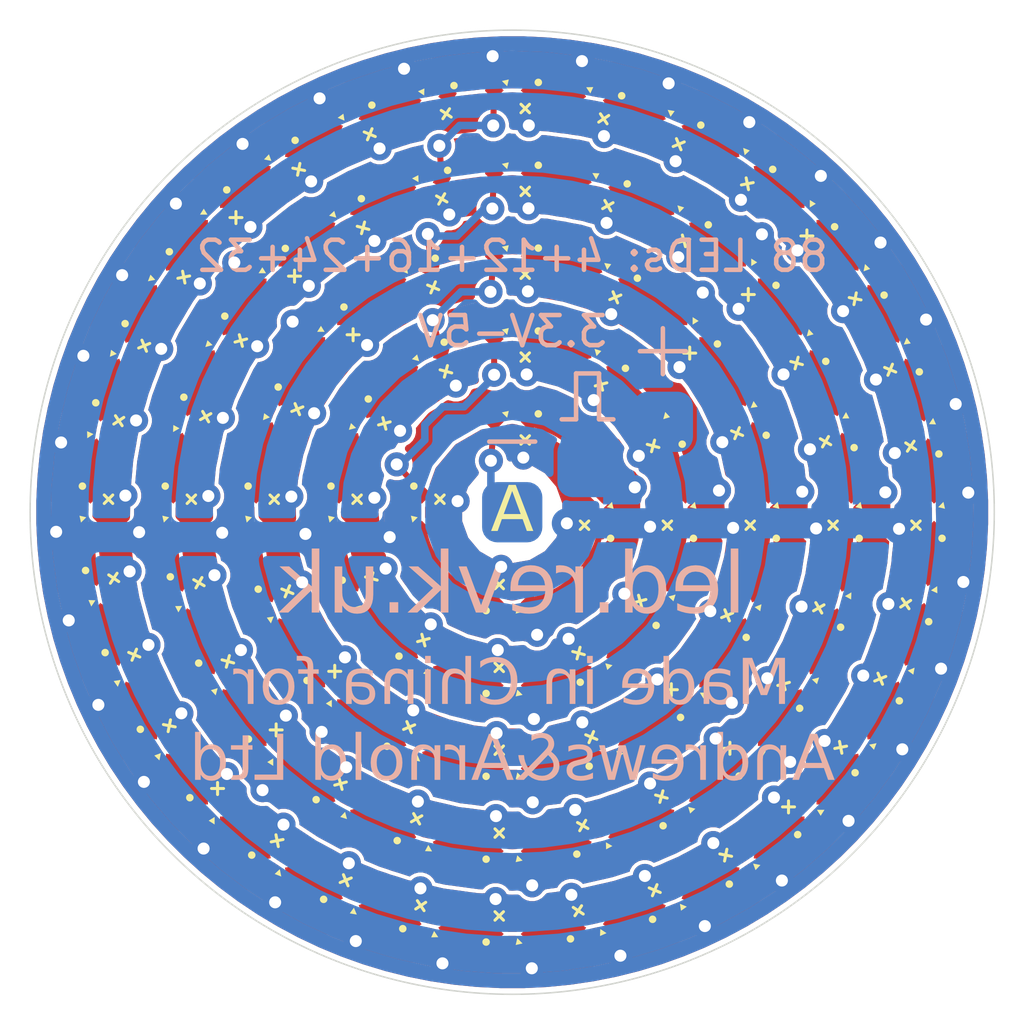
<source format=kicad_pcb>
(kicad_pcb (version 20241129) (generator "pcbnew") (generator_version "9.0")
  (title_block (title "Coaster"))
  (layers (0 "F.Cu" signal) (2 "B.Cu" signal) (13 "F.Paste" user) (15 "B.Paste" user) (5 "F.SilkS" user "F.Silkscreen") (7 "B.SilkS" user "B.Silkscreen") (1 "F.Mask" user) (3 "B.Mask" user) (25 "Edge.Cuts" user))
  (property "DATE" "2023-05-04")
  (net 0 "")
  (net 1 "GND")
  (net 3 "Net-(D1-O)")
  (net 4 "Net-(D2-O)")
  (net 5 "Net-(D3-O)")
  (net 6 "Net-(D4-O)")
  (net 7 "Net-(D5-O)")
  (net 8 "Net-(D6-O)")
  (net 9 "Net-(D7-O)")
  (net 10 "Net-(D8-O)")
  (net 11 "Net-(D10-I)")
  (net 12 "Net-(D10-O)")
  (net 13 "Net-(D11-O)")
  (net 14 "Net-(D12-O)")
  (net 15 "Net-(D13-O)")
  (net 16 "Net-(D14-O)")
  (net 17 "Net-(D15-O)")
  (net 18 "Net-(D16-O)")
  (net 19 "Net-(D17-O)")
  (net 20 "Net-(D18-O)")
  (net 21 "Net-(D19-O)")
  (net 22 "Net-(D20-O)")
  (net 23 "Net-(D21-O)")
  (net 24 "Net-(D22-O)")
  (net 25 "Net-(D23-O)")
  (net 26 "Net-(D24-O)")
  (net 27 "Net-(D25-O)")
  (net 28 "Net-(D26-O)")
  (net 29 "Net-(D27-O)")
  (net 30 "Net-(D28-O)")
  (net 31 "Net-(D29-O)")
  (net 32 "Net-(D30-O)")
  (net 33 "Net-(D31-O)")
  (net 34 "Net-(D32-O)")
  (net 35 "Net-(D33-O)")
  (net 36 "Net-(D34-O)")
  (net 37 "Net-(D35-O)")
  (net 38 "Net-(D36-O)")
  (net 39 "Net-(D37-O)")
  (net 40 "Net-(D38-O)")
  (net 41 "Net-(D39-O)")
  (net 42 "Net-(D40-O)")
  (net 43 "Net-(D41-O)")
  (net 44 "Net-(D42-O)")
  (net 45 "Net-(D43-O)")
  (net 46 "Net-(D44-O)")
  (net 47 "Net-(D45-O)")
  (net 48 "Net-(D46-O)")
  (net 49 "Net-(D47-O)")
  (net 50 "Net-(D48-O)")
  (net 51 "Net-(D49-O)")
  (net 52 "Net-(D50-O)")
  (net 53 "Net-(D51-O)")
  (net 54 "Net-(D52-O)")
  (net 55 "Net-(D53-O)")
  (net 56 "Net-(D54-O)")
  (net 57 "Net-(D55-O)")
  (net 58 "Net-(D56-O)")
  (net 59 "Net-(D57-O)")
  (net 60 "Net-(D58-O)")
  (net 61 "Net-(D59-O)")
  (net 62 "Net-(D60-O)")
  (net 63 "Net-(D61-O)")
  (net 64 "Net-(D62-O)")
  (net 65 "Net-(D63-O)")
  (net 66 "Net-(D64-O)")
  (net 67 "Net-(D65-O)")
  (net 68 "Net-(D66-O)")
  (net 69 "Net-(D67-O)")
  (net 70 "Net-(D68-O)")
  (net 71 "Net-(D69-O)")
  (net 72 "Net-(D70-O)")
  (net 73 "Net-(D71-O)")
  (net 74 "Net-(D72-O)")
  (net 75 "Net-(D73-O)")
  (net 76 "Net-(D74-O)")
  (net 77 "Net-(D75-O)")
  (net 78 "Net-(D76-O)")
  (net 79 "Net-(D77-O)")
  (net 80 "Net-(D78-O)")
  (net 81 "Net-(D79-O)")
  (net 82 "Net-(D80-O)")
  (net 83 "Net-(D81-O)")
  (net 84 "Net-(D82-O)")
  (net 85 "Net-(D83-O)")
  (net 86 "Net-(D84-O)")
  (net 87 "Net-(D85-O)")
  (net 88 "Net-(D86-O)")
  (net 89 "Net-(D87-O)")
  (net 90 "LED")
  (net 91 "VCC")
  (footprint "RevK:C_0402" (layer "F.Cu") (at 93.151434 91.074775 127.5)
    (property "Reference" "C54" (hide yes))
    (property "Value" "100nF" (hide yes))
  )
  (footprint "RevK:C_0402" (layer "F.Cu") (at 87.653102 106.599554 -151.875)
    (property "Reference" "C78" (hide yes))
    (property "Value" "100nF" (hide yes))
  )
  (footprint "RevK:C_0402" (layer "F.Cu") (at 89.177854 108.881506 -140.625)
    (property "Reference" "C77" (hide yes))
    (property "Value" "100nF" (hide yes))
  )
  (footprint "RevK:C_0402" (layer "F.Cu") (at 94.445926 98.51179 165)
    (property "Reference" "C14" (hide yes))
    (property "Value" "100nF" (hide yes))
  )
  (footprint "RevK:C_0402" (layer "F.Cu") (at 93.400446 112.346898 -118.125)
    (property "Reference" "C75" (hide yes))
    (property "Value" "100nF" (hide yes))
  )
  (footprint "RevK:C_0402" (layer "F.Cu") (at 113.932586 101.37224 -5.625)
    (property "Reference" "C65" (hide yes))
    (property "Value" "100nF" (hide yes))
  )
  (footprint "RevK:C_0402" (layer "F.Cu") (at 104.063985 113.397165 -73.125)
    (property "Reference" "C71" (hide yes))
    (property "Value" "100nF" (hide yes))
  )
  (footprint "RevK:SMD1010" (layer "F.Cu") (at 107.852976 96.747191 157.5)
    (property "Reference" "D20" (hide yes))
    (property "Value" "XL-1010RGBC-WS2812B" (hide yes))
  )
  (footprint "RevK:C_0402" (layer "F.Cu") (at 108.881506 89.177854 50.625)
    (property "Reference" "C60" (hide yes))
    (property "Value" "100nF" (hide yes))
  )
  (footprint "RevK:C_0402" (layer "F.Cu") (at 91.118494 89.177854 129.375)
    (property "Reference" "C85" (hide yes))
    (property "Value" "100nF" (hide yes))
  )
  (footprint "RevK:C_0402" (layer "F.Cu") (at 95.694811 89.606355 112.5)
    (property "Reference" "C55" (hide yes))
    (property "Value" "100nF" (hide yes))
  )
  (footprint "RevK:C_0402" (layer "F.Cu") (at 95.936015 113.397165 -106.875)
    (property "Reference" "C74" (hide yes))
    (property "Value" "100nF" (hide yes))
  )
  (footprint "RevK:SMD1010" (layer "F.Cu") (at 100 88.75 -135)
    (property "Reference" "D33" (hide yes))
    (property "Value" "XL-1010RGBC-WS2812B" (hide yes))
  )
  (footprint "RevK:C_0402" (layer "F.Cu") (at 105.554074 101.48821 -15)
    (property "Reference" "C8" (hide yes))
    (property "Value" "100nF" (hide yes))
  )
  (footprint "RevK:SMD1010" (layer "F.Cu") (at 92.222017 88.359425 -101.25)
    (property "Reference" "D86" (hide yes))
    (property "Value" "XL-1010RGBC-WS2812B" (hide yes))
  )
  (footprint "RevK:SMD1010" (layer "F.Cu") (at 105.357568 112.934313 67.5)
    (property "Reference" "D71" (hide yes))
    (property "Value" "XL-1010RGBC-WS2812B" (hide yes))
  )
  (footprint "RevK:SMD1010" (layer "F.Cu") (at 92.222017 111.640575 11.25)
    (property "Reference" "D76" (hide yes))
    (property "Value" "XL-1010RGBC-WS2812B" (hide yes))
  )
  (footprint "RevK:SMD1010" (layer "F.Cu") (at 97.088286 110.866666 30)
    (property "Reference" "D46" (hide yes))
    (property "Value" "XL-1010RGBC-WS2812B" (hide yes))
  )
  (footprint "RevK:C_0402" (layer "F.Cu") (at 108.925225 93.151434 37.5)
    (property "Reference" "C36" (hide yes))
    (property "Value" "100nF" (hide yes))
  )
  (footprint "RevK:C_0402" (layer "F.Cu") (at 98.62776 113.932586 -95.625)
    (property "Reference" "C73" (hide yes))
    (property "Value" "100nF" (hide yes))
  )
  (footprint "RevK:SMD1010" (layer "F.Cu") (at 107.954951 107.954951 90)
    (property "Reference" "D42" (hide yes))
    (property "Value" "XL-1010RGBC-WS2812B" (hide yes))
  )
  (footprint "RevK:C_0402" (layer "F.Cu") (at 94.445926 101.48821 -165)
    (property "Reference" "C13" (hide yes))
    (property "Value" "100nF" (hide yes))
  )
  (footprint "RevK:C_0402" (layer "F.Cu") (at 107.067492 104.722347 -33.75)
    (property "Reference" "C22" (hide yes))
    (property "Value" "100nF" (hide yes))
  )
  (footprint "RevK:C_0402" (layer "F.Cu") (at 104.305189 89.606355 67.5)
    (property "Reference" "C34" (hide yes))
    (property "Value" "100nF" (hide yes))
  )
  (footprint "RevK:C_0402" (layer "F.Cu") (at 86.602835 95.936015 163.125)
    (property "Reference" "C82" (hide yes))
    (property "Value" "100nF" (hide yes))
  )
  (footprint "RevK:SMD1010" (layer "F.Cu") (at 106.010408 93.989592 180)
    (property "Reference" "D19" (hide yes))
    (property "Value" "XL-1010RGBC-WS2812B" (hide yes))
  )
  (footprint "RevK:SMD1010" (layer "F.Cu") (at 105.75 100 135)
    (property "Reference" "D8" (hide yes))
    (property "Value" "XL-1010RGBC-WS2812B" (hide yes))
  )
  (footprint "RevK:SMD1010" (layer "F.Cu") (at 94.642432 112.934313 22.5)
    (property "Reference" "D75" (hide yes))
    (property "Value" "XL-1010RGBC-WS2812B" (hide yes))
  )
  (footprint "RevK:C_0402" (layer "F.Cu") (at 108.925225 106.848566 -37.5)
    (property "Reference" "C41" (hide yes))
    (property "Value" "100nF" (hide yes))
  )
  (footprint "RevK:SMD1010" (layer "F.Cu") (at 109.899495 109.899495 90)
    (property "Reference" "D69" (hide yes))
    (property "Value" "XL-1010RGBC-WS2812B" (hide yes))
  )
  (footprint "RevK:C_0402" (layer "F.Cu") (at 91.074775 93.151434 142.5)
    (property "Reference" "C53" (hide yes))
    (property "Value" "100nF" (hide yes))
  )
  (footprint "RevK:SMD1010" (layer "F.Cu") (at 90.257214 94.375 -75)
    (property "Reference" "D53" (hide yes))
    (property "Value" "XL-1010RGBC-WS2812B" (hide yes))
  )
  (footprint "RevK:C_0402" (layer "F.Cu") (at 98.341732 108.336675 -101.25)
    (property "Reference" "C25" (hide yes))
    (property "Value" "100nF" (hide yes))
  )
  (footprint "RevK:C_0402" (layer "F.Cu") (at 101.46842 111.153755 -82.5)
    (property "Reference" "C44" (hide yes))
    (property "Value" "100nF" (hide yes))
  )
  (footprint "RevK:C_0402" (layer "F.Cu") (at 98.51179 105.554074 -105)
    (property "Reference" "C11" (hide yes))
    (property "Value" "100nF" (hide yes))
  )
  (footprint "RevK:SMD1010" (layer "F.Cu") (at 97.125 95.020354 -105)
    (property "Reference" "D16" (hide yes))
    (property "Value" "XL-1010RGBC-WS2812B" (hide yes))
  )
  (footprint "RevK:SMD1010" (layer "F.Cu") (at 102.731265 86.269006 -146.25)
    (property "Reference" "D58" (hide yes))
    (property "Value" "XL-1010RGBC-WS2812B" (hide yes))
  )
  (footprint "RevK:C_0402" (layer "F.Cu") (at 110.822146 108.881506 -39.375)
    (property "Reference" "C68" (hide yes))
    (property "Value" "100nF" (hide yes))
  )
  (footprint "RevK:C_0402" (layer "F.Cu") (at 106.848566 91.074775 52.5)
    (property "Reference" "C35" (hide yes))
    (property "Value" "100nF" (hide yes))
  )
  (footprint "RevK:SMD1010" (layer "F.Cu") (at 112.934313 94.642432 157.5)
    (property "Reference" "D63" (hide yes))
    (property "Value" "XL-1010RGBC-WS2812B" (hide yes))
  )
  (footprint "RevK:C_0402" (layer "F.Cu") (at 104.065864 95.934136 45)
    (property "Reference" "C6" (hide yes))
    (property "Value" "100nF" (hide yes))
  )
  (footprint "RevK:C_0402" (layer "F.Cu") (at 97.87868 97.87868 135)
    (property "Reference" "C4" (hide yes))
    (property "Value" "100nF" (hide yes))
  )
  (footprint "RevK:SMD1010" (layer "F.Cu") (at 104.979646 97.125 165)
    (property "Reference" "D7" (hide yes))
    (property "Value" "XL-1010RGBC-WS2812B" (hide yes))
  )
  (footprint "RevK:SMD1010" (layer "F.Cu") (at 100 91.5 -135)
    (property "Reference" "D17" (hide yes))
    (property "Value" "XL-1010RGBC-WS2812B" (hide yes))
  )
  (footprint "RevK:SMD1010" (layer "F.Cu") (at 93.989592 106.010408)
    (property "Reference" "D27" (hide yes))
    (property "Value" "XL-1010RGBC-WS2812B" (hide yes))
  )
  (footprint "RevK:SMD1010" (layer "F.Cu") (at 96.747191 92.147024 -112.5)
    (property "Reference" "D32" (hide yes))
    (property "Value" "XL-1010RGBC-WS2812B" (hide yes))
  )
  (footprint "RevK:C_0402" (layer "F.Cu") (at 89.177854 91.118494 140.625)
    (property "Reference" "C84" (hide yes))
    (property "Value" "100nF" (hide yes))
  )
  (footprint "RevK:SMD1010" (layer "F.Cu") (at 100 114 45)
    (property "Reference" "D73" (hide yes))
    (property "Value" "XL-1010RGBC-WS2812B" (hide yes))
  )
  (footprint "RevK:C_0402" (layer "F.Cu") (at 102.12132 97.87868 45)
    (property "Reference" "C1" (hide yes))
    (property "Value" "100nF" (hide yes))
  )
  (footprint "RevK:SMD1010" (layer "F.Cu") (at 97 100 -45)
    (property "Reference" "D4" (hide yes))
    (property "Value" "XL-1010RGBC-WS2812B" (hide yes))
  )
  (footprint "RevK:SMD1010" (layer "F.Cu") (at 107.954951 92.045049 180)
    (property "Reference" "D36" (hide yes))
    (property "Value" "XL-1010RGBC-WS2812B" (hide yes))
  )
  (footprint "RevK:SMD1010" (layer "F.Cu") (at 113.730994 97.268735 146.25)
    (property "Reference" "D64" (hide yes))
    (property "Value" "XL-1010RGBC-WS2812B" (hide yes))
  )
  (footprint "RevK:C_0402" (layer "F.Cu") (at 104.305189 110.393645 -67.5)
    (property "Reference" "C43" (hide yes))
    (property "Value" "100nF" (hide yes))
  )
  (footprint "RevK:SMD1010" (layer "F.Cu") (at 110.866666 102.911714 120)
    (property "Reference" "D40" (hide yes))
    (property "Value" "XL-1010RGBC-WS2812B" (hide yes))
  )
  (footprint "RevK:SMD1010" (layer "F.Cu") (at 86.269006 102.731265 -33.75)
    (property "Reference" "D80" (hide yes))
    (property "Value" "XL-1010RGBC-WS2812B" (hide yes))
  )
  (footprint "RevK:C_0402" (layer "F.Cu") (at 110.393645 95.694811 22.5)
    (property "Reference" "C37" (hide yes))
    (property "Value" "100nF" (hide yes))
  )
  (footprint "RevK:SMD1010" (layer "F.Cu") (at 92.045049 107.954951)
    (property "Reference" "D48" (hide yes))
    (property "Value" "XL-1010RGBC-WS2812B" (hide yes))
  )
  (footprint "RevK:C_0402" (layer "F.Cu") (at 102.12132 102.12132 -45)
    (property "Reference" "C2" (hide yes))
    (property "Value" "100nF" (hide yes))
  )
  (footprint "RevK:C_0402" (layer "F.Cu") (at 101.658268 91.663325 78.75)
    (property "Reference" "C17" (hide yes))
    (property "Value" "100nF" (hide yes))
  )
  (footprint "RevK:SMD1010" (layer "F.Cu") (at 95.020354 97.125 -75)
    (property "Reference" "D15" (hide yes))
    (property "Value" "XL-1010RGBC-WS2812B" (hide yes))
  )
  (footprint "RevK:C_0402" (layer "F.Cu") (at 91.118494 110.822146 -129.375)
    (property "Reference" "C76" (hide yes))
    (property "Value" "100nF" (hide yes))
  )
  (footprint "RevK:SMD1010" (layer "F.Cu") (at 88.359425 92.222017 -78.75)
    (property "Reference" "D84" (hide yes))
    (property "Value" "XL-1010RGBC-WS2812B" (hide yes))
  )
  (footprint "RevK:SMD1010" (layer "F.Cu") (at 102.731265 113.730994 56.25)
    (property "Reference" "D72" (hide yes))
    (property "Value" "XL-1010RGBC-WS2812B" (hide yes))
  )
  (footprint "RevK:SMD1010" (layer "F.Cu") (at 110.866666 97.088286 150)
    (property "Reference" "D38" (hide yes))
    (property "Value" "XL-1010RGBC-WS2812B" (hide yes))
  )
  (footprint "RevK:SMD1010" (layer "F.Cu") (at 102.911714 110.866666 60)
    (property "Reference" "D44" (hide yes))
    (property "Value" "XL-1010RGBC-WS2812B" (hide yes))
  )
  (footprint "RevK:SMD1010" (layer "F.Cu") (at 100 105.75 45)
    (property "Reference" "D11" (hide yes))
    (property "Value" "XL-1010RGBC-WS2812B" (hide yes))
  )
  (footprint "RevK:C_0402" (layer "F.Cu") (at 93.400446 87.653102 118.125)
    (property "Reference" "C86" (hide yes))
    (property "Value" "100nF" (hide yes))
  )
  (footprint "RevK:SMD1010" (layer "F.Cu") (at 90.100505 109.899495)
    (property "Reference" "D77" (hide yes))
    (property "Value" "XL-1010RGBC-WS2812B" (hide yes))
  )
  (footprint "RevK:SMD1010" (layer "F.Cu") (at 111.640575 107.777983 101.25)
    (property "Reference" "D68" (hide yes))
    (property "Value" "XL-1010RGBC-WS2812B" (hide yes))
  )
  (footprint "RevK:C_0402" (layer "F.Cu") (at 91.663325 98.341732 168.75)
    (property "Reference" "C29" (hide yes))
    (property "Value" "100nF" (hide yes))
  )
  (footprint "RevK:C_0402" (layer "F.Cu") (at 98.53158 88.846245 97.5)
    (property "Reference" "C56" (hide yes))
    (property "Value" "100nF" (hide yes))
  )
  (footprint "RevK:SMD1010" (layer "F.Cu") (at 90.257214 105.625 -15)
    (property "Reference" "D49" (hide yes))
    (property "Value" "XL-1010RGBC-WS2812B" (hide yes))
  )
  (footprint "RevK:C_0402" (layer "F.Cu") (at 107.067492 95.277653 33.75)
    (property "Reference" "C19" (hide yes))
    (property "Value" "100nF" (hide yes))
  )
  (footprint "RevK:C_0402" (layer "F.Cu") (at 113.397165 104.063985 -16.875)
    (property "Reference" "C66" (hide yes))
    (property "Value" "100nF" (hide yes))
  )
  (footprint "RevK:C_0402" (layer "F.Cu") (at 111.153755 98.53158 7.5)
    (property "Reference" "C38" (hide yes))
    (property "Value" "100nF" (hide yes))
  )
  (footprint "RevK:SMD1010" (layer "F.Cu") (at 88.359425 107.777983 -11.25)
    (property "Reference" "D78" (hide yes))
    (property "Value" "XL-1010RGBC-WS2812B" (hide yes))
  )
  (footprint "RevK:C_0402" (layer "F.Cu") (at 91.074775 106.848566 -142.5)
    (property "Reference" "C48" (hide yes))
    (property "Value" "100nF" (hide yes))
  )
  (footprint "RevK:C_0402" (layer "F.Cu") (at 110.822146 91.118494 39.375)
    (property "Reference" "C61" (hide yes))
    (property "Value" "100nF" (hide yes))
  )
  (footprint "RevK:SMD1010" (layer "F.Cu") (at 100 111.25 45)
    (property "Reference" "D45" (hide yes))
    (property "Value" "XL-1010RGBC-WS2812B" (hide yes))
  )
  (footprint "RevK:SMD1010" (layer "F.Cu") (at 94.375 109.742786 15)
    (property "Reference" "D47" (hide yes))
    (property "Value" "XL-1010RGBC-WS2812B" (hide yes))
  )
  (footprint "RevK:C_0402" (layer "F.Cu") (at 92.932508 95.277653 146.25)
    (property "Reference" "C30" (hide yes))
    (property "Value" "100nF" (hide yes))
  )
  (footprint "RevK:SMD1010" (layer "F.Cu") (at 86 100 -45)
    (property "Reference" "D81" (hide yes))
    (property "Value" "XL-1010RGBC-WS2812B" (hide yes))
  )
  (footprint "RevK:C_0402" (layer "F.Cu") (at 95.277653 92.932508 123.75)
    (property "Reference" "C31" (hide yes))
    (property "Value" "100nF" (hide yes))
  )
  (footprint "RevK:C_0402" (layer "F.Cu") (at 97.87868 102.12132 -135)
    (property "Reference" "C3" (hide yes))
    (property "Value" "100nF" (hide yes))
  )
  (footprint "RevK:C_0402" (layer "F.Cu") (at 108.881506 110.822146 -50.625)
    (property "Reference" "C69" (hide yes))
    (property "Value" "100nF" (hide yes))
  )
  (footprint "RevK:SMD1010" (layer "F.Cu") (at 102.875 104.979646 75)
    (property "Reference" "D10" (hide yes))
    (property "Value" "XL-1010RGBC-WS2812B" (hide yes))
  )
  (footprint "RevK:SMD1010" (layer "F.Cu") (at 95.020354 102.875 -15)
    (property "Reference" "D13" (hide yes))
    (property "Value" "XL-1010RGBC-WS2812B" (hide yes))
  )
  (footprint "RevK:SMD1010" (layer "F.Cu") (at 90.100505 90.100505 -90)
    (property "Reference" "D85" (hide yes))
    (property "Value" "XL-1010RGBC-WS2812B" (hide yes))
  )
  (footprint "RevK:C_0402" (layer "F.Cu") (at 112.346898 106.599554 -28.125)
    (property "Reference" "C67" (hide yes))
    (property "Value" "100nF" (hide yes))
  )
  (footprint "RevK:SMD1010" (layer "F.Cu") (at 109.742786 105.625 105)
    (property "Reference" "D41" (hide yes))
    (property "Value" "XL-1010RGBC-WS2812B" (hide yes))
  )
  (footprint "RevK:C_0402" (layer "F.Cu") (at 87.653102 93.400446 151.875)
    (property "Reference" "C83" (hide yes))
    (property "Value" "100nF" (hide yes))
  )
  (footprint "RevK:C_0402" (layer "F.Cu") (at 106.599554 87.653102 61.875)
    (property "Reference" "C59" (hide yes))
    (property "Value" "100nF" (hide yes))
  )
  (footprint "RevK:SMD1010" (layer "F.Cu") (at 106.010408 106.010408 90)
    (property "Reference" "D23" (hide yes))
    (property "Value" "XL-1010RGBC-WS2812B" (hide yes))
  )
  (footprint "RevK:SMD1010" (layer "F.Cu") (at 91.5 100 -45)
    (property "Reference" "D29" (hide yes))
    (property "Value" "XL-1010RGBC-WS2812B" (hide yes))
  )
  (footprint "RevK:SMD1010" (layer "F.Cu") (at 103.252809 107.852976 67.5)
    (property "Reference" "D24" (hide yes))
    (property "Value" "XL-1010RGBC-WS2812B" (hide yes))
  )
  (footprint "RevK:SMD1010" (layer "F.Cu") (at 94.375 90.257214 -105)
    (property "Reference" "D55" (hide yes))
    (property "Value" "XL-1010RGBC-WS2812B" (hide yes))
  )
  (footprint "RevK:C_0402" (layer "F.Cu") (at 95.936015 86.602835 106.875)
    (property "Reference" "C87" (hide yes))
    (property "Value" "100nF" (hide yes))
  )
  (footprint "RevK:C_0402" (layer "F.Cu") (at 104.722347 92.932508 56.25)
    (property "Reference" "C18" (hide yes))
    (property "Value" "100nF" (hide yes))
  )
  (footprint "RevK:C_0402" (layer "F.Cu") (at 101.46842 88.846245 82.5)
    (property "Reference" "C33" (hide yes))
    (property "Value" "100nF" (hide yes))
  )
  (footprint "RevK:C_0402" (layer "F.Cu") (at 104.065864 104.065864 -45)
    (property "Reference" "C9" (hide yes))
    (property "Value" "100nF" (hide yes))
  )
  (footprint "RevK:C_0402" (layer "F.Cu") (at 104.063985 86.602835 73.125)
    (property "Reference" "C58" (hide yes))
    (property "Value" "100nF" (hide yes))
  )
  (footprint "RevK:C_0402" (layer "F.Cu") (at 95.934136 104.065864 -135)
    (property "Reference" "C12" (hide yes))
    (property "Value" "100nF" (hide yes))
  )
  (footprint "RevK:C_0402" (layer "F.Cu") (at 92.932508 104.722347 -146.25)
    (property "Reference" "C27" (hide yes))
    (property "Value" "100nF" (hide yes))
  )
  (footprint "RevK:SMD1010" (layer "F.Cu") (at 107.777983 111.640575 78.75)
    (property "Reference" "D70" (hide yes))
    (property "Value" "XL-1010RGBC-WS2812B" (hide yes))
  )
  (footprint "RevK:C_0402" (layer "F.Cu") (at 108.336675 98.341732 11.25)
    (property "Reference" "C20" (hide yes))
    (property "Value" "100nF" (hide yes))
  )
  (footprint "RevK:SMD1010" (layer "F.Cu") (at 103.252809 92.147024 -157.5)
    (property "Reference" "D18" (hide yes))
    (property "Value" "XL-1010RGBC-WS2812B" (hide yes))
  )
  (footprint "RevK:C_0402" (layer "F.Cu") (at 106.848566 108.925225 -52.5)
    (property "Reference" "C42" (hide yes))
    (property "Value" "100nF" (hide yes))
  )
  (footprint "RevK:C_0402" (layer "F.Cu") (at 89.606355 104.305189 -157.5)
    (property "Reference" "C49" (hide yes))
    (property "Value" "100nF" (hide yes))
  )
  (footprint "RevK:SMD1010" (layer "F.Cu") (at 97.268735 86.269006 -123.75)
    (property "Reference" "D88" (hide yes))
    (property "Value" "XL-1010RGBC-WS2812B" (hide yes))
  )
  (footprint "RevK:SMD1010" (layer "F.Cu") (at 104.979646 102.875 105)
    (property "Reference" "D9" (hide yes))
    (property "Value" "XL-1010RGBC-WS2812B" (hide yes))
  )
  (footprint "RevK:C_0402" (layer "F.Cu") (at 95.694811 110.393645 -112.5)
    (property "Reference" "C46" (hide yes))
    (property "Value" "100nF" (hide yes))
  )
  (footprint "RevK:SMD1010" (layer "F.Cu") (at 112.934313 105.357568 112.5)
    (property "Reference" "D67" (hide yes))
    (property "Value" "XL-1010RGBC-WS2812B" (hide yes))
  )
  (footprint "RevK:SMD1010" (layer "F.Cu") (at 100 94.25 -135)
    (property "Reference" "D5" (hide yes))
    (property "Value" "XL-1010RGBC-WS2812B" (hide yes))
  )
  (footprint "RevK:SMD1010" (layer "F.Cu") (at 102.875 95.020354 -165)
    (property "Reference" "D6" (hide yes))
    (property "Value" "XL-1010RGBC-WS2812B" (hide yes))
  )
  (footprint "RevK:C_0402" (layer "F.Cu") (at 101.37224 86.067414 84.375)
    (property "Reference" "C57" (hide yes))
    (property "Value" "100nF" (hide yes))
  )
  (footprint "RevK:SMD1010" (layer "F.Cu") (at 97.125 104.979646 15)
    (property "Reference" "D12" (hide yes))
    (property "Value" "XL-1010RGBC-WS2812B" (hide yes))
  )
  (footprint "RevK:C_0402" (layer "F.Cu") (at 86.067414 101.37224 -174.375)
    (property "Reference" "C80" (hide yes))
    (property "Value" "100nF" (hide yes))
  )
  (footprint "RevK:SMD1010" (layer "F.Cu") (at 87.065687 94.642432 -67.5)
    (property "Reference" "D83" (hide yes))
    (property "Value" "XL-1010RGBC-WS2812B" (hide yes))
  )
  (footprint "RevK:SMD1010" (layer "F.Cu") (at 100 108.5 45)
    (property "Reference" "D25" (hide yes))
    (property "Value" "XL-1010RGBC-WS2812B" (hide yes))
  )
  (footprint "RevK:C_0402" (layer "F.Cu") (at 98.341732 91.663325 101.25)
    (property "Reference" "C32" (hide yes))
    (property "Value" "100nF" (hide yes))
  )
  (footprint "RevK:SMD1010" (layer "F.Cu") (at 97.088286 89.133334 -120)
    (property "Reference" "D56" (hide yes))
    (property "Value" "XL-1010RGBC-WS2812B" (hide yes))
  )
  (footprint "RevK:C_0402" (layer "F.Cu") (at 113.397165 95.936015 16.875)
    (property "Reference" "C63" (hide yes))
    (property "Value" "100nF" (hide yes))
  )
  (footprint "RevK:SMD1010" (layer "F.Cu") (at 107.852976 103.252809 112.5)
    (property "Reference" "D22" (hide yes))
    (property "Value" "XL-1010RGBC-WS2812B" (hide yes))
  )
  (footprint "RevK:C_0402" (layer "F.Cu") (at 106.599554 112.346898 -61.875)
    (property "Reference" "C70" (hide yes))
    (property "Value" "100nF" (hide yes))
  )
  (footprint "RevK:C_0402" (layer "F.Cu") (at 101.658268 108.336675 -78.75)
    (property "Reference" "C24" (hide yes))
    (property "Value" "100nF" (hide yes))
  )
  (footprint "RevK:SMD1010" (layer "F.Cu") (at 89.133334 102.911714 -30)
    (property "Reference" "D50" (hide yes))
    (property "Value" "XL-1010RGBC-WS2812B" (hide yes))
  )
  (footprint "RevK:SMD1010" (layer "F.Cu") (at 96.747191 107.852976 22.5)
    (property "Reference" "D26" (hide yes))
    (property "Value" "XL-1010RGBC-WS2812B" (hide yes))
  )
  (footprint "RevK:SMD1010" (layer "F.Cu") (at 100 86 -135)
    (property "Reference" "D57" (hide yes))
    (property "Value" "XL-1010RGBC-WS2812B" (hide yes))
  )
  (footprint "RevK:C_0402" (layer "F.Cu") (at 112.346898 93.400446 28.125)
    (property "Reference" "C62" (hide yes))
    (property "Value" "100nF" (hide yes))
  )
  (footprint "RevK:SMD1010" (layer "F.Cu") (at 87.065687 105.357568 -22.5)
    (property "Reference" "D79" (hide yes))
    (property "Value" "XL-1010RGBC-WS2812B" (hide yes))
  )
  (footprint "RevK:C_0402" (layer "F.Cu") (at 95.934136 95.934136 135)
    (property "Reference" "C15" (hide yes))
    (property "Value" "100nF" (hide yes))
  )
  (footprint "RevK:SMD1010" (layer "F.Cu") (at 113.730994 102.731265 123.75)
    (property "Reference" "D66" (hide yes))
    (property "Value" "XL-1010RGBC-WS2812B" (hide yes))
  )
  (footprint "RevK:C_0402" (layer "F.Cu") (at 86.067414 98.62776 174.375)
    (property "Reference" "C81" (hide yes))
    (property "Value" "100nF" (hide yes))
  )
  (footprint "RevK:C_0402" (layer "F.Cu") (at 88.846245 98.53158 172.5)
    (property "Reference" "C51" (hide yes))
    (property "Value" "100nF" (hide yes))
  )
  (footprint "RevK:C_0402" (layer "F.Cu") (at 104.722347 107.067492 -56.25)
    (property "Reference" "C23" (hide yes))
    (property "Value" "100nF" (hide yes))
  )
  (footprint "RevK:SMD1010" (layer "F.Cu") (at 103 100 135)
    (property "Reference" "D2" (hide yes))
    (property "Value" "XL-1010RGBC-WS2812B" (hide yes))
  )
  (footprint "RevK:SMD1010" (layer "F.Cu") (at 88.75 100 -45)
    (property "Reference" "D51" (hide yes))
    (property "Value" "XL-1010RGBC-WS2812B" (hide yes))
  )
  (footprint "RevK:SMD1010" (layer "F.Cu") (at 111.640575 92.222017 168.75)
    (property "Reference" "D62" (hide yes))
    (property "Value" "XL-1010RGBC-WS2812B" (hide yes))
  )
  (footprint "RevK:C_0402" (layer "F.Cu") (at 105.554074 98.51179 15)
    (property "Reference" "C7" (hide yes))
    (property "Value" "100nF" (hide yes))
  )
  (footprint "RevK:SMD1010" (layer "F.Cu") (at 97.268735 113.730994 33.75)
    (property "Reference" "D74" (hide yes))
    (property "Value" "XL-1010RGBC-WS2812B" (hide yes))
  )
  (footprint "RevK:SMD1010" (layer "F.Cu") (at 105.357568 87.065687 -157.5)
    (property "Reference" "D59" (hide yes))
    (property "Value" "XL-1010RGBC-WS2812B" (hide yes))
  )
  (footprint "RevK:SMD1010" (layer "F.Cu") (at 108.5 100 135)
    (property "Reference" "D21" (hide yes))
    (property "Value" "XL-1010RGBC-WS2812B" (hide yes))
  )
  (footprint "RevK:SMD1010" (layer "F.Cu") (at 94.25 100 -45)
    (property "Reference" "D14" (hide yes))
    (property "Value" "XL-1010RGBC-WS2812B" (hide yes))
  )
  (footprint "RevK:SMD1010" (layer "F.Cu") (at 111.25 100 135)
    (property "Reference" "D39" (hide yes))
    (property "Value" "XL-1010RGBC-WS2812B" (hide yes))
  )
  (footprint "RevK:C_0402" (layer "F.Cu") (at 86.602835 104.063985 -163.125)
    (property "Reference" "C79" (hide yes))
    (property "Value" "100nF" (hide yes))
  )
  (footprint "RevK:SMD1010" (layer "F.Cu") (at 94.642432 87.065687 -112.5)
    (property "Reference" "D87" (hide yes))
    (property "Value" "XL-1010RGBC-WS2812B" (hide yes))
  )
  (footprint "RevK:C_0402" (layer "F.Cu") (at 89.606355 95.694811 157.5)
    (property "Reference" "C52" (hide yes))
    (property "Value" "100nF" (hide yes))
  )
  (footprint "RevK:SMD1010" (layer "F.Cu") (at 109.899495 90.100505 180)
    (property "Reference" "D61" (hide yes))
    (property "Value" "XL-1010RGBC-WS2812B" (hide yes))
  )
  (footprint "RevK:SMD1010" (layer "F.Cu") (at 100 103 45)
    (property "Reference" "D3" (hide yes))
    (property "Value" "XL-1010RGBC-WS2812B" (hide yes))
  )
  (footprint "RevK:SMD1010" (layer "F.Cu") (at 92.147024 96.747191 -67.5)
    (property "Reference" "D30" (hide yes))
    (property "Value" "XL-1010RGBC-WS2812B" (hide yes))
  )
  (footprint "RevK:C_0402" (layer "F.Cu") (at 101.48821 94.445926 75)
    (property "Reference" "C5" (hide yes))
    (property "Value" "100nF" (hide yes))
  )
  (footprint "RevK:SMD1010" (layer "F.Cu") (at 114 100 135)
    (property "Reference" "D65" (hide yes))
    (property "Value" "XL-1010RGBC-WS2812B" (hide yes))
  )
  (footprint "RevK:C_0402" (layer "F.Cu") (at 93.151434 108.925225 -127.5)
    (property "Reference" "C47" (hide yes))
    (property "Value" "100nF" (hide yes))
  )
  (footprint "RevK:SMD1010" (layer "F.Cu") (at 86.269006 97.268735 -56.25)
    (property "Reference" "D82" (hide yes))
    (property "Value" "XL-1010RGBC-WS2812B" (hide yes))
  )
  (footprint "RevK:C_0402" (layer "F.Cu") (at 111.153755 101.46842 -7.5)
    (property "Reference" "C39" (hide yes))
    (property "Value" "100nF" (hide yes))
  )
  (footprint "RevK:C_0402" (layer "F.Cu") (at 110.393645 104.305189 -22.5)
    (property "Reference" "C40" (hide yes))
    (property "Value" "100nF" (hide yes))
  )
  (footprint "RevK:SMD1010" (layer "F.Cu") (at 92.045049 92.045049 -90)
    (property "Reference" "D54" (hide yes))
    (property "Value" "XL-1010RGBC-WS2812B" (hide yes))
  )
  (footprint "RevK:C_0402" (layer "F.Cu") (at 108.336675 101.658268 -11.25)
    (property "Reference" "C21" (hide yes))
    (property "Value" "100nF" (hide yes))
  )
  (footprint "RevK:SMD1010" (layer "F.Cu") (at 109.742786 94.375 165)
    (property "Reference" "D37" (hide yes))
    (property "Value" "XL-1010RGBC-WS2812B" (hide yes))
  )
  (footprint "RevK:SMD1010" (layer "F.Cu") (at 92.147024 103.252809 -22.5)
    (property "Reference" "D28" (hide yes))
    (property "Value" "XL-1010RGBC-WS2812B" (hide yes))
  )
  (footprint "RevK:SMD1010" (layer "F.Cu") (at 105.625 109.742786 75)
    (property "Reference" "D43" (hide yes))
    (property "Value" "XL-1010RGBC-WS2812B" (hide yes))
  )
  (footprint "RevK:SMD1010" (layer "F.Cu") (at 93.989592 93.989592 -90)
    (property "Reference" "D31" (hide yes))
    (property "Value" "XL-1010RGBC-WS2812B" (hide yes))
  )
  (footprint "RevK:SMD1010" (layer "F.Cu") (at 100 97 -135)
    (property "Reference" "D1" (hide yes))
    (property "Value" "XL-1010RGBC-WS2812B" (hide yes))
  )
  (footprint "RevK:C_0402" (layer "F.Cu") (at 95.277653 107.067492 -123.75)
    (property "Reference" "C26" (hide yes))
    (property "Value" "100nF" (hide yes))
  )
  (footprint "RevK:C_0402" (layer "F.Cu") (at 98.53158 111.153755 -97.5)
    (property "Reference" "C45" (hide yes))
    (property "Value" "100nF" (hide yes))
  )
  (footprint "RevK:SMD1010" (layer "F.Cu") (at 89.133334 97.088286 -60)
    (property "Reference" "D52" (hide yes))
    (property "Value" "XL-1010RGBC-WS2812B" (hide yes))
  )
  (footprint "RevK:SMD1010" (layer "F.Cu") (at 105.625 90.257214 -165)
    (property "Reference" "D35" (hide yes))
    (property "Value" "XL-1010RGBC-WS2812B" (hide yes))
  )
  (footprint "RevK:C_0402" (layer "F.Cu") (at 113.932586 98.62776 5.625)
    (property "Reference" "C64" (hide yes))
    (property "Value" "100nF" (hide yes))
  )
  (footprint "RevK:C_0402" (layer "F.Cu") (at 98.51179 94.445926 105)
    (property "Reference" "C16" (hide yes))
    (property "Value" "100nF" (hide yes))
  )
  (footprint "RevK:C_0402" (layer "F.Cu") (at 101.37224 113.932586 -84.375)
    (property "Reference" "C72" (hide yes))
    (property "Value" "100nF" (hide yes))
  )
  (footprint "RevK:SMD1010" (layer "F.Cu") (at 102.911714 89.133334 -150)
    (property "Reference" "D34" (hide yes))
    (property "Value" "XL-1010RGBC-WS2812B" (hide yes))
  )
  (footprint "RevK:C_0402" (layer "F.Cu") (at 101.48821 105.554074 -75)
    (property "Reference" "C10" (hide yes))
    (property "Value" "100nF" (hide yes))
  )
  (footprint "RevK:C_0402" (layer "F.Cu") (at 91.663325 101.658268 -168.75)
    (property "Reference" "C28" (hide yes))
    (property "Value" "100nF" (hide yes))
  )
  (footprint "RevK:C_0402" (layer "F.Cu") (at 88.846245 101.46842 -172.5)
    (property "Reference" "C50" (hide yes))
    (property "Value" "100nF" (hide yes))
  )
  (footprint "RevK:SMD1010" (layer "F.Cu") (at 107.777983 88.359425 -168.75)
    (property "Reference" "D60" (hide yes))
    (property "Value" "XL-1010RGBC-WS2812B" (hide yes))
  )
  (footprint "RevK:PAD-2mm" (layer "B.Cu") (at 105 97)
    (property "Reference" "P1" (hide yes))
    (property "Value" "Square")
  )
  (footprint "RevK:PAD-2mm" (layer "B.Cu") (at 102.5 98.5)
    (property "Reference" "P3" (hide yes))
    (property "Value" "Square")
  )
  (footprint "RevK:PAD-2mm" (layer "B.Cu") (at 100 100)
    (property "Reference" "P2" (hide yes))
    (property "Value" "Square")
  )
  (gr_circle (center 100 100) (end 116 100) (stroke (width 0.05)) (fill no) (layer "Edge.Cuts"))
  (gr_text "A" (at 100 100 0) (layer "F.SilkS") (effects (font (size 1.5 1.5))))
  (gr_text "⎍" (at 102.5 96 0) (layer "B.SilkS") (effects (font (size 2 2)) (justify mirror)))
  (gr_text "3.3V-5V" (at 100 94 0) (layer "B.SilkS") (effects (font (size 1 1)) (justify mirror)))
  (gr_text "-" (at 100 97.5 0) (layer "B.SilkS") (effects (font (size 2 2)) (justify mirror)))
  (gr_text "led.revk.uk" (at 100 102.5 0) (layer "B.SilkS") (effects (font (size 2 2)) (justify mirror)))
  (gr_text "+" (at 105 94.5 0) (layer "B.SilkS") (effects (font (size 2 2)) (justify mirror)))
  (gr_text "Made in China for\nAndrews&Arnold Ltd" (at 100 107 0) (layer "B.SilkS") (effects (font (size 1.5 1.5)) (justify mirror)))
  (gr_text "88 LEDs: 4+12+16+24+32" (at 100 91.5 0) (layer "B.SilkS") (effects (font (size 1 1)) (justify mirror)))
  (segment (start 113.237364 93.838621) (end 113.735053 93.60697) (width 0.2) (layer "F.Cu") (net 1))
  (segment (start 85.412413 100.626652) (end 84.863959 100.650212) (width 0.2) (layer "F.Cu") (net 1))
  (segment (start 102.231286 85.570456) (end 102.315177 85.027944) (width 0.2) (layer "F.Cu") (net 1))
  (segment (start 113.716982 105.003477) (end 114.232703 105.191594) (width 0.2) (layer "F.Cu") (net 1))
  (segment (start 107.583387 87.522716) (end 107.868502 87.053604) (width 0.2) (layer "F.Cu") (net 1))
  (segment (start 108.625471 111.780986) (end 108.949765 112.223919) (width 0.2) (layer "F.Cu") (net 1))
  (segment (start 112.477284 107.583387) (end 112.946396 107.868502) (width 0.2) (layer "F.Cu") (net 1))
  (segment (start 103.460508 114.185037) (end 103.590614 114.718356) (width 0.2) (layer "F.Cu") (net 1))
  (segment (start 96.539492 85.814963) (end 96.409386 85.281644) (width 0.2) (layer "F.Cu") (net 1))
  (segment (start 92.416613 112.477284) (end 92.131498 112.946396) (width 0.2) (layer "F.Cu") (net 1))
  (segment (start 90.921702 100.643005) (end 90.374115 100.681789) (width 0.2) (layer "F.Cu") (net 1))
  (segment (start 109.078298 99.356995) (end 109.625885 99.318211) (width 0.2) (layer "F.Cu") (net 1))
  (segment (start 100.662659 106.316376) (end 100.719936 106.862339) (width 0.2) (layer "F.Cu") (net 1))
  (segment (start 90.128128 110.758091) (end 89.756972 111.162566) (width 0.2) (layer "F.Cu") (net 1))
  (segment (start 105.003477 86.283018) (end 105.191594 85.767297) (width 0.2) (layer "F.Cu") (net 1))
  (segment (start 110.758091 109.871872) (end 111.162566 110.243028) (width 0.2) (layer "F.Cu") (net 1))
  (segment (start 107.920502 91.184512) (end 108.287392 90.776165) (width 0.2) (layer "F.Cu") (net 1))
  (segment (start 99.373348 85.412413) (end 99.349788 84.863959) (width 0.2) (layer "F.Cu") (net 1))
  (segment (start 100.643005 109.078298) (end 100.681789 109.625885) (width 0.2) (layer "F.Cu") (net 1))
  (segment (start 89.241909 90.128128) (end 88.837434 89.756972) (width 0.2) (layer "F.Cu") (net 1))
  (segment (start 103.529011 99.283359) (end 104.06699 99.174111) (width 0.2) (layer "F.Cu") (net 1))
  (segment (start 105.964653 93.126001) (end 106.324431 92.711373) (width 0.2) (layer "F.Cu") (net 1))
  (segment (start 111.780986 91.374529) (end 112.223919 91.050235) (width 0.2) (layer "F.Cu") (net 1))
  (segment (start 97.768714 114.429544) (end 97.684823 114.972056) (width 0.2) (layer "F.Cu") (net 1))
  (segment (start 94.996523 113.716982) (end 94.808406 114.232703) (width 0.2) (layer "F.Cu") (net 1))
  (segment (start 94.035347 106.873999) (end 93.675569 107.288627) (width 0.2) (layer "F.Cu") (net 1))
  (segment (start 85.814963 103.460508) (end 85.281644 103.590614) (width 0.2) (layer "F.Cu") (net 1))
  (segment (start 86.283018 94.996523) (end 85.767297 94.808406) (width 0.2) (layer "F.Cu") (net 1))
  (segment (start 106.161379 113.237364) (end 106.39303 113.735053) (width 0.2) (layer "F.Cu") (net 1))
  (segment (start 109.871872 89.241909) (end 110.243028 88.837434) (width 0.2) (layer "F.Cu") (net 1))
  (segment (start 106.873999 105.964653) (end 107.288627 106.324431) (width 0.2) (layer "F.Cu") (net 1))
  (segment (start 100.632851 111.834131) (end 100.662165 112.382307) (width 0.2) (layer "F.Cu") (net 1))
  (segment (start 92.079498 108.815488) (end 91.712608 109.223835) (width 0.2) (layer "F.Cu") (net 1))
  (segment (start 96.470989 100.716641) (end 95.93301 100.825889) (width 0.2) (layer "F.Cu") (net 1))
  (segment (start 100.626652 114.587587) (end 100.650212 115.136041) (width 0.2) (layer "F.Cu") (net 1))
  (segment (start 93.126001 94.035347) (end 92.711373 93.675569) (width 0.2) (layer "F.Cu") (net 1))
  (segment (start 114.185037 96.539492) (end 114.718356 96.409386) (width 0.2) (layer "F.Cu") (net 1))
  (segment (start 88.165869 100.632851) (end 87.617693 100.662165) (width 0.2) (layer "F.Cu") (net 1))
  (segment (start 85.570456 97.768714) (end 85.027944 97.684823) (width 0.2) (layer "F.Cu") (net 1))
  (segment (start 106.316376 99.337341) (end 106.862339 99.280064) (width 0.2) (layer "F.Cu") (net 1))
  (segment (start 100.716641 103.529011) (end 100.825889 104.06699) (width 0.2) (layer "F.Cu") (net 1))
  (segment (start 93.683624 100.662659) (end 93.137661 100.719936) (width 0.2) (layer "F.Cu") (net 1))
  (segment (start 111.834131 99.367149) (end 112.382307 99.337835) (width 0.2) (layer "F.Cu") (net 1))
  (segment (start 114.429544 102.231286) (end 114.972056 102.315177) (width 0.2) (layer "F.Cu") (net 1))
  (segment (start 114.587587 99.373348) (end 115.136041 99.349788) (width 0.2) (layer "F.Cu") (net 1))
  (segment (start 91.374529 88.219014) (end 91.050235 87.776081) (width 0.2) (layer "F.Cu") (net 1))
  (segment (start 108.815488 107.920502) (end 109.223835 108.287392) (width 0.2) (layer "F.Cu") (net 1))
  (segment (start 87.522716 92.416613) (end 87.053604 92.131498) (width 0.2) (layer "F.Cu") (net 1))
  (segment (start 88.219014 108.625471) (end 87.776081 108.949765) (width 0.2) (layer "F.Cu") (net 1))
  (segment (start 93.838621 86.762636) (end 93.60697 86.264947) (width 0.2) (layer "F.Cu") (net 1))
  (segment (start 86.762636 106.161379) (end 86.264947 106.39303) (width 0.2) (layer "F.Cu") (net 1))
  (segment (start 91.184512 92.079498) (end 90.776165 91.712608) (width 0.2) (layer "F.Cu") (net 1))
  (via (at 112.223919 91.050235) (size 0.8) (drill 0.4) (layers "F.Cu" "B.Cu") (net 1))
  (via (at 106.862339 99.280064) (size 0.8) (drill 0.4) (layers "F.Cu" "B.Cu") (net 1))
  (via (at 94.808406 114.232703) (size 0.8) (drill 0.4) (layers "F.Cu" "B.Cu") (net 1))
  (via (at 91.712608 109.223835) (size 0.8) (drill 0.4) (layers "F.Cu" "B.Cu") (net 1))
  (via (at 93.60697 86.264947) (size 0.8) (drill 0.4) (layers "F.Cu" "B.Cu") (net 1))
  (via (at 113.735053 93.60697) (size 0.8) (drill 0.4) (layers "F.Cu" "B.Cu") (net 1))
  (via (at 85.281644 103.590614) (size 0.8) (drill 0.4) (layers "F.Cu" "B.Cu") (net 1))
  (via (at 100.662165 112.382307) (size 0.8) (drill 0.4) (layers "F.Cu" "B.Cu") (net 1))
  (via (at 90.374115 100.681789) (size 0.8) (drill 0.4) (layers "F.Cu" "B.Cu") (net 1))
  (via (at 89.756972 111.162566) (size 0.8) (drill 0.4) (layers "F.Cu" "B.Cu") (net 1))
  (via (at 104.06699 99.174111) (size 0.8) (drill 0.4) (layers "F.Cu" "B.Cu") (net 1))
  (via (at 97.684823 114.972056) (size 0.8) (drill 0.4) (layers "F.Cu" "B.Cu") (net 1))
  (via (at 88.837434 89.756972) (size 0.8) (drill 0.4) (layers "F.Cu" "B.Cu") (net 1))
  (via (at 87.617693 100.662165) (size 0.8) (drill 0.4) (layers "F.Cu" "B.Cu") (net 1))
  (via (at 109.223835 108.287392) (size 0.8) (drill 0.4) (layers "F.Cu" "B.Cu") (net 1))
  (via (at 112.946396 107.868502) (size 0.8) (drill 0.4) (layers "F.Cu" "B.Cu") (net 1))
  (via (at 105.191594 85.767297) (size 0.8) (drill 0.4) (layers "F.Cu" "B.Cu") (net 1))
  (via (at 86.264947 106.39303) (size 0.8) (drill 0.4) (layers "F.Cu" "B.Cu") (net 1))
  (via (at 111.162566 110.243028) (size 0.8) (drill 0.4) (layers "F.Cu" "B.Cu") (net 1))
  (via (at 85.027944 97.684823) (size 0.8) (drill 0.4) (layers "F.Cu" "B.Cu") (net 1))
  (via (at 102.315177 85.027944) (size 0.8) (drill 0.4) (layers "F.Cu" "B.Cu") (net 1))
  (via (at 96.409386 85.281644) (size 0.8) (drill 0.4) (layers "F.Cu" "B.Cu") (net 1))
  (via (at 87.053604 92.131498) (size 0.8) (drill 0.4) (layers "F.Cu" "B.Cu") (net 1))
  (via (at 100.650212 115.136041) (size 0.8) (drill 0.4) (layers "F.Cu" "B.Cu") (net 1))
  (via (at 90.776165 91.712608) (size 0.8) (drill 0.4) (layers "F.Cu" "B.Cu") (net 1))
  (via (at 93.675569 107.288627) (size 0.8) (drill 0.4) (layers "F.Cu" "B.Cu") (net 1))
  (via (at 107.868502 87.053604) (size 0.8) (drill 0.4) (layers "F.Cu" "B.Cu") (net 1))
  (via (at 107.288627 106.324431) (size 0.8) (drill 0.4) (layers "F.Cu" "B.Cu") (net 1))
  (via (at 110.243028 88.837434) (size 0.8) (drill 0.4) (layers "F.Cu" "B.Cu") (net 1))
  (via (at 103.590614 114.718356) (size 0.8) (drill 0.4) (layers "F.Cu" "B.Cu") (net 1))
  (via (at 108.949765 112.223919) (size 0.8) (drill 0.4) (layers "F.Cu" "B.Cu") (net 1))
  (via (at 92.131498 112.946396) (size 0.8) (drill 0.4) (layers "F.Cu" "B.Cu") (net 1))
  (via (at 85.767297 94.808406) (size 0.8) (drill 0.4) (layers "F.Cu" "B.Cu") (net 1))
  (via (at 112.382307 99.337835) (size 0.8) (drill 0.4) (layers "F.Cu" "B.Cu") (net 1))
  (via (at 84.863959 100.650212) (size 0.8) (drill 0.4) (layers "F.Cu" "B.Cu") (net 1))
  (via (at 115.136041 99.349788) (size 0.8) (drill 0.4) (layers "F.Cu" "B.Cu") (net 1))
  (via (at 95.93301 100.825889) (size 0.8) (drill 0.4) (layers "F.Cu" "B.Cu") (net 1))
  (via (at 114.718356 96.409386) (size 0.8) (drill 0.4) (layers "F.Cu" "B.Cu") (net 1))
  (via (at 114.232703 105.191594) (size 0.8) (drill 0.4) (layers "F.Cu" "B.Cu") (net 1))
  (via (at 100.719936 106.862339) (size 0.8) (drill 0.4) (layers "F.Cu" "B.Cu") (net 1))
  (via (at 106.324431 92.711373) (size 0.8) (drill 0.4) (layers "F.Cu" "B.Cu") (net 1))
  (via (at 99.349788 84.863959) (size 0.8) (drill 0.4) (layers "F.Cu" "B.Cu") (net 1))
  (via (at 87.776081 108.949765) (size 0.8) (drill 0.4) (layers "F.Cu" "B.Cu") (net 1))
  (via (at 100.681789 109.625885) (size 0.8) (drill 0.4) (layers "F.Cu" "B.Cu") (net 1))
  (via (at 93.137661 100.719936) (size 0.8) (drill 0.4) (layers "F.Cu" "B.Cu") (net 1))
  (via (at 100.825889 104.06699) (size 0.8) (drill 0.4) (layers "F.Cu" "B.Cu") (net 1))
  (via (at 106.39303 113.735053) (size 0.8) (drill 0.4) (layers "F.Cu" "B.Cu") (net 1))
  (via (at 109.625885 99.318211) (size 0.8) (drill 0.4) (layers "F.Cu" "B.Cu") (net 1))
  (via (at 114.972056 102.315177) (size 0.8) (drill 0.4) (layers "F.Cu" "B.Cu") (net 1))
  (via (at 91.050235 87.776081) (size 0.8) (drill 0.4) (layers "F.Cu" "B.Cu") (net 1))
  (via (at 108.287392 90.776165) (size 0.8) (drill 0.4) (layers "F.Cu" "B.Cu") (net 1))
  (via (at 92.711373 93.675569) (size 0.8) (drill 0.4) (layers "F.Cu" "B.Cu") (net 1))
  (arc (start 96.517183 108.408265) (mid 94.943733 107.567239) (end 93.564592 106.435408) (width 0.2) (layer "F.Cu") (net 1))
  (arc (start 98.568848 85.469267) (mid 99.283561 85.416547) (end 100 85.398959) (width 0.2) (layer "F.Cu") (net 1))
  (arc (start 88.148959 100) (mid 88.250347 98.453129) (end 88.552774 96.932725) (width 0.2) (layer "F.Cu") (net 1))
  (arc (start 112.140322 91.888096) (mid 112.876968 93.117117) (end 113.489603 94.412424) (width 0.2) (layer "F.Cu") (net 1))
  (arc (start 85.398959 100) (mid 85.469267 98.568848) (end 85.679514 97.151478) (width 0.2) (layer "F.Cu") (net 1))
  (arc (start 98.35623 93.865366) (mid 99.171023 93.703293) (end 100 93.648959) (width 0.2) (layer "F.Cu") (net 1))
  (arc (start 96.82448 105.500163) (mid 95.509136 104.490864) (end 94.499837 103.17552) (width 0.2) (layer "F.Cu") (net 1))
  (arc (start 108.379951 91.620049) (mid 109.402063 92.785544) (end 110.263302 94.07448) (width 0.2) (layer "F.Cu") (net 1))
  (arc (start 94.499837 103.17552) (mid 93.865366 101.64377) (end 93.648959 100) (width 0.2) (layer "F.Cu") (net 1))
  (arc (start 105.92552 89.736698) (mid 107.214456 90.597937) (end 108.379951 91.620049) (width 0.2) (layer "F.Cu") (net 1))
  (arc (start 85.679514 102.848522) (mid 85.469267 101.431152) (end 85.398959 100) (width 0.2) (layer "F.Cu") (net 1))
  (arc (start 98.453129 88.250347) (mid 99.224905 88.174333) (end 100 88.148959) (width 0.2) (layer "F.Cu") (net 1))
  (arc (start 103.17552 94.499837) (mid 104.490864 95.509136) (end 105.500163 96.82448) (width 0.2) (layer "F.Cu") (net 1))
  (arc (start 110.263302 105.92552) (mid 109.402063 107.214456) (end 108.379951 108.379951) (width 0.2) (layer "F.Cu") (net 1))
  (arc (start 110.324495 110.324495) (mid 109.262802 111.286757) (end 108.111904 112.140322) (width 0.2) (layer "F.Cu") (net 1))
  (arc (start 91.888096 112.140322) (mid 90.737198 111.286757) (end 89.675505 110.324495) (width 0.2) (layer "F.Cu") (net 1))
  (arc (start 114.601041 100) (mid 114.530733 101.431152) (end 114.320486 102.848522) (width 0.2) (layer "F.Cu") (net 1))
  (arc (start 110.324495 89.675505) (mid 111.286757 90.737198) (end 112.140322 91.888096) (width 0.2) (layer "F.Cu") (net 1))
  (arc (start 94.07448 89.736698) (mid 95.464803 89.051066) (end 96.932725 88.552774) (width 0.2) (layer "F.Cu") (net 1))
  (arc (start 103.17552 105.500163) (mid 101.64377 106.134634) (end 100 106.351041) (width 0.2) (layer "F.Cu") (net 1))
  (arc (start 93.648959 100) (mid 93.865366 98.35623) (end 94.499837 96.82448) (width 0.2) (layer "F.Cu") (net 1))
  (arc (start 108.379951 108.379951) (mid 107.214456 109.402063) (end 105.92552 110.263302) (width 0.2) (layer "F.Cu") (net 1))
  (arc (start 108.111904 112.140322) (mid 106.882883 112.876968) (end 105.587576 113.489603) (width 0.2) (layer "F.Cu") (net 1))
  (arc (start 86.510397 105.587576) (mid 86.027675 104.238458) (end 85.679514 102.848522) (width 0.2) (layer "F.Cu") (net 1))
  (arc (start 114.320486 97.151478) (mid 114.530733 98.568848) (end 114.601041 100) (width 0.2) (layer "F.Cu") (net 1))
  (arc (start 100 114.601041) (mid 98.568848 114.530733) (end 97.151478 114.320486) (width 0.2) (layer "F.Cu") (net 1))
  (arc (start 88.552774 96.932725) (mid 89.051066 95.464803) (end 89.736698 94.07448) (width 0.2) (layer "F.Cu") (net 1))
  (arc (start 90.898959 100) (mid 91.073833 98.224475) (end 91.591735 96.517183) (width 0.2) (layer "F.Cu") (net 1))
  (arc (start 111.447226 103.067275) (mid 110.948934 104.535197) (end 110.263302 105.92552) (width 0.2) (layer "F.Cu") (net 1))
  (arc (start 100 93.648959) (mid 101.64377 93.865366) (end 103.17552 94.499837) (width 0.2) (layer "F.Cu") (net 1))
  (arc (start 100 85.398959) (mid 101.431152 85.469267) (end 102.848522 85.679514) (width 0.2) (layer "F.Cu") (net 1))
  (arc (start 89.736698 105.92552) (mid 89.051066 104.535197) (end 88.552774 103.067275) (width 0.2) (layer "F.Cu") (net 1))
  (arc (start 106.435408 93.564592) (mid 107.567239 94.943733) (end 108.408265 96.517183) (width 0.2) (layer "F.Cu") (net 1))
  (arc (start 106.435408 106.435408) (mid 105.056267 107.567239) (end 103.482817 108.408265) (width 0.2) (layer "F.Cu") (net 1))
  (arc (start 105.500163 96.82448) (mid 106.134634 98.35623) (end 106.351041 100) (width 0.2) (layer "F.Cu") (net 1))
  (arc (start 93.564592 93.564592) (mid 94.943733 92.432761) (end 96.517183 91.591735) (width 0.2) (layer "F.Cu") (net 1))
  (arc (start 97.45368 97.45368) (mid 98.621941 96.673072) (end 100 96.398959) (width 0.2) (layer "F.Cu") (net 1))
  (arc (start 103.601041 100) (mid 102.54632 102.54632) (end 100 103.601041) (width 0.2) (layer "F.Cu") (net 1))
  (arc (start 91.888096 87.859678) (mid 93.117117 87.123032) (end 94.412424 86.510397) (width 0.2) (layer "F.Cu") (net 1))
  (arc (start 100 90.898959) (mid 101.775525 91.073833) (end 103.482817 91.591735) (width 0.2) (layer "F.Cu") (net 1))
  (arc (start 105.92552 110.263302) (mid 104.535197 110.948934) (end 103.067275 111.447226) (width 0.2) (layer "F.Cu") (net 1))
  (arc (start 111.851041 100) (mid 111.749653 101.546871) (end 111.447226 103.067275) (width 0.2) (layer "F.Cu") (net 1))
  (arc (start 105.587576 113.489603) (mid 104.238458 113.972325) (end 102.848522 114.320486) (width 0.2) (layer "F.Cu") (net 1))
  (arc (start 94.07448 110.263302) (mid 92.785544 109.402063) (end 91.620049 108.379951) (width 0.2) (layer "F.Cu") (net 1))
  (arc (start 112.140322 108.111904) (mid 111.286757 109.262802) (end 110.324495 110.324495) (width 0.2) (layer "F.Cu") (net 1))
  (arc (start 103.067275 88.552774) (mid 104.535197 89.051066) (end 105.92552 89.736698) (width 0.2) (layer "F.Cu") (net 1))
  (arc (start 86.510397 94.412424) (mid 87.123032 93.117117) (end 87.859678 91.888096) (width 0.2) (layer "F.Cu") (net 1))
  (arc (start 96.932725 111.447226) (mid 95.464803 110.948934) (end 94.07448 110.263302) (width 0.2) (layer "F.Cu") (net 1))
  (arc (start 106.351041 100) (mid 106.134634 101.64377) (end 105.500163 103.17552) (width 0.2) (layer "F.Cu") (net 1))
  (arc (start 113.489603 105.587576) (mid 112.876968 106.882883) (end 112.140322 108.111904) (width 0.2) (layer "F.Cu") (net 1))
  (arc (start 98.224475 91.073833) (mid 99.107942 90.942783) (end 100 90.898959) (width 0.2) (layer "F.Cu") (net 1))
  (arc (start 88.552774 103.067275) (mid 88.250347 101.546871) (end 88.148959 100) (width 0.2) (layer "F.Cu") (net 1))
  (arc (start 93.564592 106.435408) (mid 92.432761 105.056267) (end 91.591735 103.482817) (width 0.2) (layer "F.Cu") (net 1))
  (arc (start 113.489603 94.412424) (mid 113.972325 95.761542) (end 114.320486 97.151478) (width 0.2) (layer "F.Cu") (net 1))
  (arc (start 105.587576 86.510397) (mid 106.882883 87.123032) (end 108.111904 87.859678) (width 0.2) (layer "F.Cu") (net 1))
  (arc (start 97.151478 114.320486) (mid 95.761542 113.972325) (end 94.412424 113.489603) (width 0.2) (layer "F.Cu") (net 1))
  (arc (start 108.111904 87.859678) (mid 109.262802 88.713243) (end 110.324495 89.675505) (width 0.2) (layer "F.Cu") (net 1))
  (arc (start 85.679514 97.151478) (mid 86.027675 95.761542) (end 86.510397 94.412424) (width 0.2) (layer "F.Cu") (net 1))
  (arc (start 111.447226 96.932725) (mid 111.749653 98.453129) (end 111.851041 100) (width 0.2) (layer "F.Cu") (net 1))
  (arc (start 103.482817 91.591735) (mid 105.056267 92.432761) (end 106.435408 93.564592) (width 0.2) (layer "F.Cu") (net 1))
  (arc (start 91.620049 108.379951) (mid 90.597937 107.214456) (end 89.736698 105.92552) (width 0.2) (layer "F.Cu") (net 1))
  (arc (start 91.591735 103.482817) (mid 91.073833 101.775525) (end 90.898959 100) (width 0.2) (layer "F.Cu") (net 1))
  (arc (start 102.848522 85.679514) (mid 104.238458 86.027675) (end 105.587576 86.510397) (width 0.2) (layer "F.Cu") (net 1))
  (arc (start 100 109.101041) (mid 98.224475 108.926167) (end 96.517183 108.408265) (width 0.2) (layer "F.Cu") (net 1))
  (arc (start 103.067275 111.447226) (mid 101.546871 111.749653) (end 100 111.851041) (width 0.2) (layer "F.Cu") (net 1))
  (arc (start 103.482817 108.408265) (mid 101.775525 108.926167) (end 100 109.101041) (width 0.2) (layer "F.Cu") (net 1))
  (arc (start 109.101041 100) (mid 108.926167 101.775525) (end 108.408265 103.482817) (width 0.2) (layer "F.Cu") (net 1))
  (arc (start 100 103.601041) (mid 97.45368 102.54632) (end 96.398959 100) (width 0.2) (layer "F.Cu") (net 1))
  (arc (start 108.408265 103.482817) (mid 107.567239 105.056267) (end 106.435408 106.435408) (width 0.2) (layer "F.Cu") (net 1))
  (arc (start 91.591735 96.517183) (mid 92.432761 94.943733) (end 93.564592 93.564592) (width 0.2) (layer "F.Cu") (net 1))
  (arc (start 110.263302 94.07448) (mid 110.948934 95.464803) (end 111.447226 96.932725) (width 0.2) (layer "F.Cu") (net 1))
  (arc (start 108.408265 96.517183) (mid 108.926167 98.224475) (end 109.101041 100) (width 0.2) (layer "F.Cu") (net 1))
  (arc (start 100 106.351041) (mid 98.35623 106.134634) (end 96.82448 105.500163) (width 0.2) (layer "F.Cu") (net 1))
  (arc (start 87.859678 91.888096) (mid 88.713243 90.737198) (end 89.675505 89.675505) (width 0.2) (layer "F.Cu") (net 1))
  (arc (start 94.499837 96.82448) (mid 95.509136 95.509136) (end 96.82448 94.499837) (width 0.2) (layer "F.Cu") (net 1))
  (arc (start 94.412424 113.489603) (mid 93.117117 112.876968) (end 91.888096 112.140322) (width 0.2) (layer "F.Cu") (net 1))
  (arc (start 89.675505 110.324495) (mid 88.713243 109.262802) (end 87.859678 108.111904) (width 0.2) (layer "F.Cu") (net 1))
  (arc (start 100 111.851041) (mid 98.453129 111.749653) (end 96.932725 111.447226) (width 0.2) (layer "F.Cu") (net 1))
  (arc (start 105.500163 103.17552) (mid 104.490864 104.490864) (end 103.17552 105.500163) (width 0.2) (layer "F.Cu") (net 1))
  (arc (start 114.320486 102.848522) (mid 113.972325 104.238458) (end 113.489603 105.587576) (width 0.2) (layer "F.Cu") (net 1))
  (arc (start 89.675505 89.675505) (mid 90.737198 88.713243) (end 91.888096 87.859678) (width 0.2) (layer "F.Cu") (net 1))
  (arc (start 89.736698 94.07448) (mid 90.597937 92.785544) (end 91.620049 91.620049) (width 0.2) (layer "F.Cu") (net 1))
  (arc (start 87.859678 108.111904) (mid 87.123032 106.882883) (end 86.510397 105.587576) (width 0.2) (layer "F.Cu") (net 1))
  (arc (start 94.412424 86.510397) (mid 95.761542 86.027675) (end 97.151478 85.679514) (width 0.2) (layer "F.Cu") (net 1))
  (arc (start 100 88.148959) (mid 101.546871 88.250347) (end 103.067275 88.552774) (width 0.2) (layer "F.Cu") (net 1))
  (arc (start 102.848522 114.320486) (mid 101.431152 114.530733) (end 100 114.601041) (width 0.2) (layer "F.Cu") (net 1))
  (arc (start 100 96.398959) (mid 102.54632 97.45368) (end 103.601041 100) (width 0.2) (layer "F.Cu") (net 1))
  (arc (start 91.620049 91.620049) (mid 92.785544 90.597937) (end 94.07448 89.736698) (width 0.2) (layer "F.Cu") (net 1))
  (segment (start 85.039636 100.825889) (end 84.863959 100.650212) (width 1) (layer "B.Cu") (net 1))
  (segment (start 95.93301 100.825889) (end 85.039636 100.825889) (width 1) (layer "B.Cu") (net 1))
  (arc (start 100.597028 97.060007) (mid 102.12132 97.87868) (end 102.939993 99.402972) (width 0.2) (layer "F.Cu") (net 3))
  (arc (start 102.939993 100.597028) (mid 102.12132 102.12132) (end 100.597028 102.939993) (width 0.2) (layer "F.Cu") (net 4))
  (arc (start 99.402972 102.939993) (mid 97.87868 102.12132) (end 97.060007 100.597028) (width 0.2) (layer "F.Cu") (net 5))
  (segment (start 99.400053 94.281384) (end 99.39958 95.439354) (width 0.2) (layer "F.Cu") (net 6))
  (segment (start 97.060007 99.402972) (end 96.1659 98.411864) (width 0.2) (layer "F.Cu") (net 6))
  (via (at 99.39958 95.439354) (size 0.8) (drill 0.4) (layers "F.Cu" "B.Cu") (net 6))
  (via (at 96.1659 98.411864) (size 0.8) (drill 0.4) (layers "F.Cu" "B.Cu") (net 6))
  (segment (start 97.1 97.6) (end 97.1 97.1) (width 0.25) (layer "B.Cu") (net 6))
  (segment (start 97.1 97.1) (end 97.7 96.5) (width 0.25) (layer "B.Cu") (net 6))
  (segment (start 96.288136 98.411864) (end 97.1 97.6) (width 0.25) (layer "B.Cu") (net 6))
  (segment (start 99.39958 95.50042) (end 99.39958 95.439354) (width 0.25) (layer "B.Cu") (net 6))
  (segment (start 98.4 96.5) (end 99.39958 95.50042) (width 0.25) (layer "B.Cu") (net 6))
  (segment (start 96.1659 98.411864) (end 96.288136 98.411864) (width 0.25) (layer "B.Cu") (net 6))
  (segment (start 97.7 96.5) (end 98.4 96.5) (width 0.25) (layer "B.Cu") (net 6))
  (arc (start 100.599947 94.281384) (mid 101.48821 94.445926) (end 102.339739 94.74756) (width 0.2) (layer "F.Cu") (net 7))
  (arc (start 103.378877 95.347507) (mid 104.065864 95.934136) (end 104.652493 96.621123) (width 0.2) (layer "F.Cu") (net 8))
  (arc (start 105.25244 97.660261) (mid 105.554074 98.51179) (end 105.718616 99.400053) (width 0.2) (layer "F.Cu") (net 9))
  (arc (start 105.718616 100.599947) (mid 105.554074 101.48821) (end 105.25244 102.339739) (width 0.2) (layer "F.Cu") (net 10))
  (arc (start 104.652493 103.378877) (mid 104.065864 104.065864) (end 103.378877 104.652493) (width 0.2) (layer "F.Cu") (net 11))
  (arc (start 102.339739 105.25244) (mid 101.48821 105.554074) (end 100.599947 105.718616) (width 0.2) (layer "F.Cu") (net 12))
  (arc (start 99.400053 105.718616) (mid 98.51179 105.554074) (end 97.660261 105.25244) (width 0.2) (layer "F.Cu") (net 13))
  (arc (start 96.621123 104.652493) (mid 95.934136 104.065864) (end 95.347507 103.378877) (width 0.2) (layer "F.Cu") (net 14))
  (arc (start 94.74756 102.339739) (mid 94.445926 101.48821) (end 94.281384 100.599947) (width 0.2) (layer "F.Cu") (net 15))
  (arc (start 94.281384 99.400053) (mid 94.445926 98.51179) (end 94.74756 97.660261) (width 0.2) (layer "F.Cu") (net 16))
  (arc (start 95.347507 96.621123) (mid 95.934136 95.934136) (end 96.621123 95.347507) (width 0.2) (layer "F.Cu") (net 17))
  (segment (start 97.660261 94.74756) (end 97.359484 93.625231) (width 0.2) (layer "F.Cu") (net 18))
  (segment (start 99.39946 91.521241) (end 99.279574 92.685392) (width 0.2) (layer "F.Cu") (net 18))
  (via (at 99.279574 92.685392) (size 0.8) (drill 0.4) (layers "F.Cu" "B.Cu") (net 18))
  (via (at 97.359484 93.625231) (size 0.8) (drill 0.4) (layers "F.Cu" "B.Cu") (net 18))
  (segment (start 99.279574 92.685392) (end 98.299323 92.685392) (width 0.25) (layer "B.Cu") (net 18))
  (segment (start 98.299323 92.685392) (end 97.359484 93.625231) (width 0.25) (layer "B.Cu") (net 18))
  (arc (start 100.60054 91.521241) (mid 101.658268 91.663325) (end 102.689854 91.936832) (width 0.2) (layer "F.Cu") (net 19))
  (arc (start 103.799507 92.396465) (mid 104.722347 92.932508) (end 105.570742 93.579966) (width 0.2) (layer "F.Cu") (net 20))
  (arc (start 106.420034 94.429258) (mid 107.067492 95.277653) (end 107.603535 96.200493) (width 0.2) (layer "F.Cu") (net 21))
  (arc (start 108.063168 97.310146) (mid 108.336675 98.341732) (end 108.478759 99.39946) (width 0.2) (layer "F.Cu") (net 22))
  (arc (start 108.478759 100.60054) (mid 108.336675 101.658268) (end 108.063168 102.689854) (width 0.2) (layer "F.Cu") (net 23))
  (arc (start 107.603535 103.799507) (mid 107.067492 104.722347) (end 106.420034 105.570742) (width 0.2) (layer "F.Cu") (net 24))
  (arc (start 105.570742 106.420034) (mid 104.722347 107.067492) (end 103.799507 107.603535) (width 0.2) (layer "F.Cu") (net 25))
  (arc (start 102.689854 108.063168) (mid 101.658268 108.336675) (end 100.60054 108.478759) (width 0.2) (layer "F.Cu") (net 26))
  (arc (start 99.39946 108.478759) (mid 98.341732 108.336675) (end 97.310146 108.063168) (width 0.2) (layer "F.Cu") (net 27))
  (arc (start 96.200493 107.603535) (mid 95.277653 107.067492) (end 94.429258 106.420034) (width 0.2) (layer "F.Cu") (net 28))
  (arc (start 93.579966 105.570742) (mid 92.932508 104.722347) (end 92.396465 103.799507) (width 0.2) (layer "F.Cu") (net 29))
  (arc (start 91.936832 102.689854) (mid 91.663325 101.658268) (end 91.521241 100.60054) (width 0.2) (layer "F.Cu") (net 30))
  (arc (start 91.521241 99.39946) (mid 91.663325 98.341732) (end 91.936832 97.310146) (width 0.2) (layer "F.Cu") (net 31))
  (arc (start 92.396465 96.200493) (mid 92.932508 95.277653) (end 93.579966 94.429258) (width 0.2) (layer "F.Cu") (net 32))
  (arc (start 94.429258 93.579966) (mid 95.277653 92.932508) (end 96.200493 92.396465) (width 0.2) (layer "F.Cu") (net 33))
  (segment (start 99.399245 88.766052) (end 99.339428 89.921625) (width 0.2) (layer "F.Cu") (net 34))
  (segment (start 97.310146 91.936832) (end 97.198753 90.765526) (width 0.2) (layer "F.Cu") (net 34))
  (via (at 97.198753 90.765526) (size 0.8) (drill 0.4) (layers "F.Cu" "B.Cu") (net 34))
  (via (at 99.339428 89.921625) (size 0.8) (drill 0.4) (layers "F.Cu" "B.Cu") (net 34))
  (segment (start 99.078375 89.921625) (end 99.339428 89.921625) (width 0.25) (layer "B.Cu") (net 34))
  (segment (start 98.166613 90.833387) (end 99.078375 89.921625) (width 0.25) (layer "B.Cu") (net 34))
  (segment (start 97.198753 90.765526) (end 97.266613 90.833387) (width 0.25) (layer "B.Cu") (net 34))
  (segment (start 97.266613 90.833387) (end 98.166613 90.833387) (width 0.25) (layer "B.Cu") (net 34))
  (arc (start 100.600755 88.766052) (mid 101.46842 88.846245) (end 102.327275 88.993352) (width 0.2) (layer "F.Cu") (net 35))
  (arc (start 103.487844 89.304326) (mid 104.305189 89.606355) (end 105.096705 89.970738) (width 0.2) (layer "F.Cu") (net 36))
  (arc (start 106.137243 90.571493) (mid 106.848566 91.074775) (end 107.518803 91.631601) (width 0.2) (layer "F.Cu") (net 37))
  (arc (start 108.368399 92.481197) (mid 108.925225 93.151434) (end 109.428507 93.862757) (width 0.2) (layer "F.Cu") (net 38))
  (arc (start 110.029262 94.903295) (mid 110.393645 95.694811) (end 110.695674 96.512156) (width 0.2) (layer "F.Cu") (net 39))
  (arc (start 111.006648 97.672725) (mid 111.153755 98.53158) (end 111.233948 99.399245) (width 0.2) (layer "F.Cu") (net 40))
  (arc (start 111.233948 100.600755) (mid 111.153755 101.46842) (end 111.006648 102.327275) (width 0.2) (layer "F.Cu") (net 41))
  (arc (start 110.695674 103.487844) (mid 110.393645 104.305189) (end 110.029262 105.096705) (width 0.2) (layer "F.Cu") (net 42))
  (arc (start 109.428507 106.137243) (mid 108.925225 106.848566) (end 108.368399 107.518803) (width 0.2) (layer "F.Cu") (net 43))
  (arc (start 107.518803 108.368399) (mid 106.848566 108.925225) (end 106.137243 109.428507) (width 0.2) (layer "F.Cu") (net 44))
  (arc (start 105.096705 110.029262) (mid 104.305189 110.393645) (end 103.487844 110.695674) (width 0.2) (layer "F.Cu") (net 45))
  (arc (start 102.327275 111.006648) (mid 101.46842 111.153755) (end 100.600755 111.233948) (width 0.2) (layer "F.Cu") (net 46))
  (arc (start 99.399245 111.233948) (mid 98.53158 111.153755) (end 97.672725 111.006648) (width 0.2) (layer "F.Cu") (net 47))
  (arc (start 96.512156 110.695674) (mid 95.694811 110.393645) (end 94.903295 110.029262) (width 0.2) (layer "F.Cu") (net 48))
  (arc (start 93.862757 109.428507) (mid 93.151434 108.925225) (end 92.481197 108.368399) (width 0.2) (layer "F.Cu") (net 49))
  (arc (start 91.631601 107.518803) (mid 91.074775 106.848566) (end 90.571493 106.137243) (width 0.2) (layer "F.Cu") (net 50))
  (arc (start 89.970738 105.096705) (mid 89.606355 104.305189) (end 89.304326 103.487844) (width 0.2) (layer "F.Cu") (net 51))
  (arc (start 88.993352 102.327275) (mid 88.846245 101.46842) (end 88.766052 100.600755) (width 0.2) (layer "F.Cu") (net 52))
  (arc (start 88.766052 99.399245) (mid 88.846245 98.53158) (end 88.993352 97.672725) (width 0.2) (layer "F.Cu") (net 53))
  (arc (start 89.304326 96.512156) (mid 89.606355 95.694811) (end 89.970738 94.903295) (width 0.2) (layer "F.Cu") (net 54))
  (arc (start 90.571493 93.862757) (mid 91.074775 93.151434) (end 91.631601 92.481197) (width 0.2) (layer "F.Cu") (net 55))
  (arc (start 92.481197 91.631601) (mid 93.151434 91.074775) (end 93.862757 90.571493) (width 0.2) (layer "F.Cu") (net 56))
  (arc (start 94.903295 89.970738) (mid 95.694811 89.606355) (end 96.512156 89.304326) (width 0.2) (layer "F.Cu") (net 57))
  (segment (start 97.672725 88.993352) (end 97.58088 87.838263) (width 0.2) (layer "F.Cu") (net 58))
  (segment (start 99.399144 86.0129) (end 99.36948 87.165478) (width 0.2) (layer "F.Cu") (net 58))
  (via (at 97.58088 87.838263) (size 0.8) (drill 0.4) (layers "F.Cu" "B.Cu") (net 58))
  (via (at 99.36948 87.165478) (size 0.8) (drill 0.4) (layers "F.Cu" "B.Cu") (net 58))
  (segment (start 98.253665 87.165478) (end 97.58088 87.838263) (width 0.25) (layer "B.Cu") (net 58))
  (segment (start 99.36948 87.165478) (end 98.253665 87.165478) (width 0.25) (layer "B.Cu") (net 58))
  (arc (start 100.600856 86.0129) (mid 101.37224 86.067414) (end 102.139437 86.164437) (width 0.2) (layer "F.Cu") (net 59))
  (arc (start 103.318059 86.398879) (mid 104.063985 86.602835) (end 104.797513 86.847667) (width 0.2) (layer "F.Cu") (net 60))
  (arc (start 105.90775 87.307542) (mid 106.599554 87.653102) (end 107.271223 88.036333) (width 0.2) (layer "F.Cu") (net 61))
  (arc (start 108.27041 88.703969) (mid 108.881506 89.177854) (end 109.465504 89.684757) (width 0.2) (layer "F.Cu") (net 62))
  (arc (start 110.315243 90.534496) (mid 110.822146 91.118494) (end 111.296031 91.72959) (width 0.2) (layer "F.Cu") (net 63))
  (arc (start 111.963667 92.728777) (mid 112.346898 93.400446) (end 112.692458 94.09225) (width 0.2) (layer "F.Cu") (net 64))
  (arc (start 113.152333 95.202487) (mid 113.397165 95.936015) (end 113.601121 96.681941) (width 0.2) (layer "F.Cu") (net 65))
  (arc (start 113.835563 97.860563) (mid 113.932586 98.62776) (end 113.9871 99.399144) (width 0.2) (layer "F.Cu") (net 66))
  (arc (start 113.9871 100.600856) (mid 113.932586 101.37224) (end 113.835563 102.139437) (width 0.2) (layer "F.Cu") (net 67))
  (arc (start 113.601121 103.318059) (mid 113.397165 104.063985) (end 113.152333 104.797513) (width 0.2) (layer "F.Cu") (net 68))
  (arc (start 112.692458 105.90775) (mid 112.346898 106.599554) (end 111.963667 107.271223) (width 0.2) (layer "F.Cu") (net 69))
  (arc (start 111.296031 108.27041) (mid 110.822146 108.881506) (end 110.315243 109.465504) (width 0.2) (layer "F.Cu") (net 70))
  (arc (start 109.465504 110.315243) (mid 108.881506 110.822146) (end 108.27041 111.296031) (width 0.2) (layer "F.Cu") (net 71))
  (arc (start 107.271223 111.963667) (mid 106.599554 112.346898) (end 105.90775 112.692458) (width 0.2) (layer "F.Cu") (net 72))
  (arc (start 104.797513 113.152333) (mid 104.063985 113.397165) (end 103.318059 113.601121) (width 0.2) (layer "F.Cu") (net 73))
  (arc (start 102.139437 113.835563) (mid 101.37224 113.932586) (end 100.600856 113.9871) (width 0.2) (layer "F.Cu") (net 74))
  (arc (start 99.399144 113.9871) (mid 98.62776 113.932586) (end 97.860563 113.835563) (width 0.2) (layer "F.Cu") (net 75))
  (arc (start 96.681941 113.601121) (mid 95.936015 113.397165) (end 95.202487 113.152333) (width 0.2) (layer "F.Cu") (net 76))
  (arc (start 94.09225 112.692458) (mid 93.400446 112.346898) (end 92.728777 111.963667) (width 0.2) (layer "F.Cu") (net 77))
  (arc (start 91.72959 111.296031) (mid 91.118494 110.822146) (end 90.534496 110.315243) (width 0.2) (layer "F.Cu") (net 78))
  (arc (start 89.684757 109.465504) (mid 89.177854 108.881506) (end 88.703969 108.27041) (width 0.2) (layer "F.Cu") (net 79))
  (arc (start 88.036333 107.271223) (mid 87.653102 106.599554) (end 87.307542 105.90775) (width 0.2) (layer "F.Cu") (net 80))
  (arc (start 86.847667 104.797513) (mid 86.602835 104.063985) (end 86.398879 103.318059) (width 0.2) (layer "F.Cu") (net 81))
  (arc (start 86.164437 102.139437) (mid 86.067414 101.37224) (end 86.0129 100.600856) (width 0.2) (layer "F.Cu") (net 82))
  (arc (start 86.0129 99.399144) (mid 86.067414 98.62776) (end 86.164437 97.860563) (width 0.2) (layer "F.Cu") (net 83))
  (arc (start 86.398879 96.681941) (mid 86.602835 95.936015) (end 86.847667 95.202487) (width 0.2) (layer "F.Cu") (net 84))
  (arc (start 87.307542 94.09225) (mid 87.653102 93.400446) (end 88.036333 92.728777) (width 0.2) (layer "F.Cu") (net 85))
  (arc (start 88.703969 91.72959) (mid 89.177854 91.118494) (end 89.684757 90.534496) (width 0.2) (layer "F.Cu") (net 86))
  (arc (start 90.534496 89.684757) (mid 91.118494 89.177854) (end 91.72959 88.703969) (width 0.2) (layer "F.Cu") (net 87))
  (arc (start 92.728777 88.036333) (mid 93.400446 87.653102) (end 94.09225 87.307542) (width 0.2) (layer "F.Cu") (net 88))
  (arc (start 95.202487 86.847667) (mid 95.936015 86.602835) (end 96.681941 86.398879) (width 0.2) (layer "F.Cu") (net 89))
  (segment (start 99.402972 97.060007) (end 99.292036 98.290823) (width 0.2) (layer "F.Cu") (net 90))
  (via (at 99.292036 98.290823) (size 0.8) (drill 0.4) (layers "F.Cu" "B.Cu") (net 90))
  (segment (start 99.292036 99.292036) (end 99.292036 98.290823) (width 0.25) (layer "B.Cu") (net 90))
  (segment (start 92.506984 102.499653) (end 93.027731 102.325933) (width 0.2) (layer "F.Cu") (net 91))
  (segment (start 107.493016 97.500347) (end 106.972269 97.674067) (width 0.2) (layer "F.Cu") (net 91))
  (segment (start 109.872394 90.940864) (end 109.467919 91.31202) (width 0.2) (layer "F.Cu") (net 91))
  (segment (start 107.87922 100.558075) (end 107.331633 100.51929) (width 0.2) (layer "F.Cu") (net 91))
  (segment (start 99.42494 113.386613) (end 99.4485 112.83816) (width 0.2) (layer "F.Cu") (net 91))
  (segment (start 102.202939 110.418608) (end 102.089376 109.881524) (width 0.2) (layer "F.Cu") (net 91))
  (segment (start 109.49344 95.175591) (end 109.004049 95.424291) (width 0.2) (layer "F.Cu") (net 91))
  (segment (start 110.124249 103.301503) (end 109.602338 103.131309) (width 0.2) (layer "F.Cu") (net 91))
  (segment (start 104.824409 109.49344) (end 104.575709 109.004049) (width 0.2) (layer "F.Cu") (net 91))
  (segment (start 94.879145 99.462765) (end 95.425108 99.520043) (width 0.2) (layer "F.Cu") (net 91))
  (segment (start 105.966069 94.823169) (end 105.551441 95.182947) (width 0.2) (layer "F.Cu") (net 91))
  (segment (start 88.549951 106.959059) (end 89.019063 106.673944) (width 0.2) (layer "F.Cu") (net 91))
  (segment (start 87.412316 104.591549) (end 87.928037 104.403431) (width 0.2) (layer "F.Cu") (net 91))
  (segment (start 105.654122 87.852448) (end 105.422471 88.350137) (width 0.2) (layer "F.Cu") (net 91))
  (segment (start 99.431341 110.633765) (end 99.460656 110.085589) (width 0.2) (layer "F.Cu") (net 91))
  (segment (start 104.166173 103.025687) (end 103.721994 102.703102) (width 0.2) (layer "F.Cu") (net 91))
  (segment (start 105.809356 91.075219) (end 105.50988 91.535296) (width 0.2) (layer "F.Cu") (net 91))
  (segment (start 95.833827 96.974313) (end 96.278006 97.296898) (width 0.2) (layer "F.Cu") (net 91))
  (segment (start 100.558075 92.12078) (end 100.51929 92.668367) (width 0.2) (layer "F.Cu") (net 91))
  (segment (start 105.120855 100.537235) (end 104.574892 100.479957) (width 0.2) (layer "F.Cu") (net 91))
  (segment (start 96.469159 107.065884) (end 96.714544 106.574822) (width 0.2) (layer "F.Cu") (net 91))
  (segment (start 100.57506 86.613387) (end 100.5515 87.16184) (width 0.2) (layer "F.Cu") (net 91))
  (segment (start 100.568659 89.366235) (end 100.539344 89.914411) (width 0.2) (layer "F.Cu") (net 91))
  (segment (start 102.350974 100.477415) (end 101.812996 100.368167) (width 0.2) (layer "F.Cu") (net 91))
  (segment (start 103.17561 86.982795) (end 103.045504 87.516114) (width 0.2) (layer "F.Cu") (net 91))
  (segment (start 100.477415 97.649026) (end 100.368167 98.187004) (width 0.2) (layer "F.Cu") (net 91))
  (segment (start 113.386613 100.57506) (end 112.83816 100.5515) (width 0.2) (layer "F.Cu") (net 91))
  (segment (start 97.797061 89.581392) (end 97.910624 90.118476) (width 0.2) (layer "F.Cu") (net 91))
  (segment (start 100.537235 94.879145) (end 100.479957 95.425108) (width 0.2) (layer "F.Cu") (net 91))
  (segment (start 90.940864 90.127606) (end 91.31202 90.532081) (width 0.2) (layer "F.Cu") (net 91))
  (segment (start 107.915349 89.188924) (end 107.591055 89.631857) (width 0.2) (layer "F.Cu") (net 91))
  (segment (start 92.12078 99.441925) (end 92.668367 99.48071) (width 0.2) (layer "F.Cu") (net 91))
  (segment (start 110.418608 97.797061) (end 109.881524 97.910624) (width 0.2) (layer "F.Cu") (net 91))
  (segment (start 90.127606 109.059136) (end 90.532081 108.68798) (width 0.2) (layer "F.Cu") (net 91))
  (segment (start 93.040941 88.549951) (end 93.326056 89.019063) (width 0.2) (layer "F.Cu") (net 91))
  (segment (start 110.633765 100.568659) (end 110.085589 100.539344) (width 0.2) (layer "F.Cu") (net 91))
  (segment (start 94.190644 108.924781) (end 94.49012 108.464704) (width 0.2) (layer "F.Cu") (net 91))
  (segment (start 97.649026 99.522585) (end 98.187004 99.631833) (width 0.2) (layer "F.Cu") (net 91))
  (segment (start 90.50656 104.824409) (end 90.995951 104.575709) (width 0.2) (layer "F.Cu") (net 91))
  (segment (start 96.698497 110.124249) (end 96.868691 109.602338) (width 0.2) (layer "F.Cu") (net 91))
  (segment (start 106.959059 111.450049) (end 106.673944 110.980937) (width 0.2) (layer "F.Cu") (net 91))
  (segment (start 89.875751 96.698497) (end 90.397662 96.868691) (width 0.2) (layer "F.Cu") (net 91))
  (segment (start 103.025687 95.833827) (end 102.703102 96.278006) (width 0.2) (layer "F.Cu") (net 91))
  (segment (start 92.934116 96.469159) (end 93.425178 96.714544) (width 0.2) (layer "F.Cu") (net 91))
  (segment (start 107.117105 107.92131) (end 106.750214 107.512962) (width 0.2) (layer "F.Cu") (net 91))
  (segment (start 89.188924 92.084651) (end 89.631857 92.408945) (width 0.2) (layer "F.Cu") (net 91))
  (segment (start 107.92131 92.882895) (end 107.512962 93.249786) (width 0.2) (layer "F.Cu") (net 91))
  (segment (start 95.175591 90.50656) (end 95.424291 90.995951) (width 0.2) (layer "F.Cu") (net 91))
  (segment (start 96.974313 104.166173) (end 97.296898 103.721994) (width 0.2) (layer "F.Cu") (net 91))
  (segment (start 102.047588 113.241582) (end 101.963698 112.699071) (width 0.2) (layer "F.Cu") (net 91))
  (segment (start 89.366235 99.431341) (end 89.914411 99.460656) (width 0.2) (layer "F.Cu") (net 91))
  (segment (start 103.301503 89.875751) (end 103.131309 90.397662) (width 0.2) (layer "F.Cu") (net 91))
  (segment (start 110.811076 107.915349) (end 110.368143 107.591055) (width 0.2) (layer "F.Cu") (net 91))
  (segment (start 112.587684 95.408451) (end 112.071963 95.596569) (width 0.2) (layer "F.Cu") (net 91))
  (segment (start 99.522585 102.350974) (end 99.631833 101.812996) (width 0.2) (layer "F.Cu") (net 91))
  (segment (start 102.095169 104.703408) (end 101.871791 104.201952) (width 0.2) (layer "F.Cu") (net 91))
  (segment (start 104.591549 112.587684) (end 104.403431 112.071963) (width 0.2) (layer "F.Cu") (net 91))
  (segment (start 102.499653 107.493016) (end 102.325933 106.972269) (width 0.2) (layer "F.Cu") (net 91))
  (segment (start 99.441925 107.87922) (end 99.48071 107.331633) (width 0.2) (layer "F.Cu") (net 91))
  (segment (start 113.017205 103.17561) (end 112.483886 103.045504) (width 0.2) (layer "F.Cu") (net 91))
  (segment (start 104.703408 97.904831) (end 104.201952 98.128209) (width 0.2) (layer "F.Cu") (net 91))
  (segment (start 96.82439 113.017205) (end 96.954496 112.483886) (width 0.2) (layer "F.Cu") (net 91))
  (segment (start 113.241582 97.952412) (end 112.699071 98.036302) (width 0.2) (layer "F.Cu") (net 91))
  (segment (start 107.065884 103.530841) (end 106.574822 103.285456) (width 0.2) (layer "F.Cu") (net 91))
  (segment (start 91.075219 94.190644) (end 91.535296 94.49012) (width 0.2) (layer "F.Cu") (net 91))
  (segment (start 99.462765 105.120855) (end 99.520043 104.574892) (width 0.2) (layer "F.Cu") (net 91))
  (segment (start 86.613387 99.42494) (end 87.16184 99.4485) (width 0.2) (layer "F.Cu") (net 91))
  (segment (start 105.176831 105.966069) (end 104.817053 105.551441) (width 0.2) (layer "F.Cu") (net 91))
  (segment (start 94.345878 112.147552) (end 94.577529 111.649863) (width 0.2) (layer "F.Cu") (net 91))
  (segment (start 92.07869 107.117105) (end 92.487038 106.750214) (width 0.2) (layer "F.Cu") (net 91))
  (segment (start 111.450049 93.040941) (end 110.980937 93.326056) (width 0.2) (layer "F.Cu") (net 91))
  (segment (start 97.904831 95.296592) (end 98.128209 95.798048) (width 0.2) (layer "F.Cu") (net 91))
  (segment (start 103.530841 92.934116) (end 103.285456 93.425178) (width 0.2) (layer "F.Cu") (net 91))
  (segment (start 95.408451 87.412316) (end 95.596569 87.928037) (width 0.2) (layer "F.Cu") (net 91))
  (segment (start 108.924781 105.809356) (end 108.464704 105.50988) (width 0.2) (layer "F.Cu") (net 91))
  (segment (start 86.758418 102.047588) (end 87.300929 101.963698) (width 0.2) (layer "F.Cu") (net 91))
  (segment (start 94.033931 105.176831) (end 94.448559 104.817053) (width 0.2) (layer "F.Cu") (net 91))
  (segment (start 92.882895 92.07869) (end 93.249786 92.487038) (width 0.2) (layer "F.Cu") (net 91))
  (segment (start 89.581392 102.202939) (end 90.118476 102.089376) (width 0.2) (layer "F.Cu") (net 91))
  (segment (start 95.296592 102.095169) (end 95.798048 101.871791) (width 0.2) (layer "F.Cu") (net 91))
  (segment (start 109.059136 109.872394) (end 108.68798 109.467919) (width 0.2) (layer "F.Cu") (net 91))
  (segment (start 92.084651 110.811076) (end 92.408945 110.368143) (width 0.2) (layer "F.Cu") (net 91))
  (segment (start 94.823169 94.033931) (end 95.182947 94.448559) (width 0.2) (layer "F.Cu") (net 91))
  (segment (start 112.147552 105.654122) (end 111.649863 105.422471) (width 0.2) (layer "F.Cu") (net 91))
  (segment (start 86.982795 96.82439) (end 87.516114 96.954496) (width 0.2) (layer "F.Cu") (net 91))
  (segment (start 87.852448 94.345878) (end 88.350137 94.577529) (width 0.2) (layer "F.Cu") (net 91))
  (via (at 103.131309 90.397662) (size 0.8) (drill 0.4) (layers "F.Cu" "B.Cu") (net 91))
  (via (at 88.350137 94.577529) (size 0.8) (drill 0.4) (layers "F.Cu" "B.Cu") (net 91))
  (via (at 110.368143 107.591055) (size 0.8) (drill 0.4) (layers "F.Cu" "B.Cu") (net 91))
  (via (at 103.721994 102.703102) (size 0.8) (drill 0.4) (layers "F.Cu" "B.Cu") (net 91))
  (via (at 94.448559 104.817053) (size 0.8) (drill 0.4) (layers "F.Cu" "B.Cu") (net 91))
  (via (at 92.668367 99.48071) (size 0.8) (drill 0.4) (layers "F.Cu" "B.Cu") (net 91))
  (via (at 107.591055 89.631857) (size 0.8) (drill 0.4) (layers "F.Cu" "B.Cu") (net 91))
  (via (at 112.483886 103.045504) (size 0.8) (drill 0.4) (layers "F.Cu" "B.Cu") (net 91))
  (via (at 91.31202 90.532081) (size 0.8) (drill 0.4) (layers "F.Cu" "B.Cu") (net 91))
  (via (at 104.403431 112.071963) (size 0.8) (drill 0.4) (layers "F.Cu" "B.Cu") (net 91))
  (via (at 99.631833 101.812996) (size 0.8) (drill 0.4) (layers "F.Cu" "B.Cu") (net 91))
  (via (at 89.631857 92.408945) (size 0.8) (drill 0.4) (layers "F.Cu" "B.Cu") (net 91))
  (via (at 109.602338 103.131309) (size 0.8) (drill 0.4) (layers "F.Cu" "B.Cu") (net 91))
  (via (at 110.980937 93.326056) (size 0.8) (drill 0.4) (layers "F.Cu" "B.Cu") (net 91))
  (via (at 92.487038 106.750214) (size 0.8) (drill 0.4) (layers "F.Cu" "B.Cu") (net 91))
  (via (at 106.673944 110.980937) (size 0.8) (drill 0.4) (layers "F.Cu" "B.Cu") (net 91))
  (via (at 95.182947 94.448559) (size 0.8) (drill 0.4) (layers "F.Cu" "B.Cu") (net 91))
  (via (at 96.868691 109.602338) (size 0.8) (drill 0.4) (layers "F.Cu" "B.Cu") (net 91))
  (via (at 102.089376 109.881524) (size 0.8) (drill 0.4) (layers "F.Cu" "B.Cu") (net 91))
  (via (at 94.577529 111.649863) (size 0.8) (drill 0.4) (layers "F.Cu" "B.Cu") (net 91))
  (via (at 93.249786 92.487038) (size 0.8) (drill 0.4) (layers "F.Cu" "B.Cu") (net 91))
  (via (at 111.649863 105.422471) (size 0.8) (drill 0.4) (layers "F.Cu" "B.Cu") (net 91))
  (via (at 107.512962 93.249786) (size 0.8) (drill 0.4) (layers "F.Cu" "B.Cu") (net 91))
  (via (at 95.798048 101.871791) (size 0.8) (drill 0.4) (layers "F.Cu" "B.Cu") (net 91))
  (via (at 96.954496 112.483886) (size 0.8) (drill 0.4) (layers "F.Cu" "B.Cu") (net 91))
  (via (at 94.49012 108.464704) (size 0.8) (drill 0.4) (layers "F.Cu" "B.Cu") (net 91))
  (via (at 100.5515 87.16184) (size 0.8) (drill 0.4) (layers "F.Cu" "B.Cu") (net 91))
  (via (at 112.83816 100.5515) (size 0.8) (drill 0.4) (layers "F.Cu" "B.Cu") (net 91))
  (via (at 106.574822 103.285456) (size 0.8) (drill 0.4) (layers "F.Cu" "B.Cu") (net 91))
  (via (at 101.812996 100.368167) (size 0.8) (drill 0.4) (layers "F.Cu" "B.Cu") (net 91))
  (via (at 103.045504 87.516114) (size 0.8) (drill 0.4) (layers "F.Cu" "B.Cu") (net 91))
  (via (at 93.425178 96.714544) (size 0.8) (drill 0.4) (layers "F.Cu" "B.Cu") (net 91))
  (via (at 87.300929 101.963698) (size 0.8) (drill 0.4) (layers "F.Cu" "B.Cu") (net 91))
  (via (at 103.285456 93.425178) (size 0.8) (drill 0.4) (layers "F.Cu" "B.Cu") (net 91))
  (via (at 92.408945 110.368143) (size 0.8) (drill 0.4) (layers "F.Cu" "B.Cu") (net 91))
  (via (at 100.539344 89.914411) (size 0.8) (drill 0.4) (layers "F.Cu" "B.Cu") (net 91))
  (via (at 90.118476 102.089376) (size 0.8) (drill 0.4) (layers "F.Cu" "B.Cu") (net 91))
  (via (at 102.703102 96.278006) (size 0.8) (drill 0.4) (layers "F.Cu" "B.Cu") (net 91))
  (via (at 96.278006 97.296898) (size 0.8) (drill 0.4) (layers "F.Cu" "B.Cu") (net 91))
  (via (at 100.51929 92.668367) (size 0.8) (drill 0.4) (layers "F.Cu" "B.Cu") (net 91))
  (via (at 87.928037 104.403431) (size 0.8) (drill 0.4) (layers "F.Cu" "B.Cu") (net 91))
  (via (at 90.532081 108.68798) (size 0.8) (drill 0.4) (layers "F.Cu" "B.Cu") (net 91))
  (via (at 108.464704 105.50988) (size 0.8) (drill 0.4) (layers "F.Cu" "B.Cu") (net 91))
  (via (at 109.881524 97.910624) (size 0.8) (drill 0.4) (layers "F.Cu" "B.Cu") (net 91))
  (via (at 105.50988 91.535296) (size 0.8) (drill 0.4) (layers "F.Cu" "B.Cu") (net 91))
  (via (at 100.479957 95.425108) (size 0.8) (drill 0.4) (layers "F.Cu" "B.Cu") (net 91))
  (via (at 110.085589 100.539344) (size 0.8) (drill 0.4) (layers "F.Cu" "B.Cu") (net 91))
  (via (at 109.467919 91.31202) (size 0.8) (drill 0.4) (layers "F.Cu" "B.Cu") (net 91))
  (via (at 105.422471 88.350137) (size 0.8) (drill 0.4) (layers "F.Cu" "B.Cu") (net 91))
  (via (at 97.296898 103.721994) (size 0.8) (drill 0.4) (layers "F.Cu" "B.Cu") (net 91))
  (via (at 99.4485 112.83816) (size 0.8) (drill 0.4) (layers "F.Cu" "B.Cu") (net 91))
  (via (at 95.424291 90.995951) (size 0.8) (drill 0.4) (layers "F.Cu" "B.Cu") (net 91))
  (via (at 93.326056 89.019063) (size 0.8) (drill 0.4) (layers "F.Cu" "B.Cu") (net 91))
  (via (at 99.48071 107.331633) (size 0.8) (drill 0.4) (layers "F.Cu" "B.Cu") (net 91))
  (via (at 87.16184 99.4485) (size 0.8) (drill 0.4) (layers "F.Cu" "B.Cu") (net 91))
  (via (at 90.397662 96.868691) (size 0.8) (drill 0.4) (layers "F.Cu" "B.Cu") (net 91))
  (via (at 99.460656 110.085589) (size 0.8) (drill 0.4) (layers "F.Cu" "B.Cu") (net 91))
  (via (at 101.871791 104.201952) (size 0.8) (drill 0.4) (layers "F.Cu" "B.Cu") (net 91))
  (via (at 95.596569 87.928037) (size 0.8) (drill 0.4) (layers "F.Cu" "B.Cu") (net 91))
  (via (at 108.68798 109.467919) (size 0.8) (drill 0.4) (layers "F.Cu" "B.Cu") (net 91))
  (via (at 104.201952 98.128209) (size 0.8) (drill 0.4) (layers "F.Cu" "B.Cu") (net 91))
  (via (at 105.551441 95.182947) (size 0.8) (drill 0.4) (layers "F.Cu" "B.Cu") (net 91))
  (via (at 109.004049 95.424291) (size 0.8) (drill 0.4) (layers "F.Cu" "B.Cu") (net 91))
  (via (at 112.071963 95.596569) (size 0.8) (drill 0.4) (layers "F.Cu" "B.Cu") (net 91))
  (via (at 101.963698 112.699071) (size 0.8) (drill 0.4) (layers "F.Cu" "B.Cu") (net 91))
  (via (at 96.714544 106.574822) (size 0.8) (drill 0.4) (layers "F.Cu" "B.Cu") (net 91))
  (via (at 107.331633 100.51929) (size 0.8) (drill 0.4) (layers "F.Cu" "B.Cu") (net 91))
  (via (at 89.019063 106.673944) (size 0.8) (drill 0.4) (layers "F.Cu" "B.Cu") (net 91))
  (via (at 89.914411 99.460656) (size 0.8) (drill 0.4) (layers "F.Cu" "B.Cu") (net 91))
  (via (at 97.910624 90.118476) (size 0.8) (drill 0.4) (layers "F.Cu" "B.Cu") (net 91))
  (via (at 93.027731 102.325933) (size 0.8) (drill 0.4) (layers "F.Cu" "B.Cu") (net 91))
  (via (at 104.817053 105.551441) (size 0.8) (drill 0.4) (layers "F.Cu" "B.Cu") (net 91))
  (via (at 90.995951 104.575709) (size 0.8) (drill 0.4) (layers "F.Cu" "B.Cu") (net 91))
  (via (at 106.972269 97.674067) (size 0.8) (drill 0.4) (layers "F.Cu" "B.Cu") (net 91))
  (via (at 104.574892 100.479957) (size 0.8) (drill 0.4) (layers "F.Cu" "B.Cu") (net 91))
  (via (at 104.575709 109.004049) (size 0.8) (drill 0.4) (layers "F.Cu" "B.Cu") (net 91))
  (via (at 100.368167 98.187004) (size 0.8) (drill 0.4) (layers "F.Cu" "B.Cu") (net 91))
  (via (at 87.516114 96.954496) (size 0.8) (drill 0.4) (layers "F.Cu" "B.Cu") (net 91))
  (via (at 112.699071 98.036302) (size 0.8) (drill 0.4) (layers "F.Cu" "B.Cu") (net 91))
  (via (at 106.750214 107.512962) (size 0.8) (drill 0.4) (layers "F.Cu" "B.Cu") (net 91))
  (via (at 99.520043 104.574892) (size 0.8) (drill 0.4) (layers "F.Cu" "B.Cu") (net 91))
  (via (at 91.535296 94.49012) (size 0.8) (drill 0.4) (layers "F.Cu" "B.Cu") (net 91))
  (via (at 98.187004 99.631833) (size 0.8) (drill 0.4) (layers "F.Cu" "B.Cu") (net 91))
  (via (at 95.425108 99.520043) (size 0.8) (drill 0.4) (layers "F.Cu" "B.Cu") (net 91))
  (via (at 98.128209 95.798048) (size 0.8) (drill 0.4) (layers "F.Cu" "B.Cu") (net 91))
  (via (at 102.325933 106.972269) (size 0.8) (drill 0.4) (layers "F.Cu" "B.Cu") (net 91))
  (arc (start 102.756153 89.713895) (mid 104.07518 90.161644) (end 105.32448 90.777731) (width 0.2) (layer "F.Cu") (net 91))
  (arc (start 94.87244 87.620976) (mid 96.110487 87.177995) (end 97.385993 86.858498) (width 0.2) (layer "F.Cu") (net 91))
  (arc (start 100 113.398959) (mid 98.686672 113.33444) (end 97.385993 113.141502) (width 0.2) (layer "F.Cu") (net 91))
  (arc (start 97.42552 104.45913) (mid 96.359136 103.640864) (end 95.54087 102.57448) (width 0.2) (layer "F.Cu") (net 91))
  (arc (start 107.529951 107.529951) (mid 106.482676 108.448387) (end 105.32448 109.222269) (width 0.2) (layer "F.Cu") (net 91))
  (arc (start 111.140827 107.444063) (mid 110.357536 108.50021) (end 109.474495 109.474495) (width 0.2) (layer "F.Cu") (net 91))
  (arc (start 97.601041 100) (mid 97.783651 99.081958) (end 98.30368 98.30368) (width 0.2) (layer "F.Cu") (net 91))
  (arc (start 95.54087 102.57448) (mid 95.026487 101.332649) (end 94.851041 100) (width 0.2) (layer "F.Cu") (net 91))
  (arc (start 87.620976 94.87244) (mid 88.183173 93.683774) (end 88.859173 92.555937) (width 0.2) (layer "F.Cu") (net 91))
  (arc (start 100 107.898959) (mid 98.458989 107.747183) (end 96.977199 107.297687) (width 0.2) (layer "F.Cu") (net 91))
  (arc (start 104.45913 102.57448) (mid 103.640864 103.640864) (end 102.57448 104.45913) (width 0.2) (layer "F.Cu") (net 91))
  (arc (start 105.585408 94.414592) (mid 106.567745 95.611573) (end 107.297687 96.977199) (width 0.2) (layer "F.Cu") (net 91))
  (arc (start 103.022801 107.297687) (mid 101.541011 107.747183) (end 100 107.898959) (width 0.2) (layer "F.Cu") (net 91))
  (arc (start 105.148959 100) (mid 104.973513 101.332649) (end 104.45913 102.57448) (width 0.2) (layer "F.Cu") (net 91))
  (arc (start 102.398959 100) (mid 101.69632 101.69632) (end 100 102.398959) (width 0.2) (layer "F.Cu") (net 91))
  (arc (start 109.474495 90.525505) (mid 110.357536 91.49979) (end 111.140827 92.555937) (width 0.2) (layer "F.Cu") (net 91))
  (arc (start 97.42552 95.54087) (mid 98.029579 95.242982) (end 98.667351 95.026487) (width 0.2) (layer "F.Cu") (net 91))
  (arc (start 102.57448 104.45913) (mid 101.332649 104.973513) (end 100 105.148959) (width 0.2) (layer "F.Cu") (net 91))
  (arc (start 86.858498 102.614007) (mid 86.66556 101.313328) (end 86.601041 100) (width 0.2) (layer "F.Cu") (net 91))
  (arc (start 86.858498 97.385993) (mid 87.177995 96.110487) (end 87.620976 94.87244) (width 0.2) (layer "F.Cu") (net 91))
  (arc (start 111.140827 92.555937) (mid 111.816827 93.683774) (end 112.379024 94.87244) (width 0.2) (layer "F.Cu") (net 91))
  (arc (start 95.54087 97.42552) (mid 96.359136 96.359136) (end 97.42552 95.54087) (width 0.2) (layer "F.Cu") (net 91))
  (arc (start 107.297687 96.977199) (mid 107.747183 98.458989) (end 107.898959 100) (width 0.2) (layer "F.Cu") (net 91))
  (arc (start 105.32448 109.222269) (mid 104.07518 109.838356) (end 102.756153 110.286105) (width 0.2) (layer "F.Cu") (net 91))
  (arc (start 90.777731 94.67552) (mid 91.551613 93.517324) (end 92.470049 92.470049) (width 0.2) (layer "F.Cu") (net 91))
  (arc (start 94.851041 100) (mid 95.026487 98.667351) (end 95.54087 97.42552) (width 0.2) (layer "F.Cu") (net 91))
  (arc (start 102.57448 95.54087) (mid 103.640864 96.359136) (end 104.45913 97.42552) (width 0.2) (layer "F.Cu") (net 91))
  (arc (start 104.45913 97.42552) (mid 104.973513 98.667351) (end 105.148959 100) (width 0.2) (layer "F.Cu") (net 91))
  (arc (start 109.222269 94.67552) (mid 109.838356 95.92482) (end 110.286105 97.243847) (width 0.2) (layer "F.Cu") (net 91))
  (arc (start 105.12756 112.379024) (mid 103.889513 112.822005) (end 102.614007 113.141502) (width 0.2) (layer "F.Cu") (net 91))
  (arc (start 89.351041 100) (mid 89.442144 98.610032) (end 89.713895 97.243847) (width 0.2) (layer "F.Cu") (net 91))
  (arc (start 109.474495 109.474495) (mid 108.50021 110.357536) (end 107.444063 111.140827) (width 0.2) (layer "F.Cu") (net 91))
  (arc (start 107.297687 103.022801) (mid 106.567745 104.388427) (end 105.585408 105.585408) (width 0.2) (layer "F.Cu") (net 91))
  (arc (start 90.777731 105.32448) (mid 90.161644 104.07518) (end 89.713895 102.756153) (width 0.2) (layer "F.Cu") (net 91))
  (arc (start 107.529951 92.470049) (mid 108.448387 93.517324) (end 109.222269 94.67552) (width 0.2) (layer "F.Cu") (net 91))
  (arc (start 100 102.398959) (mid 98.30368 101.69632) (end 97.601041 100) (width 0.2) (layer "F.Cu") (net 91))
  (arc (start 89.713895 102.756153) (mid 89.442144 101.389968) (end 89.351041 100) (width 0.2) (layer "F.Cu") (net 91))
  (arc (start 94.67552 109.222269) (mid 93.517324 108.448387) (end 92.470049 107.529951) (width 0.2) (layer "F.Cu") (net 91))
  (arc (start 94.67552 90.777731) (mid 95.92482 90.161644) (end 97.243847 89.713895) (width 0.2) (layer "F.Cu") (net 91))
  (arc (start 110.286105 102.756153) (mid 109.838356 104.07518) (end 109.222269 105.32448) (width 0.2) (layer "F.Cu") (net 91))
  (arc (start 105.585408 105.585408) (mid 104.388427 106.567745) (end 103.022801 107.297687) (width 0.2) (layer "F.Cu") (net 91))
  (arc (start 112.379024 94.87244) (mid 112.822005 96.110487) (end 113.141502 97.385993) (width 0.2) (layer "F.Cu") (net 91))
  (arc (start 94.87244 112.379024) (mid 93.683774 111.816827) (end 92.555937 111.140827) (width 0.2) (layer "F.Cu") (net 91))
  (arc (start 92.702313 103.022801) (mid 92.252817 101.541011) (end 92.101041 100) (width 0.2) (layer "F.Cu") (net 91))
  (arc (start 87.620976 105.12756) (mid 87.177995 103.889513) (end 86.858498 102.614007) (width 0.2) (layer "F.Cu") (net 91))
  (arc (start 100 86.601041) (mid 101.313328 86.66556) (end 102.614007 86.858498) (width 0.2) (layer "F.Cu") (net 91))
  (arc (start 100 97.601041) (mid 101.69632 98.30368) (end 102.398959 100) (width 0.2) (layer "F.Cu") (net 91))
  (arc (start 113.141502 97.385993) (mid 113.33444 98.686672) (end 113.398959 100) (width 0.2) (layer "F.Cu") (net 91))
  (arc (start 92.101041 100) (mid 92.252817 98.458989) (end 92.702313 96.977199) (width 0.2) (layer "F.Cu") (net 91))
  (arc (start 92.555937 88.859173) (mid 93.683774 88.183173) (end 94.87244 87.620976) (width 0.2) (layer "F.Cu") (net 91))
  (arc (start 107.898959 100) (mid 107.747183 101.541011) (end 107.297687 103.022801) (width 0.2) (layer "F.Cu") (net 91))
  (arc (start 100 94.851041) (mid 101.332649 95.026487) (end 102.57448 95.54087) (width 0.2) (layer "F.Cu") (net 91))
  (arc (start 97.243847 110.286105) (mid 95.92482 109.838356) (end 94.67552 109.222269) (width 0.2) (layer "F.Cu") (net 91))
  (arc (start 90.525505 109.474495) (mid 89.642464 108.50021) (end 88.859173 107.444063) (width 0.2) (layer "F.Cu") (net 91))
  (arc (start 89.713895 97.243847) (mid 90.161644 95.92482) (end 90.777731 94.67552) (width 0.2) (layer "F.Cu") (net 91))
  (arc (start 97.385993 113.141502) (mid 96.110487 112.822005) (end 94.87244 112.379024) (width 0.2) (layer "F.Cu") (net 91))
  (arc (start 110.648959 100) (mid 110.557856 101.389968) (end 110.286105 102.756153) (width 0.2) (layer "F.Cu") (net 91))
  (arc (start 107.444063 88.859173) (mid 108.50021 89.642464) (end 109.474495 90.525505) (width 0.2) (layer "F.Cu") (net 91))
  (arc (start 92.470049 92.470049) (mid 93.517324 91.551613) (end 94.67552 90.777731) (width 0.2) (layer "F.Cu") (net 91))
  (arc (start 94.414592 94.414592) (mid 95.611573 93.432255) (end 96.977199 92.702313) (width 0.2) (layer "F.Cu") (net 91))
  (arc (start 90.525505 90.525505) (mid 91.49979 89.642464) (end 92.555937 88.859173) (width 0.2) (layer "F.Cu") (net 91))
  (arc (start 88.859173 107.444063) (mid 88.183173 106.316226) (end 87.620976 105.12756) (width 0.2) (layer "F.Cu") (net 91))
  (arc (start 100 89.351041) (mid 101.389968 89.442144) (end 102.756153 89.713895) (width 0.2) (layer "F.Cu") (net 91))
  (arc (start 96.977199 107.297687) (mid 95.611573 106.567745) (end 94.414592 105.585408) (width 0.2) (layer "F.Cu") (net 91))
  (arc (start 94.414592 105.585408) (mid 93.432255 104.388427) (end 92.702313 103.022801) (width 0.2) (layer "F.Cu") (net 91))
  (arc (start 113.398959 100) (mid 113.33444 101.313328) (end 113.141502 102.614007) (width 0.2) (layer "F.Cu") (net 91))
  (arc (start 96.977199 92.702313) (mid 97.707053 92.441167) (end 98.458989 92.252817) (width 0.2) (layer "F.Cu") (net 91))
  (arc (start 113.141502 102.614007) (mid 112.822005 103.889513) (end 112.379024 105.12756) (width 0.2) (layer "F.Cu") (net 91))
  (arc (start 100 92.101041) (mid 101.541011 92.252817) (end 103.022801 92.702313) (width 0.2) (layer "F.Cu") (net 91))
  (arc (start 105.12756 87.620976) (mid 106.316226 88.183173) (end 107.444063 88.859173) (width 0.2) (layer "F.Cu") (net 91))
  (arc (start 109.222269 105.32448) (mid 108.448387 106.482676) (end 107.529951 107.529951) (width 0.2) (layer "F.Cu") (net 91))
  (arc (start 100 110.648959) (mid 98.610032 110.557856) (end 97.243847 110.286105) (width 0.2) (layer "F.Cu") (net 91))
  (arc (start 103.022801 92.702313) (mid 104.388427 93.432255) (end 105.585408 94.414592) (width 0.2) (layer "F.Cu") (net 91))
  (arc (start 102.756153 110.286105) (mid 101.389968 110.557856) (end 100 110.648959) (width 0.2) (layer "F.Cu") (net 91))
  (arc (start 105.32448 90.777731) (mid 106.482676 91.551613) (end 107.529951 92.470049) (width 0.2) (layer "F.Cu") (net 91))
  (arc (start 97.243847 89.713895) (mid 97.922491 89.555657) (end 98.610032 89.442144) (width 0.2) (layer "F.Cu") (net 91))
  (arc (start 102.614007 86.858498) (mid 103.889513 87.177995) (end 105.12756 87.620976) (width 0.2) (layer "F.Cu") (net 91))
  (arc (start 88.859173 92.555937) (mid 89.642464 91.49979) (end 90.525505 90.525505) (width 0.2) (layer "F.Cu") (net 91))
  (arc (start 112.379024 105.12756) (mid 111.816827 106.316226) (end 111.140827 107.444063) (width 0.2) (layer "F.Cu") (net 91))
  (arc (start 110.286105 97.243847) (mid 110.557856 98.610032) (end 110.648959 100) (width 0.2) (layer "F.Cu") (net 91))
  (arc (start 102.614007 113.141502) (mid 101.313328 113.33444) (end 100 113.398959) (width 0.2) (layer "F.Cu") (net 91))
  (arc (start 92.470049 107.529951) (mid 91.551613 106.482676) (end 90.777731 105.32448) (width 0.2) (layer "F.Cu") (net 91))
  (arc (start 86.601041 100) (mid 86.66556 98.686672) (end 86.858498 97.385993) (width 0.2) (layer "F.Cu") (net 91))
  (arc (start 92.702313 96.977199) (mid 93.432255 95.611573) (end 94.414592 94.414592) (width 0.2) (layer "F.Cu") (net 91))
  (arc (start 100 105.148959) (mid 98.667351 104.973513) (end 97.42552 104.45913) (width 0.2) (layer "F.Cu") (net 91))
  (arc (start 107.444063 111.140827) (mid 106.316226 111.816827) (end 105.12756 112.379024) (width 0.2) (layer "F.Cu") (net 91))
  (arc (start 92.555937 111.140827) (mid 91.49979 110.357536) (end 90.525505 109.474495) (width 0.2) (layer "F.Cu") (net 91))
  (segment (start 101.812996 100.368167) (end 112.654827 100.368167) (width 1) (layer "B.Cu") (net 91))
  (segment (start 112.654827 100.368167) (end 112.83816 100.5515) (width 1) (layer "B.Cu") (net 91))
  (zone (net 1) (net_name "GND") (layer "F.Cu") (priority 2) (connect_pads yes (clearance 0.127)) (min_thickness 0.25) (fill yes (thermal_gap 0.5) (thermal_bridge_width 0.75))
    (polygon (pts (xy 100 96.9365) (xy 100 95.6885) (xy 101.47462 95.948515) (xy 102.771379 96.697199) (xy 103.733869 97.84425) (xy 104.245999 99.251316) (xy 104.245999 100.748684) (xy 103.733869 102.15575) (xy 102.771379 103.302801) (xy 101.47462 104.051485) (xy 100 104.3115) (xy 98.52538 104.051485) (xy 97.228621 103.302801) (xy 96.266131 102.15575) (xy 95.754001 100.748684) (xy 95.754001 99.251316) (xy 96.266131 97.84425) (xy 97.228621 96.697199) (xy 98.52538 95.948515) (xy 100 95.6885) (xy 100 96.9365) (xy 98.952221 97.121252) (xy 98.03082 97.653223) (xy 97.346931 98.46825) (xy 96.983041 99.468029) (xy 96.983041 100.531971) (xy 97.346931 101.53175) (xy 98.03082 102.346777) (xy 98.952221 102.878748) (xy 100 103.0635) (xy 101.047779 102.878748) (xy 101.96918 102.346777) (xy 102.653069 101.53175) (xy 103.016959 100.531971) (xy 103.016959 99.468029) (xy 102.653069 98.46825) (xy 101.96918 97.653223) (xy 101.047779 97.121252)))
  )
  (zone (net 1) (net_name "GND") (layer "F.Cu") (priority 2) (connect_pads yes (clearance 0.127)) (min_thickness 0.25) (fill yes (thermal_gap 0.5) (thermal_bridge_width 0.75))
    (polygon (pts (xy 100 94.1865) (xy 100 92.9385) (xy 101.226217 93.04578) (xy 102.415175 93.364361) (xy 103.53075 93.884562) (xy 104.539045 94.590577) (xy 105.409423 95.460955) (xy 106.115438 96.46925) (xy 106.635639 97.584825) (xy 106.95422 98.773783) (xy 107.0615 100) (xy 106.95422 101.226217) (xy 106.635639 102.415175) (xy 106.115438 103.53075) (xy 105.409423 104.539045) (xy 104.539045 105.409423) (xy 103.53075 106.115438) (xy 102.415175 106.635639) (xy 101.226217 106.95422) (xy 100 107.0615) (xy 98.773783 106.95422) (xy 97.584825 106.635639) (xy 96.46925 106.115438) (xy 95.460955 105.409423) (xy 94.590577 104.539045) (xy 93.884562 103.53075) (xy 93.364361 102.415175) (xy 93.04578 101.226217) (xy 92.9385 100) (xy 93.04578 98.773783) (xy 93.364361 97.584825) (xy 93.884562 96.46925) (xy 94.590577 95.460955) (xy 95.460955 94.590577) (xy 96.46925 93.884562) (xy 97.584825 93.364361) (xy 98.773783 93.04578) (xy 100 92.9385) (xy 100 94.1865) (xy 98.990496 94.27482) (xy 98.011666 94.537097) (xy 97.09325 94.965361) (xy 96.263154 95.546601) (xy 95.546601 96.263154) (xy 94.965361 97.09325) (xy 94.537097 98.011666) (xy 94.27482 98.990496) (xy 94.1865 100) (xy 94.27482 101.009504) (xy 94.537097 101.988334) (xy 94.965361 102.90675) (xy 95.546601 103.736846) (xy 96.263154 104.453399) (xy 97.09325 105.034639) (xy 98.011666 105.462903) (xy 98.990496 105.72518) (xy 100 105.8135) (xy 101.009504 105.72518) (xy 101.988334 105.462903) (xy 102.90675 105.034639) (xy 103.736846 104.453399) (xy 104.453399 103.736846) (xy 105.034639 102.90675) (xy 105.462903 101.988334) (xy 105.72518 101.009504) (xy 105.8135 100) (xy 105.72518 98.990496) (xy 105.462903 98.011666) (xy 105.034639 97.09325) (xy 104.453399 96.263154) (xy 103.736846 95.546601) (xy 102.90675 94.965361) (xy 101.988334 94.537097) (xy 101.009504 94.27482)))
  )
  (zone (net 1) (net_name "GND") (layer "F.Cu") (priority 2) (connect_pads yes (clearance 0.127)) (min_thickness 0.25) (fill yes (thermal_gap 0.5) (thermal_bridge_width 0.75))
    (polygon (pts (xy 100 85.9365) (xy 100 84.6885) (xy 101.104843 84.728414) (xy 102.203927 84.847946) (xy 103.29152 85.046474) (xy 104.361953 85.322963) (xy 105.409644 85.675972) (xy 106.429132 86.103659) (xy 107.415102 86.603795) (xy 108.362412 87.173773) (xy 109.266125 87.810621) (xy 110.121529 88.511019) (xy 110.924163 89.271315) (xy 111.669844 90.087545) (xy 112.354684 90.955454) (xy 112.975113 91.870517) (xy 113.527895 92.827964) (xy 114.010149 93.822803) (xy 114.41936 94.849846) (xy 114.753396 95.90374) (xy 115.010514 96.97899) (xy 115.189374 98.06999) (xy 115.289044 99.171052) (xy 115.309004 100.276436) (xy 115.24915 101.380379) (xy 115.109794 102.477125) (xy 114.891663 103.560957) (xy 114.595893 104.626223) (xy 114.224027 105.66737) (xy 113.778004 106.678971) (xy 113.260148 107.65575) (xy 112.67316 108.592616) (xy 112.0201 109.484684) (xy 111.304373 110.327303) (xy 110.52971 111.11608) (xy 109.70015 111.846903) (xy 108.820018 112.515962) (xy 107.893903 113.119769) (xy 106.926632 113.655175) (xy 105.923249 114.119389) (xy 104.888985 114.509992) (xy 103.829233 114.824946) (xy 102.749516 115.062609) (xy 101.655464 115.221743) (xy 100.552782 115.301518) (xy 99.447218 115.301518) (xy 98.344536 115.221743) (xy 97.250484 115.062609) (xy 96.170767 114.824946) (xy 95.111015 114.509992) (xy 94.076751 114.119389) (xy 93.073368 113.655175) (xy 92.106097 113.119769) (xy 91.179982 112.515962) (xy 90.29985 111.846903) (xy 89.47029 111.11608) (xy 88.695627 110.327303) (xy 87.9799 109.484684) (xy 87.32684 108.592616) (xy 86.739852 107.65575) (xy 86.221996 106.678971) (xy 85.775973 105.66737) (xy 85.404107 104.626223) (xy 85.108337 103.560957) (xy 84.890206 102.477125) (xy 84.75085 101.380379) (xy 84.690996 100.276436) (xy 84.710956 99.171052) (xy 84.810626 98.06999) (xy 84.989486 96.97899) (xy 85.246604 95.90374) (xy 85.58064 94.849846) (xy 85.989851 93.822803) (xy 86.472105 92.827964) (xy 87.024887 91.870517) (xy 87.645316 90.955454) (xy 88.330156 90.087545) (xy 89.075837 89.271315) (xy 89.878471 88.511019) (xy 90.733875 87.810621) (xy 91.637588 87.173773) (xy 92.584898 86.603795) (xy 93.570868 86.103659) (xy 94.590356 85.675972) (xy 95.638047 85.322963) (xy 96.70848 85.046474) (xy 97.796073 84.847946) (xy 98.895157 84.728414) (xy 100 84.6885) (xy 100 85.9365) (xy 98.985209 85.97316) (xy 97.975709 86.08295) (xy 96.976763 86.265297) (xy 95.993579 86.51925) (xy 95.031282 86.843486) (xy 94.09489 87.236313) (xy 93.189284 87.695685) (xy 92.319186 88.219205) (xy 91.489132 88.804145) (xy 90.703451 89.447455) (xy 89.966237 90.145781) (xy 89.281334 90.895483) (xy 88.652314 91.692651) (xy 88.082455 92.53313) (xy 87.574728 93.412538) (xy 87.131782 94.32629) (xy 86.755924 95.269621) (xy 86.449115 96.237615) (xy 86.212953 97.225224) (xy 86.048672 98.2273) (xy 85.957125 99.238617) (xy 85.938792 100.253905) (xy 85.993768 101.267868) (xy 86.121765 102.275221) (xy 86.322117 103.270712) (xy 86.59378 104.249152) (xy 86.935336 105.205438) (xy 87.345005 106.134585) (xy 87.820652 107.03175) (xy 88.359796 107.892254) (xy 88.959626 108.711612) (xy 89.617017 109.485551) (xy 90.328539 110.210038) (xy 91.090483 110.881293) (xy 91.898878 111.495819) (xy 92.749508 112.050411) (xy 93.637939 112.542177) (xy 94.559539 112.968555) (xy 95.509503 113.32732) (xy 96.482878 113.616603) (xy 97.47459 113.834896) (xy 98.479468 113.981059) (xy 99.492274 114.054332) (xy 100.507726 114.054332) (xy 101.520532 113.981059) (xy 102.52541 113.834896) (xy 103.517122 113.616603) (xy 104.490497 113.32732) (xy 105.440461 112.968555) (xy 106.362061 112.542177) (xy 107.250492 112.050411) (xy 108.101122 111.495819) (xy 108.909517 110.881293) (xy 109.671461 110.210038) (xy 110.382983 109.485551) (xy 111.040374 108.711612) (xy 111.640204 107.892254) (xy 112.179348 107.03175) (xy 112.654995 106.134585) (xy 113.064664 105.205438) (xy 113.40622 104.249152) (xy 113.677883 103.270712) (xy 113.878235 102.275221) (xy 114.006232 101.267868) (xy 114.061208 100.253905) (xy 114.042875 99.238617) (xy 113.951328 98.2273) (xy 113.787047 97.225224) (xy 113.550885 96.237615) (xy 113.244076 95.269621) (xy 112.868218 94.32629) (xy 112.425272 93.412538) (xy 111.917545 92.53313) (xy 111.347686 91.692651) (xy 110.718666 90.895483) (xy 110.033763 90.145781) (xy 109.296549 89.447455) (xy 108.510868 88.804145) (xy 107.680814 88.219205) (xy 106.810716 87.695685) (xy 105.90511 87.236313) (xy 104.968718 86.843486) (xy 104.006421 86.51925) (xy 103.023237 86.265297) (xy 102.024291 86.08295) (xy 101.014791 85.97316)))
  )
  (zone (net 91) (net_name "VCC") (layer "F.Cu") (priority 2) (connect_pads yes (clearance 0.127)) (min_thickness 0.25) (fill yes (thermal_gap 0.5) (thermal_bridge_width 0.75))
    (polygon (pts (xy 100 86.0635) (xy 100 87.3115) (xy 100.915574 87.344576) (xy 101.826374 87.443631) (xy 102.727652 87.60815) (xy 103.61471 87.837274) (xy 104.482922 88.129809) (xy 105.327763 88.484229) (xy 106.144827 88.898688) (xy 106.929854 89.371023) (xy 107.678753 89.898773) (xy 108.387618 90.479186) (xy 109.052754 91.109237) (xy 109.670693 91.785639) (xy 110.238214 92.504868) (xy 110.752357 93.263172) (xy 111.210443 94.0566) (xy 111.610082 94.881013) (xy 111.949192 95.732114) (xy 112.226004 96.605467) (xy 112.439076 97.496516) (xy 112.587296 98.400618) (xy 112.669891 99.313058) (xy 112.686432 100.22908) (xy 112.636831 101.143907) (xy 112.521348 102.052771) (xy 112.340585 102.950932) (xy 112.095483 103.833709) (xy 111.787321 104.696498) (xy 111.417706 105.534802) (xy 110.988563 106.34425) (xy 110.502132 107.120622) (xy 109.960947 107.859871) (xy 109.367831 108.558141) (xy 108.725875 109.211794) (xy 108.038426 109.81742) (xy 107.309069 110.371863) (xy 106.541605 110.872232) (xy 105.740037 111.315918) (xy 104.908543 111.700609) (xy 104.051457 112.024297) (xy 103.17325 112.285297) (xy 102.278499 112.482246) (xy 101.371868 112.614119) (xy 100.458085 112.680228) (xy 99.541915 112.680228) (xy 98.628132 112.614119) (xy 97.721501 112.482246) (xy 96.82675 112.285297) (xy 95.948543 112.024297) (xy 95.091457 111.700609) (xy 94.259963 111.315918) (xy 93.458395 110.872232) (xy 92.690931 110.371863) (xy 91.961574 109.81742) (xy 91.274125 109.211794) (xy 90.632169 108.558141) (xy 90.039053 107.859871) (xy 89.497868 107.120622) (xy 89.011437 106.34425) (xy 88.582294 105.534802) (xy 88.212679 104.696498) (xy 87.904517 103.833709) (xy 87.659415 102.950932) (xy 87.478652 102.052771) (xy 87.363169 101.143907) (xy 87.313568 100.22908) (xy 87.330109 99.313058) (xy 87.412704 98.400618) (xy 87.560924 97.496516) (xy 87.773996 96.605467) (xy 88.050808 95.732114) (xy 88.389918 94.881013) (xy 88.789557 94.0566) (xy 89.247643 93.263172) (xy 89.761786 92.504868) (xy 90.329307 91.785639) (xy 90.947246 91.109237) (xy 91.612382 90.479186) (xy 92.321247 89.898773) (xy 93.070146 89.371023) (xy 93.855173 88.898688) (xy 94.672237 88.484229) (xy 95.517078 88.129809) (xy 96.38529 87.837274) (xy 97.272348 87.60815) (xy 98.173626 87.443631) (xy 99.084426 87.344576) (xy 100 87.3115) (xy 100 86.0635) (xy 98.994373 86.099829) (xy 97.99399 86.208628) (xy 97.004064 86.389328) (xy 96.029759 86.640987) (xy 95.076152 86.962295) (xy 94.148216 87.351575) (xy 93.250788 87.806798) (xy 92.388547 88.325591) (xy 91.56599 88.905249) (xy 90.787403 89.54275) (xy 90.056846 90.23477) (xy 89.378129 90.977701) (xy 88.754788 91.76767) (xy 88.190076 92.60056) (xy 87.686934 93.472026) (xy 87.247988 94.377526) (xy 86.875524 95.312339) (xy 86.571486 96.271591) (xy 86.337457 97.250282) (xy 86.174659 98.243308) (xy 86.083939 99.245493) (xy 86.065772 100.251612) (xy 86.120251 101.256418) (xy 86.247092 102.254675) (xy 86.445635 103.241176) (xy 86.714844 104.21078) (xy 87.053316 105.15843) (xy 87.459286 106.079187) (xy 87.930637 106.96825) (xy 88.464912 107.820984) (xy 89.059326 108.632942) (xy 89.71078 109.399892) (xy 90.415876 110.117836) (xy 91.17094 110.78303) (xy 91.972035 111.392006) (xy 92.814984 111.94159) (xy 93.695392 112.428916) (xy 94.608669 112.851443) (xy 95.550054 113.206968) (xy 96.514639 113.493639) (xy 97.497396 113.70996) (xy 98.493199 113.854804) (xy 99.496859 113.927415) (xy 100.503141 113.927415) (xy 101.506801 113.854804) (xy 102.502604 113.70996) (xy 103.485361 113.493639) (xy 104.449946 113.206968) (xy 105.391331 112.851443) (xy 106.304608 112.428916) (xy 107.185016 111.94159) (xy 108.027965 111.392006) (xy 108.82906 110.78303) (xy 109.584124 110.117836) (xy 110.28922 109.399892) (xy 110.940674 108.632942) (xy 111.535088 107.820984) (xy 112.069363 106.96825) (xy 112.540714 106.079187) (xy 112.946684 105.15843) (xy 113.285156 104.21078) (xy 113.554365 103.241176) (xy 113.752908 102.254675) (xy 113.879749 101.256418) (xy 113.934228 100.251612) (xy 113.916061 99.245493) (xy 113.825341 98.243308) (xy 113.662543 97.250282) (xy 113.428514 96.271591) (xy 113.124476 95.312339) (xy 112.752012 94.377526) (xy 112.313066 93.472026) (xy 111.809924 92.60056) (xy 111.245212 91.76767) (xy 110.621871 90.977701) (xy 109.943154 90.23477) (xy 109.212597 89.54275) (xy 108.43401 88.905249) (xy 107.611453 88.325591) (xy 106.749212 87.806798) (xy 105.851784 87.351575) (xy 104.923848 86.962295) (xy 103.970241 86.640987) (xy 102.995936 86.389328) (xy 102.00601 86.208628) (xy 101.005627 86.099829)))
  )
  (zone (net 91) (net_name "VCC") (layer "F.Cu") (priority 2) (connect_pads yes (clearance 0.127)) (min_thickness 0.25) (fill yes (thermal_gap 0.5) (thermal_bridge_width 0.75))
    (polygon (pts (xy 100 97.0635) (xy 100 98.3115) (xy 100.577501 98.413329) (xy 101.085347 98.706534) (xy 101.462284 99.15575) (xy 101.662848 99.706795) (xy 101.662848 100.293205) (xy 101.462284 100.84425) (xy 101.085347 101.293466) (xy 100.577501 101.586671) (xy 100 101.6885) (xy 99.422499 101.586671) (xy 98.914653 101.293466) (xy 98.537716 100.84425) (xy 98.337152 100.293205) (xy 98.337152 99.706795) (xy 98.537716 99.15575) (xy 98.914653 98.706534) (xy 99.422499 98.413329) (xy 100 98.3115) (xy 100 97.0635) (xy 98.995658 97.240593) (xy 98.112454 97.75051) (xy 97.456916 98.53175) (xy 97.108112 99.490082) (xy 97.108112 100.509918) (xy 97.456916 101.46825) (xy 98.112454 102.24949) (xy 98.995658 102.759407) (xy 100 102.9365) (xy 101.004342 102.759407) (xy 101.887546 102.24949) (xy 102.543084 101.46825) (xy 102.891888 100.509918) (xy 102.891888 99.490082) (xy 102.543084 98.53175) (xy 101.887546 97.75051) (xy 101.004342 97.240593)))
  )
  (zone (net 91) (net_name "VCC") (layer "F.Cu") (priority 2) (connect_pads yes (clearance 0.127)) (min_thickness 0.25) (fill yes (thermal_gap 0.5) (thermal_bridge_width 0.75))
    (polygon (pts (xy 100 94.3135) (xy 100 95.5615) (xy 100.770737 95.628931) (xy 101.518056 95.829174) (xy 102.21925 96.156146) (xy 102.853013 96.599912) (xy 103.400088 97.146987) (xy 103.843854 97.78075) (xy 104.170826 98.481944) (xy 104.371069 99.229263) (xy 104.4385 100) (xy 104.371069 100.770737) (xy 104.170826 101.518056) (xy 103.843854 102.21925) (xy 103.400088 102.853013) (xy 102.853013 103.400088) (xy 102.21925 103.843854) (xy 101.518056 104.170826) (xy 100.770737 104.371069) (xy 100 104.4385) (xy 99.229263 104.371069) (xy 98.481944 104.170826) (xy 97.78075 103.843854) (xy 97.146987 103.400088) (xy 96.599912 102.853013) (xy 96.156146 102.21925) (xy 95.829174 101.518056) (xy 95.628931 100.770737) (xy 95.5615 100) (xy 95.628931 99.229263) (xy 95.829174 98.481944) (xy 96.156146 97.78075) (xy 96.599912 97.146987) (xy 97.146987 96.599912) (xy 97.78075 96.156146) (xy 98.481944 95.829174) (xy 99.229263 95.628931) (xy 100 95.5615) (xy 100 94.3135) (xy 99.01255 94.399891) (xy 98.055102 94.656438) (xy 97.15675 95.075347) (xy 96.344788 95.643888) (xy 95.643888 96.344788) (xy 95.075347 97.15675) (xy 94.656438 98.055102) (xy 94.399891 99.01255) (xy 94.3135 100) (xy 94.399891 100.98745) (xy 94.656438 101.944898) (xy 95.075347 102.84325) (xy 95.643888 103.655212) (xy 96.344788 104.356112) (xy 97.15675 104.924653) (xy 98.055102 105.343562) (xy 99.01255 105.600109) (xy 100 105.6865) (xy 100.98745 105.600109) (xy 101.944898 105.343562) (xy 102.84325 104.924653) (xy 103.655212 104.356112) (xy 104.356112 103.655212) (xy 104.924653 102.84325) (xy 105.343562 101.944898) (xy 105.600109 100.98745) (xy 105.6865 100) (xy 105.600109 99.01255) (xy 105.343562 98.055102) (xy 104.924653 97.15675) (xy 104.356112 96.344788) (xy 103.655212 95.643888) (xy 102.84325 95.075347) (xy 101.944898 94.656438) (xy 100.98745 94.399891)))
  )
  (zone (net 91) (net_name "VCC") (layer "F.Cu") (priority 2) (connect_pads yes (clearance 0.127)) (min_thickness 0.25) (fill yes (thermal_gap 0.5) (thermal_bridge_width 0.75))
    (polygon (pts (xy 100 91.5635) (xy 100 92.8115) (xy 100.850207 92.861955) (xy 101.688478 93.012613) (xy 102.503047 93.261359) (xy 103.282479 93.6047) (xy 104.015832 94.037817) (xy 104.692812 94.55463) (xy 105.303915 95.147885) (xy 105.840562 95.809252) (xy 106.295221 96.529448) (xy 106.661508 97.298363) (xy 106.934283 98.105204) (xy 107.109715 98.938643) (xy 107.185343 99.786981) (xy 107.160104 100.638309) (xy 107.034353 101.480677) (xy 106.809855 102.30226) (xy 106.489762 103.091524) (xy 106.078567 103.837389) (xy 105.582042 104.529386) (xy 105.007157 105.157801) (xy 104.361983 105.713811) (xy 103.655576 106.189612) (xy 102.897853 106.578524) (xy 102.09945 106.875088) (xy 101.271576 107.075142) (xy 100.425851 107.175875) (xy 99.574149 107.175875) (xy 98.728424 107.075142) (xy 97.90055 106.875088) (xy 97.102147 106.578524) (xy 96.344424 106.189612) (xy 95.638017 105.713811) (xy 94.992843 105.157801) (xy 94.417958 104.529386) (xy 93.921433 103.837389) (xy 93.510238 103.091524) (xy 93.190145 102.30226) (xy 92.965647 101.480677) (xy 92.839896 100.638309) (xy 92.814657 99.786981) (xy 92.890285 98.938643) (xy 93.065717 98.105204) (xy 93.338492 97.298363) (xy 93.704779 96.529448) (xy 94.159438 95.809252) (xy 94.696085 95.147885) (xy 95.307188 94.55463) (xy 95.984168 94.037817) (xy 96.717521 93.6047) (xy 97.496953 93.261359) (xy 98.311522 93.012613) (xy 99.149793 92.861955) (xy 100 92.8115) (xy 100 91.5635) (xy 99.002188 91.622715) (xy 98.018384 91.799529) (xy 97.062397 92.091459) (xy 96.147647 92.494408) (xy 95.286977 93.002719) (xy 94.492466 93.609256) (xy 93.77527 94.305506) (xy 93.145454 95.081694) (xy 92.611862 95.926924) (xy 92.181983 96.829331) (xy 91.861852 97.776247) (xy 91.655962 98.75438) (xy 91.567205 99.749998) (xy 91.596826 100.749127) (xy 91.744408 101.737739) (xy 92.007881 102.701957) (xy 92.383546 103.628245) (xy 92.866129 104.503601) (xy 93.448856 105.315736) (xy 94.123547 106.05325) (xy 94.880731 106.705789) (xy 95.709777 107.264194) (xy 96.599049 107.720626) (xy 97.536063 108.068677) (xy 98.507665 108.303461) (xy 99.500216 108.421683) (xy 100.499784 108.421683) (xy 101.492335 108.303461) (xy 102.463937 108.068677) (xy 103.400951 107.720626) (xy 104.290223 107.264194) (xy 105.119269 106.705789) (xy 105.876453 106.05325) (xy 106.551144 105.315736) (xy 107.133871 104.503601) (xy 107.616454 103.628245) (xy 107.992119 102.701957) (xy 108.255592 101.737739) (xy 108.403174 100.749127) (xy 108.432795 99.749998) (xy 108.344038 98.75438) (xy 108.138148 97.776247) (xy 107.818017 96.829331) (xy 107.388138 95.926924) (xy 106.854546 95.081694) (xy 106.22473 94.305506) (xy 105.507534 93.609256) (xy 104.713023 93.002719) (xy 103.852353 92.494408) (xy 102.937603 92.091459) (xy 101.981616 91.799529) (xy 100.997812 91.622715)))
  )
  (zone (net 1) (net_name "GND") (layer "F.Cu") (priority 2) (connect_pads yes (clearance 0.127)) (min_thickness 0.25) (fill yes (thermal_gap 0.5) (thermal_bridge_width 0.75))
    (polygon (pts (xy 100 88.6865) (xy 100 87.4385) (xy 101.126004 87.489069) (xy 102.242942 87.640368) (xy 103.341822 87.891181) (xy 104.413795 88.239486) (xy 105.450231 88.68248) (xy 106.442784 89.216595) (xy 107.383464 89.837533) (xy 108.264697 90.540293) (xy 109.079388 91.319217) (xy 109.820976 92.168033) (xy 110.483492 93.079908) (xy 111.061601 94.047499) (xy 111.550648 95.063016) (xy 111.946696 96.118283) (xy 112.246557 97.204803) (xy 112.447815 98.313829) (xy 112.548851 99.43643) (xy 112.548851 100.56357) (xy 112.447815 101.686171) (xy 112.246557 102.795197) (xy 111.946696 103.881717) (xy 111.550648 104.936984) (xy 111.061601 105.952501) (xy 110.483492 106.920092) (xy 109.820976 107.831967) (xy 109.079388 108.680783) (xy 108.264697 109.459707) (xy 107.383464 110.162467) (xy 106.442784 110.783405) (xy 105.450231 111.31752) (xy 104.413795 111.760514) (xy 103.341822 112.108819) (xy 102.242942 112.359632) (xy 101.126004 112.510931) (xy 100 112.5615) (xy 98.873996 112.510931) (xy 97.757058 112.359632) (xy 96.658178 112.108819) (xy 95.586205 111.760514) (xy 94.549769 111.31752) (xy 93.557216 110.783405) (xy 92.616536 110.162467) (xy 91.735303 109.459707) (xy 90.920612 108.680783) (xy 90.179024 107.831967) (xy 89.516508 106.920092) (xy 88.938399 105.952501) (xy 88.449352 104.936984) (xy 88.053304 103.881717) (xy 87.753443 102.795197) (xy 87.552185 101.686171) (xy 87.451149 100.56357) (xy 87.451149 99.43643) (xy 87.552185 98.313829) (xy 87.753443 97.204803) (xy 88.053304 96.118283) (xy 88.449352 95.063016) (xy 88.938399 94.047499) (xy 89.516508 93.079908) (xy 90.179024 92.168033) (xy 90.920612 91.319217) (xy 91.735303 90.540293) (xy 92.616536 89.837533) (xy 93.557216 89.216595) (xy 94.549769 88.68248) (xy 95.586205 88.239486) (xy 96.658178 87.891181) (xy 97.757058 87.640368) (xy 98.873996 87.489069) (xy 100 87.4385) (xy 100 88.6865) (xy 98.985866 88.732045) (xy 97.979897 88.868313) (xy 96.990192 89.094206) (xy 96.024721 89.407907) (xy 95.091256 89.806889) (xy 94.197314 90.28794) (xy 93.350092 90.847186) (xy 92.55641 91.480126) (xy 91.82266 92.181663) (xy 91.15475 92.946148) (xy 90.558055 93.767427) (xy 90.037382 94.638887) (xy 89.596923 95.553511) (xy 89.240222 96.503936) (xy 88.970153 97.482509) (xy 88.78889 98.481352) (xy 88.697892 99.492422) (xy 88.697892 100.507578) (xy 88.78889 101.518648) (xy 88.970153 102.517491) (xy 89.240222 103.496064) (xy 89.596923 104.446489) (xy 90.037382 105.361113) (xy 90.558055 106.232573) (xy 91.15475 107.053852) (xy 91.82266 107.818337) (xy 92.55641 108.519874) (xy 93.350092 109.152814) (xy 94.197314 109.71206) (xy 95.091256 110.193111) (xy 96.024721 110.592093) (xy 96.990192 110.905794) (xy 97.979897 111.131687) (xy 98.985866 111.267955) (xy 100 111.3135) (xy 101.014134 111.267955) (xy 102.020103 111.131687) (xy 103.009808 110.905794) (xy 103.975279 110.592093) (xy 104.908744 110.193111) (xy 105.802686 109.71206) (xy 106.649908 109.152814) (xy 107.44359 108.519874) (xy 108.17734 107.818337) (xy 108.84525 107.053852) (xy 109.441945 106.232573) (xy 109.962618 105.361113) (xy 110.403077 104.446489) (xy 110.759778 103.496064) (xy 111.029847 102.517491) (xy 111.21111 101.518648) (xy 111.302108 100.507578) (xy 111.302108 99.492422) (xy 111.21111 98.481352) (xy 111.029847 97.482509) (xy 110.759778 96.503936) (xy 110.403077 95.553511) (xy 109.962618 94.638887) (xy 109.441945 93.767427) (xy 108.84525 92.946148) (xy 108.17734 92.181663) (xy 107.44359 91.480126) (xy 106.649908 90.847186) (xy 105.802686 90.28794) (xy 104.908744 89.806889) (xy 103.975279 89.407907) (xy 103.009808 89.094206) (xy 102.020103 88.868313) (xy 101.014134 88.732045)))
  )
  (zone (net 91) (net_name "VCC") (layer "F.Cu") (priority 2) (connect_pads yes (clearance 0.127)) (min_thickness 0.25) (fill yes (thermal_gap 0.5) (thermal_bridge_width 0.75))
    (polygon (pts (xy 100 88.8135) (xy 100 90.0615) (xy 100.89088 90.101509) (xy 101.774588 90.221216) (xy 102.644007 90.419655) (xy 103.492139 90.69523) (xy 104.312154 91.045721) (xy 105.097449 91.468307) (xy 105.841704 91.959585) (xy 106.538924 92.515599) (xy 107.183497 93.131874) (xy 107.770232 93.803447) (xy 108.294406 94.52491) (xy 108.751799 95.290456) (xy 109.138727 96.093921) (xy 109.452075 96.928835) (xy 109.689321 97.788476) (xy 109.848554 98.665923) (xy 109.928493 99.554111) (xy 109.928493 100.445889) (xy 109.848554 101.334077) (xy 109.689321 102.211524) (xy 109.452075 103.071165) (xy 109.138727 103.906079) (xy 108.751799 104.709544) (xy 108.294406 105.47509) (xy 107.770232 106.196553) (xy 107.183497 106.868126) (xy 106.538924 107.484401) (xy 105.841704 108.040415) (xy 105.097449 108.531693) (xy 104.312154 108.954279) (xy 103.492139 109.30477) (xy 102.644007 109.580345) (xy 101.774588 109.778784) (xy 100.89088 109.898491) (xy 100 109.9385) (xy 99.10912 109.898491) (xy 98.225412 109.778784) (xy 97.355993 109.580345) (xy 96.507861 109.30477) (xy 95.687846 108.954279) (xy 94.902551 108.531693) (xy 94.158296 108.040415) (xy 93.461076 107.484401) (xy 92.816503 106.868126) (xy 92.229768 106.196553) (xy 91.705594 105.47509) (xy 91.248201 104.709544) (xy 90.861273 103.906079) (xy 90.547925 103.071165) (xy 90.310679 102.211524) (xy 90.151446 101.334077) (xy 90.071507 100.445889) (xy 90.071507 99.554111) (xy 90.151446 98.665923) (xy 90.310679 97.788476) (xy 90.547925 96.928835) (xy 90.861273 96.093921) (xy 91.248201 95.290456) (xy 91.705594 94.52491) (xy 92.229768 93.803447) (xy 92.816503 93.131874) (xy 93.461076 92.515599) (xy 94.158296 91.959585) (xy 94.902551 91.468307) (xy 95.687846 91.045721) (xy 96.507861 90.69523) (xy 97.355993 90.419655) (xy 98.225412 90.221216) (xy 99.10912 90.101509) (xy 100 90.0615) (xy 100 88.8135) (xy 98.99725 88.858534) (xy 98.002573 88.993272) (xy 97.023979 89.216629) (xy 96.069346 89.526809) (xy 95.14636 89.921312) (xy 94.262452 90.396963) (xy 93.42474 90.949931) (xy 92.639968 91.575766) (xy 91.914455 92.269428) (xy 91.254042 93.025331) (xy 90.664046 93.837391) (xy 90.149218 94.699068) (xy 89.713703 95.603425) (xy 89.361006 96.543181) (xy 89.093969 97.51077) (xy 88.91474 98.4984) (xy 88.824764 99.49812) (xy 88.824764 100.50188) (xy 88.91474 101.5016) (xy 89.093969 102.48923) (xy 89.361006 103.456819) (xy 89.713703 104.396575) (xy 90.149218 105.300932) (xy 90.664046 106.162609) (xy 91.254042 106.974669) (xy 91.914455 107.730572) (xy 92.639968 108.424234) (xy 93.42474 109.050069) (xy 94.262452 109.603037) (xy 95.14636 110.078688) (xy 96.069346 110.473191) (xy 97.023979 110.783371) (xy 98.002573 111.006728) (xy 98.99725 111.141466) (xy 100 111.1865) (xy 101.00275 111.141466) (xy 101.997427 111.006728) (xy 102.976021 110.783371) (xy 103.930654 110.473191) (xy 104.85364 110.078688) (xy 105.737548 109.603037) (xy 106.57526 109.050069) (xy 107.360032 108.424234) (xy 108.085545 107.730572) (xy 108.745958 106.974669) (xy 109.335954 106.162609) (xy 109.850782 105.300932) (xy 110.286297 104.396575) (xy 110.638994 103.456819) (xy 110.906031 102.48923) (xy 111.08526 101.5016) (xy 111.175236 100.50188) (xy 111.175236 99.49812) (xy 111.08526 98.4984) (xy 110.906031 97.51077) (xy 110.638994 96.543181) (xy 110.286297 95.603425) (xy 109.850782 94.699068) (xy 109.335954 93.837391) (xy 108.745958 93.025331) (xy 108.085545 92.269428) (xy 107.360032 91.575766) (xy 106.57526 90.949931) (xy 105.737548 90.396963) (xy 104.85364 89.921312) (xy 103.930654 89.526809) (xy 102.976021 89.216629) (xy 101.997427 88.993272) (xy 101.00275 88.858534)))
  )
  (zone (net 1) (net_name "GND") (layer "F.Cu") (priority 2) (connect_pads yes (clearance 0.127)) (min_thickness 0.25) (fill yes (thermal_gap 0.5) (thermal_bridge_width 0.75))
    (polygon (pts (xy 100 91.4365) (xy 100 90.1885) (xy 101.160437 90.257366) (xy 102.304584 90.462997) (xy 103.41638 90.802507) (xy 104.480218 91.271129) (xy 105.481163 91.862286) (xy 106.405164 92.567678) (xy 107.239251 93.377404) (xy 107.971715 94.280097) (xy 108.592273 95.263084) (xy 109.092215 96.312568) (xy 109.464522 97.413815) (xy 109.703968 98.551366) (xy 109.807191 99.709253) (xy 109.772743 100.871221) (xy 109.601107 102.020959) (xy 109.294693 103.142328) (xy 108.857801 104.219585) (xy 108.296565 105.237608) (xy 107.618864 106.182107) (xy 106.83421 107.039822) (xy 105.95362 107.798714) (xy 104.989453 108.448129) (xy 103.955246 108.978951) (xy 102.865515 109.383728) (xy 101.735559 109.656778) (xy 100.581239 109.794268) (xy 99.418761 109.794268) (xy 98.264441 109.656778) (xy 97.134485 109.383728) (xy 96.044754 108.978951) (xy 95.010547 108.448129) (xy 94.04638 107.798714) (xy 93.16579 107.039822) (xy 92.381136 106.182107) (xy 91.703435 105.237608) (xy 91.142199 104.219585) (xy 90.705307 103.142328) (xy 90.398893 102.020959) (xy 90.227257 100.871221) (xy 90.192809 99.709253) (xy 90.296032 98.551366) (xy 90.535478 97.413815) (xy 90.907785 96.312568) (xy 91.407727 95.263084) (xy 92.028285 94.280097) (xy 92.760749 93.377404) (xy 93.594836 92.567678) (xy 94.518837 91.862286) (xy 95.519782 91.271129) (xy 96.58362 90.802507) (xy 97.695416 90.462997) (xy 98.839563 90.257366) (xy 100 90.1885) (xy 100 91.4365) (xy 98.987168 91.496606) (xy 97.988553 91.676082) (xy 97.018175 91.972407) (xy 96.089656 92.381422) (xy 95.216028 92.897384) (xy 94.409558 93.513052) (xy 93.681565 94.219783) (xy 93.042269 95.007655) (xy 92.500644 95.865609) (xy 92.064294 96.781601) (xy 91.739343 97.742771) (xy 91.530354 98.735629) (xy 91.440261 99.746235) (xy 91.470327 100.760404) (xy 91.620131 101.763898) (xy 91.887571 102.742631) (xy 92.268891 103.682863) (xy 92.758739 104.571396) (xy 93.350238 105.395757) (xy 94.035085 106.144373) (xy 94.803667 106.806736) (xy 95.645194 107.373547) (xy 96.547853 107.836849) (xy 97.498972 108.19014) (xy 98.4852 108.428459) (xy 99.492693 108.54846) (xy 100.507307 108.54846) (xy 101.5148 108.428459) (xy 102.501028 108.19014) (xy 103.452147 107.836849) (xy 104.354806 107.373547) (xy 105.196333 106.806736) (xy 105.964915 106.144373) (xy 106.649762 105.395757) (xy 107.241261 104.571396) (xy 107.731109 103.682863) (xy 108.112429 102.742631) (xy 108.379869 101.763898) (xy 108.529673 100.760404) (xy 108.559739 99.746235) (xy 108.469646 98.735629) (xy 108.260657 97.742771) (xy 107.935706 96.781601) (xy 107.499356 95.865609) (xy 106.957731 95.007655) (xy 106.318435 94.219783) (xy 105.590442 93.513052) (xy 104.783972 92.897384) (xy 103.910344 92.381422) (xy 102.981825 91.972407) (xy 102.011447 91.676082) (xy 101.012832 91.496606)))
  )
  (zone (net 1) (net_name "GND") (layers "F&B.Cu") (connect_pads (clearance 0.127)) (min_thickness 0.25) (fill yes (thermal_gap 0.5) (thermal_bridge_width 0.5))
    (polygon (pts (xy 83 83) (xy 117 83) (xy 117 117) (xy 83 117)))
  )
  (zone (net 1) (net_name "GND") (layer "B.Cu") (priority 2) (connect_pads yes (clearance 0.127)) (min_thickness 0.25) (fill yes (thermal_gap 0.5) (thermal_bridge_width 0.75))
    (polygon (pts (xy 100 85.9365) (xy 100 84.6885) (xy 101.104843 84.728414) (xy 102.203927 84.847946) (xy 103.29152 85.046474) (xy 104.361953 85.322963) (xy 105.409644 85.675972) (xy 106.429132 86.103659) (xy 107.415102 86.603795) (xy 108.362412 87.173773) (xy 109.266125 87.810621) (xy 110.121529 88.511019) (xy 110.924163 89.271315) (xy 111.669844 90.087545) (xy 112.354684 90.955454) (xy 112.975113 91.870517) (xy 113.527895 92.827964) (xy 114.010149 93.822803) (xy 114.41936 94.849846) (xy 114.753396 95.90374) (xy 115.010514 96.97899) (xy 115.189374 98.06999) (xy 115.289044 99.171052) (xy 115.309004 100.276436) (xy 115.24915 101.380379) (xy 115.109794 102.477125) (xy 114.891663 103.560957) (xy 114.595893 104.626223) (xy 114.224027 105.66737) (xy 113.778004 106.678971) (xy 113.260148 107.65575) (xy 112.67316 108.592616) (xy 112.0201 109.484684) (xy 111.304373 110.327303) (xy 110.52971 111.11608) (xy 109.70015 111.846903) (xy 108.820018 112.515962) (xy 107.893903 113.119769) (xy 106.926632 113.655175) (xy 105.923249 114.119389) (xy 104.888985 114.509992) (xy 103.829233 114.824946) (xy 102.749516 115.062609) (xy 101.655464 115.221743) (xy 100.552782 115.301518) (xy 99.447218 115.301518) (xy 98.344536 115.221743) (xy 97.250484 115.062609) (xy 96.170767 114.824946) (xy 95.111015 114.509992) (xy 94.076751 114.119389) (xy 93.073368 113.655175) (xy 92.106097 113.119769) (xy 91.179982 112.515962) (xy 90.29985 111.846903) (xy 89.47029 111.11608) (xy 88.695627 110.327303) (xy 87.9799 109.484684) (xy 87.32684 108.592616) (xy 86.739852 107.65575) (xy 86.221996 106.678971) (xy 85.775973 105.66737) (xy 85.404107 104.626223) (xy 85.108337 103.560957) (xy 84.890206 102.477125) (xy 84.75085 101.380379) (xy 84.690996 100.276436) (xy 84.710956 99.171052) (xy 84.810626 98.06999) (xy 84.989486 96.97899) (xy 85.246604 95.90374) (xy 85.58064 94.849846) (xy 85.989851 93.822803) (xy 86.472105 92.827964) (xy 87.024887 91.870517) (xy 87.645316 90.955454) (xy 88.330156 90.087545) (xy 89.075837 89.271315) (xy 89.878471 88.511019) (xy 90.733875 87.810621) (xy 91.637588 87.173773) (xy 92.584898 86.603795) (xy 93.570868 86.103659) (xy 94.590356 85.675972) (xy 95.638047 85.322963) (xy 96.70848 85.046474) (xy 97.796073 84.847946) (xy 98.895157 84.728414) (xy 100 84.6885) (xy 100 85.9365) (xy 98.985209 85.97316) (xy 97.975709 86.08295) (xy 96.976763 86.265297) (xy 95.993579 86.51925) (xy 95.031282 86.843486) (xy 94.09489 87.236313) (xy 93.189284 87.695685) (xy 92.319186 88.219205) (xy 91.489132 88.804145) (xy 90.703451 89.447455) (xy 89.966237 90.145781) (xy 89.281334 90.895483) (xy 88.652314 91.692651) (xy 88.082455 92.53313) (xy 87.574728 93.412538) (xy 87.131782 94.32629) (xy 86.755924 95.269621) (xy 86.449115 96.237615) (xy 86.212953 97.225224) (xy 86.048672 98.2273) (xy 85.957125 99.238617) (xy 85.938792 100.253905) (xy 85.993768 101.267868) (xy 86.121765 102.275221) (xy 86.322117 103.270712) (xy 86.59378 104.249152) (xy 86.935336 105.205438) (xy 87.345005 106.134585) (xy 87.820652 107.03175) (xy 88.359796 107.892254) (xy 88.959626 108.711612) (xy 89.617017 109.485551) (xy 90.328539 110.210038) (xy 91.090483 110.881293) (xy 91.898878 111.495819) (xy 92.749508 112.050411) (xy 93.637939 112.542177) (xy 94.559539 112.968555) (xy 95.509503 113.32732) (xy 96.482878 113.616603) (xy 97.47459 113.834896) (xy 98.479468 113.981059) (xy 99.492274 114.054332) (xy 100.507726 114.054332) (xy 101.520532 113.981059) (xy 102.52541 113.834896) (xy 103.517122 113.616603) (xy 104.490497 113.32732) (xy 105.440461 112.968555) (xy 106.362061 112.542177) (xy 107.250492 112.050411) (xy 108.101122 111.495819) (xy 108.909517 110.881293) (xy 109.671461 110.210038) (xy 110.382983 109.485551) (xy 111.040374 108.711612) (xy 111.640204 107.892254) (xy 112.179348 107.03175) (xy 112.654995 106.134585) (xy 113.064664 105.205438) (xy 113.40622 104.249152) (xy 113.677883 103.270712) (xy 113.878235 102.275221) (xy 114.006232 101.267868) (xy 114.061208 100.253905) (xy 114.042875 99.238617) (xy 113.951328 98.2273) (xy 113.787047 97.225224) (xy 113.550885 96.237615) (xy 113.244076 95.269621) (xy 112.868218 94.32629) (xy 112.425272 93.412538) (xy 111.917545 92.53313) (xy 111.347686 91.692651) (xy 110.718666 90.895483) (xy 110.033763 90.145781) (xy 109.296549 89.447455) (xy 108.510868 88.804145) (xy 107.680814 88.219205) (xy 106.810716 87.695685) (xy 105.90511 87.236313) (xy 104.968718 86.843486) (xy 104.006421 86.51925) (xy 103.023237 86.265297) (xy 102.024291 86.08295) (xy 101.014791 85.97316)))
  )
  (zone (net 91) (net_name "VCC") (layer "B.Cu") (priority 2) (connect_pads yes (clearance 0.127)) (min_thickness 0.25) (fill yes (thermal_gap 0.5) (thermal_bridge_width 0.75))
    (polygon (pts (xy 100 86.0635) (xy 100 87.3115) (xy 100.915574 87.344576) (xy 101.826374 87.443631) (xy 102.727652 87.60815) (xy 103.61471 87.837274) (xy 104.482922 88.129809) (xy 105.327763 88.484229) (xy 106.144827 88.898688) (xy 106.929854 89.371023) (xy 107.678753 89.898773) (xy 108.387618 90.479186) (xy 109.052754 91.109237) (xy 109.670693 91.785639) (xy 110.238214 92.504868) (xy 110.752357 93.263172) (xy 111.210443 94.0566) (xy 111.610082 94.881013) (xy 111.949192 95.732114) (xy 112.226004 96.605467) (xy 112.439076 97.496516) (xy 112.587296 98.400618) (xy 112.669891 99.313058) (xy 112.686432 100.22908) (xy 112.636831 101.143907) (xy 112.521348 102.052771) (xy 112.340585 102.950932) (xy 112.095483 103.833709) (xy 111.787321 104.696498) (xy 111.417706 105.534802) (xy 110.988563 106.34425) (xy 110.502132 107.120622) (xy 109.960947 107.859871) (xy 109.367831 108.558141) (xy 108.725875 109.211794) (xy 108.038426 109.81742) (xy 107.309069 110.371863) (xy 106.541605 110.872232) (xy 105.740037 111.315918) (xy 104.908543 111.700609) (xy 104.051457 112.024297) (xy 103.17325 112.285297) (xy 102.278499 112.482246) (xy 101.371868 112.614119) (xy 100.458085 112.680228) (xy 99.541915 112.680228) (xy 98.628132 112.614119) (xy 97.721501 112.482246) (xy 96.82675 112.285297) (xy 95.948543 112.024297) (xy 95.091457 111.700609) (xy 94.259963 111.315918) (xy 93.458395 110.872232) (xy 92.690931 110.371863) (xy 91.961574 109.81742) (xy 91.274125 109.211794) (xy 90.632169 108.558141) (xy 90.039053 107.859871) (xy 89.497868 107.120622) (xy 89.011437 106.34425) (xy 88.582294 105.534802) (xy 88.212679 104.696498) (xy 87.904517 103.833709) (xy 87.659415 102.950932) (xy 87.478652 102.052771) (xy 87.363169 101.143907) (xy 87.313568 100.22908) (xy 87.330109 99.313058) (xy 87.412704 98.400618) (xy 87.560924 97.496516) (xy 87.773996 96.605467) (xy 88.050808 95.732114) (xy 88.389918 94.881013) (xy 88.789557 94.0566) (xy 89.247643 93.263172) (xy 89.761786 92.504868) (xy 90.329307 91.785639) (xy 90.947246 91.109237) (xy 91.612382 90.479186) (xy 92.321247 89.898773) (xy 93.070146 89.371023) (xy 93.855173 88.898688) (xy 94.672237 88.484229) (xy 95.517078 88.129809) (xy 96.38529 87.837274) (xy 97.272348 87.60815) (xy 98.173626 87.443631) (xy 99.084426 87.344576) (xy 100 87.3115) (xy 100 86.0635) (xy 98.994373 86.099829) (xy 97.99399 86.208628) (xy 97.004064 86.389328) (xy 96.029759 86.640987) (xy 95.076152 86.962295) (xy 94.148216 87.351575) (xy 93.250788 87.806798) (xy 92.388547 88.325591) (xy 91.56599 88.905249) (xy 90.787403 89.54275) (xy 90.056846 90.23477) (xy 89.378129 90.977701) (xy 88.754788 91.76767) (xy 88.190076 92.60056) (xy 87.686934 93.472026) (xy 87.247988 94.377526) (xy 86.875524 95.312339) (xy 86.571486 96.271591) (xy 86.337457 97.250282) (xy 86.174659 98.243308) (xy 86.083939 99.245493) (xy 86.065772 100.251612) (xy 86.120251 101.256418) (xy 86.247092 102.254675) (xy 86.445635 103.241176) (xy 86.714844 104.21078) (xy 87.053316 105.15843) (xy 87.459286 106.079187) (xy 87.930637 106.96825) (xy 88.464912 107.820984) (xy 89.059326 108.632942) (xy 89.71078 109.399892) (xy 90.415876 110.117836) (xy 91.17094 110.78303) (xy 91.972035 111.392006) (xy 92.814984 111.94159) (xy 93.695392 112.428916) (xy 94.608669 112.851443) (xy 95.550054 113.206968) (xy 96.514639 113.493639) (xy 97.497396 113.70996) (xy 98.493199 113.854804) (xy 99.496859 113.927415) (xy 100.503141 113.927415) (xy 101.506801 113.854804) (xy 102.502604 113.70996) (xy 103.485361 113.493639) (xy 104.449946 113.206968) (xy 105.391331 112.851443) (xy 106.304608 112.428916) (xy 107.185016 111.94159) (xy 108.027965 111.392006) (xy 108.82906 110.78303) (xy 109.584124 110.117836) (xy 110.28922 109.399892) (xy 110.940674 108.632942) (xy 111.535088 107.820984) (xy 112.069363 106.96825) (xy 112.540714 106.079187) (xy 112.946684 105.15843) (xy 113.285156 104.21078) (xy 113.554365 103.241176) (xy 113.752908 102.254675) (xy 113.879749 101.256418) (xy 113.934228 100.251612) (xy 113.916061 99.245493) (xy 113.825341 98.243308) (xy 113.662543 97.250282) (xy 113.428514 96.271591) (xy 113.124476 95.312339) (xy 112.752012 94.377526) (xy 112.313066 93.472026) (xy 111.809924 92.60056) (xy 111.245212 91.76767) (xy 110.621871 90.977701) (xy 109.943154 90.23477) (xy 109.212597 89.54275) (xy 108.43401 88.905249) (xy 107.611453 88.325591) (xy 106.749212 87.806798) (xy 105.851784 87.351575) (xy 104.923848 86.962295) (xy 103.970241 86.640987) (xy 102.995936 86.389328) (xy 102.00601 86.208628) (xy 101.005627 86.099829)))
  )
  (zone (net 91) (net_name "VCC") (layer "B.Cu") (priority 2) (connect_pads yes (clearance 0.127)) (min_thickness 0.25) (fill yes (thermal_gap 0.5) (thermal_bridge_width 0.75))
    (polygon (pts (xy 100 88.8135) (xy 100 90.0615) (xy 100.89088 90.101509) (xy 101.774588 90.221216) (xy 102.644007 90.419655) (xy 103.492139 90.69523) (xy 104.312154 91.045721) (xy 105.097449 91.468307) (xy 105.841704 91.959585) (xy 106.538924 92.515599) (xy 107.183497 93.131874) (xy 107.770232 93.803447) (xy 108.294406 94.52491) (xy 108.751799 95.290456) (xy 109.138727 96.093921) (xy 109.452075 96.928835) (xy 109.689321 97.788476) (xy 109.848554 98.665923) (xy 109.928493 99.554111) (xy 109.928493 100.445889) (xy 109.848554 101.334077) (xy 109.689321 102.211524) (xy 109.452075 103.071165) (xy 109.138727 103.906079) (xy 108.751799 104.709544) (xy 108.294406 105.47509) (xy 107.770232 106.196553) (xy 107.183497 106.868126) (xy 106.538924 107.484401) (xy 105.841704 108.040415) (xy 105.097449 108.531693) (xy 104.312154 108.954279) (xy 103.492139 109.30477) (xy 102.644007 109.580345) (xy 101.774588 109.778784) (xy 100.89088 109.898491) (xy 100 109.9385) (xy 99.10912 109.898491) (xy 98.225412 109.778784) (xy 97.355993 109.580345) (xy 96.507861 109.30477) (xy 95.687846 108.954279) (xy 94.902551 108.531693) (xy 94.158296 108.040415) (xy 93.461076 107.484401) (xy 92.816503 106.868126) (xy 92.229768 106.196553) (xy 91.705594 105.47509) (xy 91.248201 104.709544) (xy 90.861273 103.906079) (xy 90.547925 103.071165) (xy 90.310679 102.211524) (xy 90.151446 101.334077) (xy 90.071507 100.445889) (xy 90.071507 99.554111) (xy 90.151446 98.665923) (xy 90.310679 97.788476) (xy 90.547925 96.928835) (xy 90.861273 96.093921) (xy 91.248201 95.290456) (xy 91.705594 94.52491) (xy 92.229768 93.803447) (xy 92.816503 93.131874) (xy 93.461076 92.515599) (xy 94.158296 91.959585) (xy 94.902551 91.468307) (xy 95.687846 91.045721) (xy 96.507861 90.69523) (xy 97.355993 90.419655) (xy 98.225412 90.221216) (xy 99.10912 90.101509) (xy 100 90.0615) (xy 100 88.8135) (xy 98.99725 88.858534) (xy 98.002573 88.993272) (xy 97.023979 89.216629) (xy 96.069346 89.526809) (xy 95.14636 89.921312) (xy 94.262452 90.396963) (xy 93.42474 90.949931) (xy 92.639968 91.575766) (xy 91.914455 92.269428) (xy 91.254042 93.025331) (xy 90.664046 93.837391) (xy 90.149218 94.699068) (xy 89.713703 95.603425) (xy 89.361006 96.543181) (xy 89.093969 97.51077) (xy 88.91474 98.4984) (xy 88.824764 99.49812) (xy 88.824764 100.50188) (xy 88.91474 101.5016) (xy 89.093969 102.48923) (xy 89.361006 103.456819) (xy 89.713703 104.396575) (xy 90.149218 105.300932) (xy 90.664046 106.162609) (xy 91.254042 106.974669) (xy 91.914455 107.730572) (xy 92.639968 108.424234) (xy 93.42474 109.050069) (xy 94.262452 109.603037) (xy 95.14636 110.078688) (xy 96.069346 110.473191) (xy 97.023979 110.783371) (xy 98.002573 111.006728) (xy 98.99725 111.141466) (xy 100 111.1865) (xy 101.00275 111.141466) (xy 101.997427 111.006728) (xy 102.976021 110.783371) (xy 103.930654 110.473191) (xy 104.85364 110.078688) (xy 105.737548 109.603037) (xy 106.57526 109.050069) (xy 107.360032 108.424234) (xy 108.085545 107.730572) (xy 108.745958 106.974669) (xy 109.335954 106.162609) (xy 109.850782 105.300932) (xy 110.286297 104.396575) (xy 110.638994 103.456819) (xy 110.906031 102.48923) (xy 111.08526 101.5016) (xy 111.175236 100.50188) (xy 111.175236 99.49812) (xy 111.08526 98.4984) (xy 110.906031 97.51077) (xy 110.638994 96.543181) (xy 110.286297 95.603425) (xy 109.850782 94.699068) (xy 109.335954 93.837391) (xy 108.745958 93.025331) (xy 108.085545 92.269428) (xy 107.360032 91.575766) (xy 106.57526 90.949931) (xy 105.737548 90.396963) (xy 104.85364 89.921312) (xy 103.930654 89.526809) (xy 102.976021 89.216629) (xy 101.997427 88.993272) (xy 101.00275 88.858534)))
  )
  (zone (net 1) (net_name "GND") (layer "B.Cu") (priority 2) (connect_pads yes (clearance 0.127)) (min_thickness 0.25) (fill yes (thermal_gap 0.5) (thermal_bridge_width 0.75))
    (polygon (pts (xy 100 91.4365) (xy 100 90.1885) (xy 101.160437 90.257366) (xy 102.304584 90.462997) (xy 103.41638 90.802507) (xy 104.480218 91.271129) (xy 105.481163 91.862286) (xy 106.405164 92.567678) (xy 107.239251 93.377404) (xy 107.971715 94.280097) (xy 108.592273 95.263084) (xy 109.092215 96.312568) (xy 109.464522 97.413815) (xy 109.703968 98.551366) (xy 109.807191 99.709253) (xy 109.772743 100.871221) (xy 109.601107 102.020959) (xy 109.294693 103.142328) (xy 108.857801 104.219585) (xy 108.296565 105.237608) (xy 107.618864 106.182107) (xy 106.83421 107.039822) (xy 105.95362 107.798714) (xy 104.989453 108.448129) (xy 103.955246 108.978951) (xy 102.865515 109.383728) (xy 101.735559 109.656778) (xy 100.581239 109.794268) (xy 99.418761 109.794268) (xy 98.264441 109.656778) (xy 97.134485 109.383728) (xy 96.044754 108.978951) (xy 95.010547 108.448129) (xy 94.04638 107.798714) (xy 93.16579 107.039822) (xy 92.381136 106.182107) (xy 91.703435 105.237608) (xy 91.142199 104.219585) (xy 90.705307 103.142328) (xy 90.398893 102.020959) (xy 90.227257 100.871221) (xy 90.192809 99.709253) (xy 90.296032 98.551366) (xy 90.535478 97.413815) (xy 90.907785 96.312568) (xy 91.407727 95.263084) (xy 92.028285 94.280097) (xy 92.760749 93.377404) (xy 93.594836 92.567678) (xy 94.518837 91.862286) (xy 95.519782 91.271129) (xy 96.58362 90.802507) (xy 97.695416 90.462997) (xy 98.839563 90.257366) (xy 100 90.1885) (xy 100 91.4365) (xy 98.987168 91.496606) (xy 97.988553 91.676082) (xy 97.018175 91.972407) (xy 96.089656 92.381422) (xy 95.216028 92.897384) (xy 94.409558 93.513052) (xy 93.681565 94.219783) (xy 93.042269 95.007655) (xy 92.500644 95.865609) (xy 92.064294 96.781601) (xy 91.739343 97.742771) (xy 91.530354 98.735629) (xy 91.440261 99.746235) (xy 91.470327 100.760404) (xy 91.620131 101.763898) (xy 91.887571 102.742631) (xy 92.268891 103.682863) (xy 92.758739 104.571396) (xy 93.350238 105.395757) (xy 94.035085 106.144373) (xy 94.803667 106.806736) (xy 95.645194 107.373547) (xy 96.547853 107.836849) (xy 97.498972 108.19014) (xy 98.4852 108.428459) (xy 99.492693 108.54846) (xy 100.507307 108.54846) (xy 101.5148 108.428459) (xy 102.501028 108.19014) (xy 103.452147 107.836849) (xy 104.354806 107.373547) (xy 105.196333 106.806736) (xy 105.964915 106.144373) (xy 106.649762 105.395757) (xy 107.241261 104.571396) (xy 107.731109 103.682863) (xy 108.112429 102.742631) (xy 108.379869 101.763898) (xy 108.529673 100.760404) (xy 108.559739 99.746235) (xy 108.469646 98.735629) (xy 108.260657 97.742771) (xy 107.935706 96.781601) (xy 107.499356 95.865609) (xy 106.957731 95.007655) (xy 106.318435 94.219783) (xy 105.590442 93.513052) (xy 104.783972 92.897384) (xy 103.910344 92.381422) (xy 102.981825 91.972407) (xy 102.011447 91.676082) (xy 101.012832 91.496606)))
  )
  (zone (net 91) (net_name "VCC") (layer "B.Cu") (priority 2) (connect_pads yes (clearance 0.127)) (min_thickness 0.25) (fill yes (thermal_gap 0.5) (thermal_bridge_width 0.75))
    (polygon (pts (xy 100 97.0635) (xy 100 98.3115) (xy 100.577501 98.413329) (xy 101.085347 98.706534) (xy 101.462284 99.15575) (xy 101.662848 99.706795) (xy 101.662848 100.293205) (xy 101.462284 100.84425) (xy 101.085347 101.293466) (xy 100.577501 101.586671) (xy 100 101.6885) (xy 99.422499 101.586671) (xy 98.914653 101.293466) (xy 98.537716 100.84425) (xy 98.337152 100.293205) (xy 98.337152 99.706795) (xy 98.537716 99.15575) (xy 98.914653 98.706534) (xy 99.422499 98.413329) (xy 100 98.3115) (xy 100 97.0635) (xy 98.995658 97.240593) (xy 98.112454 97.75051) (xy 97.456916 98.53175) (xy 97.108112 99.490082) (xy 97.108112 100.509918) (xy 97.456916 101.46825) (xy 98.112454 102.24949) (xy 98.995658 102.759407) (xy 100 102.9365) (xy 101.004342 102.759407) (xy 101.887546 102.24949) (xy 102.543084 101.46825) (xy 102.891888 100.509918) (xy 102.891888 99.490082) (xy 102.543084 98.53175) (xy 101.887546 97.75051) (xy 101.004342 97.240593)))
  )
  (zone (net 91) (net_name "VCC") (layer "B.Cu") (priority 2) (connect_pads yes (clearance 0.127)) (min_thickness 0.25) (fill yes (thermal_gap 0.5) (thermal_bridge_width 0.75))
    (polygon (pts (xy 100 91.5635) (xy 100 92.8115) (xy 100.850207 92.861955) (xy 101.688478 93.012613) (xy 102.503047 93.261359) (xy 103.282479 93.6047) (xy 104.015832 94.037817) (xy 104.692812 94.55463) (xy 105.303915 95.147885) (xy 105.840562 95.809252) (xy 106.295221 96.529448) (xy 106.661508 97.298363) (xy 106.934283 98.105204) (xy 107.109715 98.938643) (xy 107.185343 99.786981) (xy 107.160104 100.638309) (xy 107.034353 101.480677) (xy 106.809855 102.30226) (xy 106.489762 103.091524) (xy 106.078567 103.837389) (xy 105.582042 104.529386) (xy 105.007157 105.157801) (xy 104.361983 105.713811) (xy 103.655576 106.189612) (xy 102.897853 106.578524) (xy 102.09945 106.875088) (xy 101.271576 107.075142) (xy 100.425851 107.175875) (xy 99.574149 107.175875) (xy 98.728424 107.075142) (xy 97.90055 106.875088) (xy 97.102147 106.578524) (xy 96.344424 106.189612) (xy 95.638017 105.713811) (xy 94.992843 105.157801) (xy 94.417958 104.529386) (xy 93.921433 103.837389) (xy 93.510238 103.091524) (xy 93.190145 102.30226) (xy 92.965647 101.480677) (xy 92.839896 100.638309) (xy 92.814657 99.786981) (xy 92.890285 98.938643) (xy 93.065717 98.105204) (xy 93.338492 97.298363) (xy 93.704779 96.529448) (xy 94.159438 95.809252) (xy 94.696085 95.147885) (xy 95.307188 94.55463) (xy 95.984168 94.037817) (xy 96.717521 93.6047) (xy 97.496953 93.261359) (xy 98.311522 93.012613) (xy 99.149793 92.861955) (xy 100 92.8115) (xy 100 91.5635) (xy 99.002188 91.622715) (xy 98.018384 91.799529) (xy 97.062397 92.091459) (xy 96.147647 92.494408) (xy 95.286977 93.002719) (xy 94.492466 93.609256) (xy 93.77527 94.305506) (xy 93.145454 95.081694) (xy 92.611862 95.926924) (xy 92.181983 96.829331) (xy 91.861852 97.776247) (xy 91.655962 98.75438) (xy 91.567205 99.749998) (xy 91.596826 100.749127) (xy 91.744408 101.737739) (xy 92.007881 102.701957) (xy 92.383546 103.628245) (xy 92.866129 104.503601) (xy 93.448856 105.315736) (xy 94.123547 106.05325) (xy 94.880731 106.705789) (xy 95.709777 107.264194) (xy 96.599049 107.720626) (xy 97.536063 108.068677) (xy 98.507665 108.303461) (xy 99.500216 108.421683) (xy 100.499784 108.421683) (xy 101.492335 108.303461) (xy 102.463937 108.068677) (xy 103.400951 107.720626) (xy 104.290223 107.264194) (xy 105.119269 106.705789) (xy 105.876453 106.05325) (xy 106.551144 105.315736) (xy 107.133871 104.503601) (xy 107.616454 103.628245) (xy 107.992119 102.701957) (xy 108.255592 101.737739) (xy 108.403174 100.749127) (xy 108.432795 99.749998) (xy 108.344038 98.75438) (xy 108.138148 97.776247) (xy 107.818017 96.829331) (xy 107.388138 95.926924) (xy 106.854546 95.081694) (xy 106.22473 94.305506) (xy 105.507534 93.609256) (xy 104.713023 93.002719) (xy 103.852353 92.494408) (xy 102.937603 92.091459) (xy 101.981616 91.799529) (xy 100.997812 91.622715)))
  )
  (zone (net 1) (net_name "GND") (layer "B.Cu") (priority 2) (connect_pads yes (clearance 0.127)) (min_thickness 0.25) (fill yes (thermal_gap 0.5) (thermal_bridge_width 0.75))
    (polygon (pts (xy 100 94.1865) (xy 100 92.9385) (xy 101.226217 93.04578) (xy 102.415175 93.364361) (xy 103.53075 93.884562) (xy 104.539045 94.590577) (xy 105.409423 95.460955) (xy 106.115438 96.46925) (xy 106.635639 97.584825) (xy 106.95422 98.773783) (xy 107.0615 100) (xy 106.95422 101.226217) (xy 106.635639 102.415175) (xy 106.115438 103.53075) (xy 105.409423 104.539045) (xy 104.539045 105.409423) (xy 103.53075 106.115438) (xy 102.415175 106.635639) (xy 101.226217 106.95422) (xy 100 107.0615) (xy 98.773783 106.95422) (xy 97.584825 106.635639) (xy 96.46925 106.115438) (xy 95.460955 105.409423) (xy 94.590577 104.539045) (xy 93.884562 103.53075) (xy 93.364361 102.415175) (xy 93.04578 101.226217) (xy 92.9385 100) (xy 93.04578 98.773783) (xy 93.364361 97.584825) (xy 93.884562 96.46925) (xy 94.590577 95.460955) (xy 95.460955 94.590577) (xy 96.46925 93.884562) (xy 97.584825 93.364361) (xy 98.773783 93.04578) (xy 100 92.9385) (xy 100 94.1865) (xy 98.990496 94.27482) (xy 98.011666 94.537097) (xy 97.09325 94.965361) (xy 96.263154 95.546601) (xy 95.546601 96.263154) (xy 94.965361 97.09325) (xy 94.537097 98.011666) (xy 94.27482 98.990496) (xy 94.1865 100) (xy 94.27482 101.009504) (xy 94.537097 101.988334) (xy 94.965361 102.90675) (xy 95.546601 103.736846) (xy 96.263154 104.453399) (xy 97.09325 105.034639) (xy 98.011666 105.462903) (xy 98.990496 105.72518) (xy 100 105.8135) (xy 101.009504 105.72518) (xy 101.988334 105.462903) (xy 102.90675 105.034639) (xy 103.736846 104.453399) (xy 104.453399 103.736846) (xy 105.034639 102.90675) (xy 105.462903 101.988334) (xy 105.72518 101.009504) (xy 105.8135 100) (xy 105.72518 98.990496) (xy 105.462903 98.011666) (xy 105.034639 97.09325) (xy 104.453399 96.263154) (xy 103.736846 95.546601) (xy 102.90675 94.965361) (xy 101.988334 94.537097) (xy 101.009504 94.27482)))
  )
  (zone (net 1) (net_name "GND") (layer "B.Cu") (priority 2) (connect_pads yes (clearance 0.127)) (min_thickness 0.25) (fill yes (thermal_gap 0.5) (thermal_bridge_width 0.75))
    (polygon (pts (xy 100 96.9365) (xy 100 95.6885) (xy 101.47462 95.948515) (xy 102.771379 96.697199) (xy 103.733869 97.84425) (xy 104.245999 99.251316) (xy 104.245999 100.748684) (xy 103.733869 102.15575) (xy 102.771379 103.302801) (xy 101.47462 104.051485) (xy 100 104.3115) (xy 98.52538 104.051485) (xy 97.228621 103.302801) (xy 96.266131 102.15575) (xy 95.754001 100.748684) (xy 95.754001 99.251316) (xy 96.266131 97.84425) (xy 97.228621 96.697199) (xy 98.52538 95.948515) (xy 100 95.6885) (xy 100 96.9365) (xy 98.952221 97.121252) (xy 98.03082 97.653223) (xy 97.346931 98.46825) (xy 96.983041 99.468029) (xy 96.983041 100.531971) (xy 97.346931 101.53175) (xy 98.03082 102.346777) (xy 98.952221 102.878748) (xy 100 103.0635) (xy 101.047779 102.878748) (xy 101.96918 102.346777) (xy 102.653069 101.53175) (xy 103.016959 100.531971) (xy 103.016959 99.468029) (xy 102.653069 98.46825) (xy 101.96918 97.653223) (xy 101.047779 97.121252)))
  )
  (zone (net 1) (net_name "GND") (layer "B.Cu") (priority 2) (connect_pads yes (clearance 0.127)) (min_thickness 0.25) (fill yes (thermal_gap 0.5) (thermal_bridge_width 0.75))
    (polygon (pts (xy 100 88.6865) (xy 100 87.4385) (xy 101.126004 87.489069) (xy 102.242942 87.640368) (xy 103.341822 87.891181) (xy 104.413795 88.239486) (xy 105.450231 88.68248) (xy 106.442784 89.216595) (xy 107.383464 89.837533) (xy 108.264697 90.540293) (xy 109.079388 91.319217) (xy 109.820976 92.168033) (xy 110.483492 93.079908) (xy 111.061601 94.047499) (xy 111.550648 95.063016) (xy 111.946696 96.118283) (xy 112.246557 97.204803) (xy 112.447815 98.313829) (xy 112.548851 99.43643) (xy 112.548851 100.56357) (xy 112.447815 101.686171) (xy 112.246557 102.795197) (xy 111.946696 103.881717) (xy 111.550648 104.936984) (xy 111.061601 105.952501) (xy 110.483492 106.920092) (xy 109.820976 107.831967) (xy 109.079388 108.680783) (xy 108.264697 109.459707) (xy 107.383464 110.162467) (xy 106.442784 110.783405) (xy 105.450231 111.31752) (xy 104.413795 111.760514) (xy 103.341822 112.108819) (xy 102.242942 112.359632) (xy 101.126004 112.510931) (xy 100 112.5615) (xy 98.873996 112.510931) (xy 97.757058 112.359632) (xy 96.658178 112.108819) (xy 95.586205 111.760514) (xy 94.549769 111.31752) (xy 93.557216 110.783405) (xy 92.616536 110.162467) (xy 91.735303 109.459707) (xy 90.920612 108.680783) (xy 90.179024 107.831967) (xy 89.516508 106.920092) (xy 88.938399 105.952501) (xy 88.449352 104.936984) (xy 88.053304 103.881717) (xy 87.753443 102.795197) (xy 87.552185 101.686171) (xy 87.451149 100.56357) (xy 87.451149 99.43643) (xy 87.552185 98.313829) (xy 87.753443 97.204803) (xy 88.053304 96.118283) (xy 88.449352 95.063016) (xy 88.938399 94.047499) (xy 89.516508 93.079908) (xy 90.179024 92.168033) (xy 90.920612 91.319217) (xy 91.735303 90.540293) (xy 92.616536 89.837533) (xy 93.557216 89.216595) (xy 94.549769 88.68248) (xy 95.586205 88.239486) (xy 96.658178 87.891181) (xy 97.757058 87.640368) (xy 98.873996 87.489069) (xy 100 87.4385) (xy 100 88.6865) (xy 98.985866 88.732045) (xy 97.979897 88.868313) (xy 96.990192 89.094206) (xy 96.024721 89.407907) (xy 95.091256 89.806889) (xy 94.197314 90.28794) (xy 93.350092 90.847186) (xy 92.55641 91.480126) (xy 91.82266 92.181663) (xy 91.15475 92.946148) (xy 90.558055 93.767427) (xy 90.037382 94.638887) (xy 89.596923 95.553511) (xy 89.240222 96.503936) (xy 88.970153 97.482509) (xy 88.78889 98.481352) (xy 88.697892 99.492422) (xy 88.697892 100.507578) (xy 88.78889 101.518648) (xy 88.970153 102.517491) (xy 89.240222 103.496064) (xy 89.596923 104.446489) (xy 90.037382 105.361113) (xy 90.558055 106.232573) (xy 91.15475 107.053852) (xy 91.82266 107.818337) (xy 92.55641 108.519874) (xy 93.350092 109.152814) (xy 94.197314 109.71206) (xy 95.091256 110.193111) (xy 96.024721 110.592093) (xy 96.990192 110.905794) (xy 97.979897 111.131687) (xy 98.985866 111.267955) (xy 100 111.3135) (xy 101.014134 111.267955) (xy 102.020103 111.131687) (xy 103.009808 110.905794) (xy 103.975279 110.592093) (xy 104.908744 110.193111) (xy 105.802686 109.71206) (xy 106.649908 109.152814) (xy 107.44359 108.519874) (xy 108.17734 107.818337) (xy 108.84525 107.053852) (xy 109.441945 106.232573) (xy 109.962618 105.361113) (xy 110.403077 104.446489) (xy 110.759778 103.496064) (xy 111.029847 102.517491) (xy 111.21111 101.518648) (xy 111.302108 100.507578) (xy 111.302108 99.492422) (xy 111.21111 98.481352) (xy 111.029847 97.482509) (xy 110.759778 96.503936) (xy 110.403077 95.553511) (xy 109.962618 94.638887) (xy 109.441945 93.767427) (xy 108.84525 92.946148) (xy 108.17734 92.181663) (xy 107.44359 91.480126) (xy 106.649908 90.847186) (xy 105.802686 90.28794) (xy 104.908744 89.806889) (xy 103.975279 89.407907) (xy 103.009808 89.094206) (xy 102.020103 88.868313) (xy 101.014134 88.732045)))
  )
  (zone (net 91) (net_name "VCC") (layer "B.Cu") (priority 2) (connect_pads yes (clearance 0.127)) (min_thickness 0.25) (fill yes (thermal_gap 0.5) (thermal_bridge_width 0.75))
    (polygon (pts (xy 100 94.3135) (xy 100 95.5615) (xy 100.770737 95.628931) (xy 101.518056 95.829174) (xy 102.21925 96.156146) (xy 102.853013 96.599912) (xy 103.400088 97.146987) (xy 103.843854 97.78075) (xy 104.170826 98.481944) (xy 104.371069 99.229263) (xy 104.4385 100) (xy 104.371069 100.770737) (xy 104.170826 101.518056) (xy 103.843854 102.21925) (xy 103.400088 102.853013) (xy 102.853013 103.400088) (xy 102.21925 103.843854) (xy 101.518056 104.170826) (xy 100.770737 104.371069) (xy 100 104.4385) (xy 99.229263 104.371069) (xy 98.481944 104.170826) (xy 97.78075 103.843854) (xy 97.146987 103.400088) (xy 96.599912 102.853013) (xy 96.156146 102.21925) (xy 95.829174 101.518056) (xy 95.628931 100.770737) (xy 95.5615 100) (xy 95.628931 99.229263) (xy 95.829174 98.481944) (xy 96.156146 97.78075) (xy 96.599912 97.146987) (xy 97.146987 96.599912) (xy 97.78075 96.156146) (xy 98.481944 95.829174) (xy 99.229263 95.628931) (xy 100 95.5615) (xy 100 94.3135) (xy 99.01255 94.399891) (xy 98.055102 94.656438) (xy 97.15675 95.075347) (xy 96.344788 95.643888) (xy 95.643888 96.344788) (xy 95.075347 97.15675) (xy 94.656438 98.055102) (xy 94.399891 99.01255) (xy 94.3135 100) (xy 94.399891 100.98745) (xy 94.656438 101.944898) (xy 95.075347 102.84325) (xy 95.643888 103.655212) (xy 96.344788 104.356112) (xy 97.15675 104.924653) (xy 98.055102 105.343562) (xy 99.01255 105.600109) (xy 100 105.6865) (xy 100.98745 105.600109) (xy 101.944898 105.343562) (xy 102.84325 104.924653) (xy 103.655212 104.356112) (xy 104.356112 103.655212) (xy 104.924653 102.84325) (xy 105.343562 101.944898) (xy 105.600109 100.98745) (xy 105.6865 100) (xy 105.600109 99.01255) (xy 105.343562 98.055102) (xy 104.924653 97.15675) (xy 104.356112 96.344788) (xy 103.655212 95.643888) (xy 102.84325 95.075347) (xy 101.944898 94.656438) (xy 100.98745 94.399891)))
  )
)
</source>
